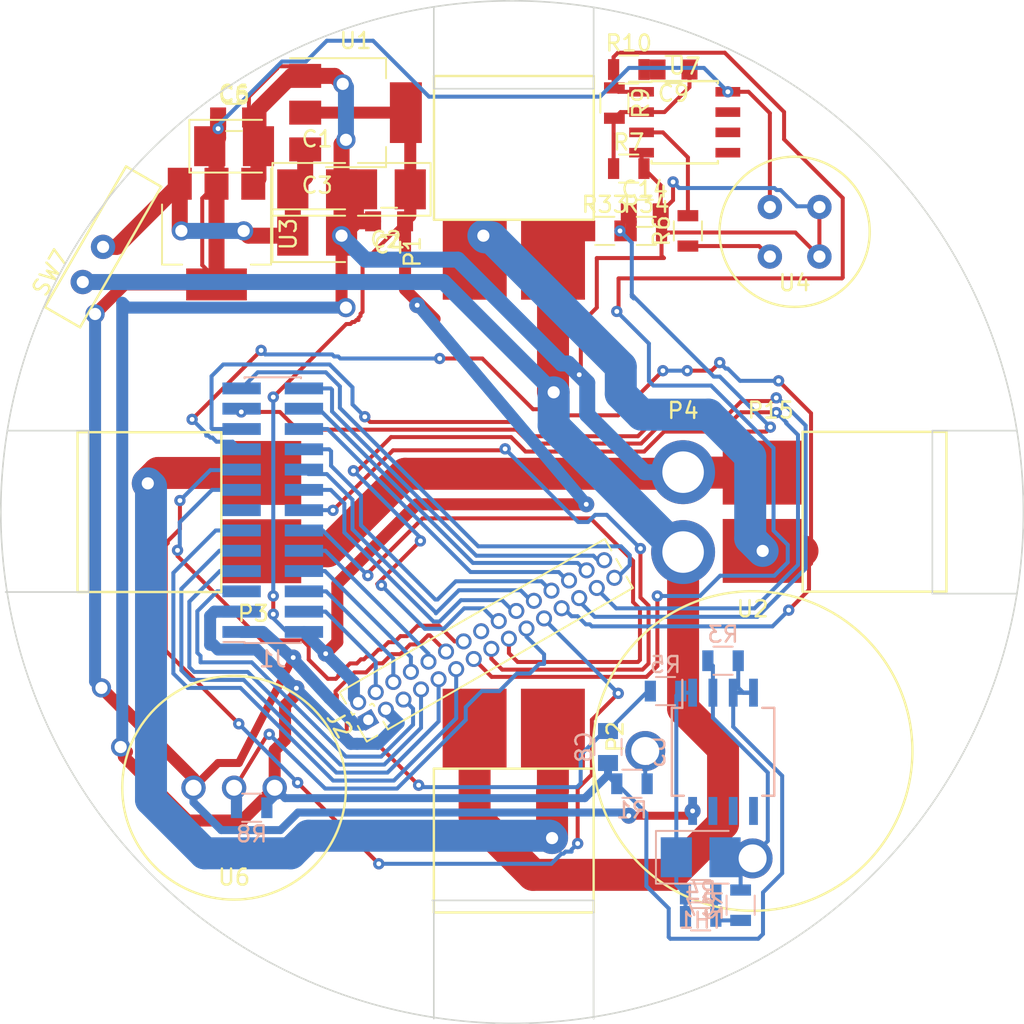
<source format=kicad_pcb>
(kicad_pcb (version 4) (host pcbnew 4.0.7)

  (general
    (links 98)
    (no_connects 2)
    (area 3.175 8.255 96.012 90.297)
    (thickness 1.6)
    (drawings 36)
    (tracks 774)
    (zones 0)
    (modules 38)
    (nets 47)
  )

  (page User 129.997 129.997)
  (layers
    (0 F.Cu signal)
    (31 B.Cu signal)
    (32 B.Adhes user hide)
    (33 F.Adhes user hide)
    (34 B.Paste user hide)
    (35 F.Paste user hide)
    (36 B.SilkS user)
    (37 F.SilkS user)
    (38 B.Mask user)
    (39 F.Mask user)
    (40 Dwgs.User user hide)
    (41 Cmts.User user hide)
    (42 Eco1.User user hide)
    (43 Eco2.User user)
    (44 Edge.Cuts user)
    (45 Margin user hide)
    (46 B.CrtYd user hide)
    (47 F.CrtYd user hide)
    (48 B.Fab user)
    (49 F.Fab user)
  )

  (setup
    (last_trace_width 0.25)
    (user_trace_width 0.203)
    (user_trace_width 0.3)
    (user_trace_width 0.4)
    (user_trace_width 0.5)
    (user_trace_width 0.75)
    (user_trace_width 1)
    (user_trace_width 1.5)
    (user_trace_width 2)
    (trace_clearance 0.203)
    (zone_clearance 0.508)
    (zone_45_only no)
    (trace_min 0.203)
    (segment_width 0.2)
    (edge_width 0.1)
    (via_size 0.706)
    (via_drill 0.3)
    (via_min_size 0.7)
    (via_min_drill 0.3)
    (user_via 1 0.3)
    (user_via 1.2 0.762)
    (uvia_size 1.006)
    (uvia_drill 0.6)
    (uvias_allowed no)
    (uvia_min_size 1.006)
    (uvia_min_drill 0.6)
    (pcb_text_width 0.3)
    (pcb_text_size 1.5 1.5)
    (mod_edge_width 0.15)
    (mod_text_size 1 1)
    (mod_text_width 0.15)
    (pad_size 1 1)
    (pad_drill 0.6)
    (pad_to_mask_clearance 0)
    (aux_axis_origin 14.3 14.7)
    (grid_origin 14.3 14.7)
    (visible_elements 7FFCFFFF)
    (pcbplotparams
      (layerselection 0x010fc_80000001)
      (usegerberextensions true)
      (excludeedgelayer true)
      (linewidth 0.100000)
      (plotframeref false)
      (viasonmask true)
      (mode 1)
      (useauxorigin false)
      (hpglpennumber 1)
      (hpglpenspeed 20)
      (hpglpendiameter 15)
      (hpglpenoverlay 2)
      (psnegative false)
      (psa4output false)
      (plotreference true)
      (plotvalue true)
      (plotinvisibletext false)
      (padsonsilk false)
      (subtractmaskfromsilk true)
      (outputformat 1)
      (mirror false)
      (drillshape 0)
      (scaleselection 1)
      (outputdirectory fabrication/))
  )

  (net 0 "")
  (net 1 GND)
  (net 2 +5V)
  (net 3 /SCK)
  (net 4 /MOSI)
  (net 5 /MISO)
  (net 6 /RFM_INT)
  (net 7 /SERVO)
  (net 8 /SDA)
  (net 9 /SCL)
  (net 10 /O2)
  (net 11 /CO2)
  (net 12 +3V3)
  (net 13 "Net-(P1-Pad2)")
  (net 14 /V_READ)
  (net 15 "Net-(C1-Pad1)")
  (net 16 "Net-(C7-Pad1)")
  (net 17 "Net-(C7-Pad2)")
  (net 18 "Net-(C9-Pad1)")
  (net 19 "Net-(C9-Pad2)")
  (net 20 /CAM_EN)
  (net 21 /FC_EN)
  (net 22 /GSM_SLP)
  (net 23 /GSM_KEY)
  (net 24 /GSM_TX)
  (net 25 /GSM_RX)
  (net 26 /RFM_SS)
  (net 27 /FC_PWM_8)
  (net 28 /FC_PWM_7)
  (net 29 /FC_PWM_6)
  (net 30 /FC_PWM_5)
  (net 31 /FC_PWM_4)
  (net 32 /FC_PWM_3)
  (net 33 /FC_PWM_2)
  (net 34 /FC_PWM_1)
  (net 35 /O3)
  (net 36 +BATT)
  (net 37 "Net-(P2-Pad2)")
  (net 38 "Net-(R1-Pad2)")
  (net 39 "Net-(R2-Pad2)")
  (net 40 "Net-(R6-Pad1)")
  (net 41 "Net-(R6-Pad2)")
  (net 42 "Net-(J1-Pad13)")
  (net 43 "Net-(J2-Pad16)")
  (net 44 "Net-(U5-Pad5)")
  (net 45 "Net-(U5-Pad6)")
  (net 46 "Net-(U5-Pad7)")

  (net_class Default "Toto je výchozí třída sítě."
    (clearance 0.203)
    (trace_width 0.25)
    (via_dia 0.706)
    (via_drill 0.3)
    (uvia_dia 1.006)
    (uvia_drill 0.6)
    (add_net +3V3)
    (add_net +5V)
    (add_net +BATT)
    (add_net /CAM_EN)
    (add_net /CO2)
    (add_net /FC_EN)
    (add_net /FC_PWM_1)
    (add_net /FC_PWM_2)
    (add_net /FC_PWM_3)
    (add_net /FC_PWM_4)
    (add_net /FC_PWM_5)
    (add_net /FC_PWM_6)
    (add_net /FC_PWM_7)
    (add_net /FC_PWM_8)
    (add_net /GSM_KEY)
    (add_net /GSM_RX)
    (add_net /GSM_SLP)
    (add_net /GSM_TX)
    (add_net /MISO)
    (add_net /MOSI)
    (add_net /O2)
    (add_net /O3)
    (add_net /RFM_INT)
    (add_net /RFM_SS)
    (add_net /SCK)
    (add_net /SCL)
    (add_net /SDA)
    (add_net /SERVO)
    (add_net /V_READ)
    (add_net GND)
    (add_net "Net-(C1-Pad1)")
    (add_net "Net-(C7-Pad1)")
    (add_net "Net-(C7-Pad2)")
    (add_net "Net-(C9-Pad1)")
    (add_net "Net-(C9-Pad2)")
    (add_net "Net-(J1-Pad13)")
    (add_net "Net-(J2-Pad16)")
    (add_net "Net-(P1-Pad2)")
    (add_net "Net-(P2-Pad2)")
    (add_net "Net-(R1-Pad2)")
    (add_net "Net-(R2-Pad2)")
    (add_net "Net-(R6-Pad1)")
    (add_net "Net-(R6-Pad2)")
    (add_net "Net-(U5-Pad5)")
    (add_net "Net-(U5-Pad6)")
    (add_net "Net-(U5-Pad7)")
  )

  (module Capacitors_SMD:C_0805 (layer F.Cu) (tedit 58AA8463) (tstamp 5AEB0878)
    (at 60.1 22.3 180)
    (descr "Capacitor SMD 0805, reflow soldering, AVX (see smccp.pdf)")
    (tags "capacitor 0805")
    (path /5AE602A9)
    (attr smd)
    (fp_text reference C9 (at 0 -1.5 180) (layer F.SilkS)
      (effects (font (size 1 1) (thickness 0.15)))
    )
    (fp_text value "100 nF" (at 0 1.75 180) (layer F.Fab)
      (effects (font (size 1 1) (thickness 0.15)))
    )
    (fp_text user %R (at 0 -1.5 180) (layer F.Fab)
      (effects (font (size 1 1) (thickness 0.15)))
    )
    (fp_line (start -1 0.62) (end -1 -0.62) (layer F.Fab) (width 0.1))
    (fp_line (start 1 0.62) (end -1 0.62) (layer F.Fab) (width 0.1))
    (fp_line (start 1 -0.62) (end 1 0.62) (layer F.Fab) (width 0.1))
    (fp_line (start -1 -0.62) (end 1 -0.62) (layer F.Fab) (width 0.1))
    (fp_line (start 0.5 -0.85) (end -0.5 -0.85) (layer F.SilkS) (width 0.12))
    (fp_line (start -0.5 0.85) (end 0.5 0.85) (layer F.SilkS) (width 0.12))
    (fp_line (start -1.75 -0.88) (end 1.75 -0.88) (layer F.CrtYd) (width 0.05))
    (fp_line (start -1.75 -0.88) (end -1.75 0.87) (layer F.CrtYd) (width 0.05))
    (fp_line (start 1.75 0.87) (end 1.75 -0.88) (layer F.CrtYd) (width 0.05))
    (fp_line (start 1.75 0.87) (end -1.75 0.87) (layer F.CrtYd) (width 0.05))
    (pad 1 smd rect (at -1 0 180) (size 1 1.25) (layers F.Cu F.Paste F.Mask)
      (net 18 "Net-(C9-Pad1)"))
    (pad 2 smd rect (at 1 0 180) (size 1 1.25) (layers F.Cu F.Paste F.Mask)
      (net 19 "Net-(C9-Pad2)"))
    (model Capacitors_SMD.3dshapes/C_0805.wrl
      (at (xyz 0 0 0))
      (scale (xyz 1 1 1))
      (rotate (xyz 0 0 0))
    )
  )

  (module Capacitors_Tantalum_SMD:CP_Tantalum_Case-T_EIA-3528-12_Reflow (layer F.Cu) (tedit 58CC8C08) (tstamp 5AEB07E4)
    (at 37.8 29.8)
    (descr "Tantalum capacitor, Case T, EIA 3528-12, 3.5x2.8x1.2mm, Reflow soldering footprint")
    (tags "capacitor tantalum smd")
    (path /5AE39F5C)
    (attr smd)
    (fp_text reference C1 (at 0 -3.15) (layer F.SilkS)
      (effects (font (size 1 1) (thickness 0.15)))
    )
    (fp_text value "10 uF" (at 0 3.15) (layer F.Fab)
      (effects (font (size 1 1) (thickness 0.15)))
    )
    (fp_text user %R (at 0 0) (layer F.Fab)
      (effects (font (size 0.8 0.8) (thickness 0.12)))
    )
    (fp_line (start -2.85 -1.75) (end -2.85 1.75) (layer F.CrtYd) (width 0.05))
    (fp_line (start -2.85 1.75) (end 2.85 1.75) (layer F.CrtYd) (width 0.05))
    (fp_line (start 2.85 1.75) (end 2.85 -1.75) (layer F.CrtYd) (width 0.05))
    (fp_line (start 2.85 -1.75) (end -2.85 -1.75) (layer F.CrtYd) (width 0.05))
    (fp_line (start -1.75 -1.4) (end -1.75 1.4) (layer F.Fab) (width 0.1))
    (fp_line (start -1.75 1.4) (end 1.75 1.4) (layer F.Fab) (width 0.1))
    (fp_line (start 1.75 1.4) (end 1.75 -1.4) (layer F.Fab) (width 0.1))
    (fp_line (start 1.75 -1.4) (end -1.75 -1.4) (layer F.Fab) (width 0.1))
    (fp_line (start -1.4 -1.4) (end -1.4 1.4) (layer F.Fab) (width 0.1))
    (fp_line (start -1.225 -1.4) (end -1.225 1.4) (layer F.Fab) (width 0.1))
    (fp_line (start -2.8 -1.65) (end 1.75 -1.65) (layer F.SilkS) (width 0.12))
    (fp_line (start -2.8 1.65) (end 1.75 1.65) (layer F.SilkS) (width 0.12))
    (fp_line (start -2.8 -1.65) (end -2.8 1.65) (layer F.SilkS) (width 0.12))
    (pad 1 smd rect (at -1.525 0) (size 1.95 2.5) (layers F.Cu F.Paste F.Mask)
      (net 15 "Net-(C1-Pad1)"))
    (pad 2 smd rect (at 1.525 0) (size 1.95 2.5) (layers F.Cu F.Paste F.Mask)
      (net 1 GND))
    (model Capacitors_Tantalum_SMD.3dshapes/CP_Tantalum_Case-T_EIA-3528-12.wrl
      (at (xyz 0 0 0))
      (scale (xyz 1 1 1))
      (rotate (xyz 0 0 0))
    )
  )

  (module Capacitors_Tantalum_SMD:CP_Tantalum_Case-T_EIA-3528-12_Reflow (layer F.Cu) (tedit 58CC8C08) (tstamp 5AEB07F8)
    (at 42.1 29.8 180)
    (descr "Tantalum capacitor, Case T, EIA 3528-12, 3.5x2.8x1.2mm, Reflow soldering footprint")
    (tags "capacitor tantalum smd")
    (path /5AE3A2CB)
    (attr smd)
    (fp_text reference C2 (at 0 -3.15 180) (layer F.SilkS)
      (effects (font (size 1 1) (thickness 0.15)))
    )
    (fp_text value "22 uF" (at 0 3.15 180) (layer F.Fab)
      (effects (font (size 1 1) (thickness 0.15)))
    )
    (fp_text user %R (at 0 0 180) (layer F.Fab)
      (effects (font (size 0.8 0.8) (thickness 0.12)))
    )
    (fp_line (start -2.85 -1.75) (end -2.85 1.75) (layer F.CrtYd) (width 0.05))
    (fp_line (start -2.85 1.75) (end 2.85 1.75) (layer F.CrtYd) (width 0.05))
    (fp_line (start 2.85 1.75) (end 2.85 -1.75) (layer F.CrtYd) (width 0.05))
    (fp_line (start 2.85 -1.75) (end -2.85 -1.75) (layer F.CrtYd) (width 0.05))
    (fp_line (start -1.75 -1.4) (end -1.75 1.4) (layer F.Fab) (width 0.1))
    (fp_line (start -1.75 1.4) (end 1.75 1.4) (layer F.Fab) (width 0.1))
    (fp_line (start 1.75 1.4) (end 1.75 -1.4) (layer F.Fab) (width 0.1))
    (fp_line (start 1.75 -1.4) (end -1.75 -1.4) (layer F.Fab) (width 0.1))
    (fp_line (start -1.4 -1.4) (end -1.4 1.4) (layer F.Fab) (width 0.1))
    (fp_line (start -1.225 -1.4) (end -1.225 1.4) (layer F.Fab) (width 0.1))
    (fp_line (start -2.8 -1.65) (end 1.75 -1.65) (layer F.SilkS) (width 0.12))
    (fp_line (start -2.8 1.65) (end 1.75 1.65) (layer F.SilkS) (width 0.12))
    (fp_line (start -2.8 -1.65) (end -2.8 1.65) (layer F.SilkS) (width 0.12))
    (pad 1 smd rect (at -1.525 0 180) (size 1.95 2.5) (layers F.Cu F.Paste F.Mask)
      (net 12 +3V3))
    (pad 2 smd rect (at 1.525 0 180) (size 1.95 2.5) (layers F.Cu F.Paste F.Mask)
      (net 1 GND))
    (model Capacitors_Tantalum_SMD.3dshapes/CP_Tantalum_Case-T_EIA-3528-12.wrl
      (at (xyz 0 0 0))
      (scale (xyz 1 1 1))
      (rotate (xyz 0 0 0))
    )
  )

  (module Capacitors_Tantalum_SMD:CP_Tantalum_Case-T_EIA-3528-12_Reflow (layer F.Cu) (tedit 58CC8C08) (tstamp 5AEB080C)
    (at 37.8 32.7)
    (descr "Tantalum capacitor, Case T, EIA 3528-12, 3.5x2.8x1.2mm, Reflow soldering footprint")
    (tags "capacitor tantalum smd")
    (path /5AE3A15B)
    (attr smd)
    (fp_text reference C3 (at 0 -3.15) (layer F.SilkS)
      (effects (font (size 1 1) (thickness 0.15)))
    )
    (fp_text value "10 uF" (at 0 3.15) (layer F.Fab)
      (effects (font (size 1 1) (thickness 0.15)))
    )
    (fp_text user %R (at 0 0) (layer F.Fab)
      (effects (font (size 0.8 0.8) (thickness 0.12)))
    )
    (fp_line (start -2.85 -1.75) (end -2.85 1.75) (layer F.CrtYd) (width 0.05))
    (fp_line (start -2.85 1.75) (end 2.85 1.75) (layer F.CrtYd) (width 0.05))
    (fp_line (start 2.85 1.75) (end 2.85 -1.75) (layer F.CrtYd) (width 0.05))
    (fp_line (start 2.85 -1.75) (end -2.85 -1.75) (layer F.CrtYd) (width 0.05))
    (fp_line (start -1.75 -1.4) (end -1.75 1.4) (layer F.Fab) (width 0.1))
    (fp_line (start -1.75 1.4) (end 1.75 1.4) (layer F.Fab) (width 0.1))
    (fp_line (start 1.75 1.4) (end 1.75 -1.4) (layer F.Fab) (width 0.1))
    (fp_line (start 1.75 -1.4) (end -1.75 -1.4) (layer F.Fab) (width 0.1))
    (fp_line (start -1.4 -1.4) (end -1.4 1.4) (layer F.Fab) (width 0.1))
    (fp_line (start -1.225 -1.4) (end -1.225 1.4) (layer F.Fab) (width 0.1))
    (fp_line (start -2.8 -1.65) (end 1.75 -1.65) (layer F.SilkS) (width 0.12))
    (fp_line (start -2.8 1.65) (end 1.75 1.65) (layer F.SilkS) (width 0.12))
    (fp_line (start -2.8 -1.65) (end -2.8 1.65) (layer F.SilkS) (width 0.12))
    (pad 1 smd rect (at -1.525 0) (size 1.95 2.5) (layers F.Cu F.Paste F.Mask)
      (net 15 "Net-(C1-Pad1)"))
    (pad 2 smd rect (at 1.525 0) (size 1.95 2.5) (layers F.Cu F.Paste F.Mask)
      (net 1 GND))
    (model Capacitors_Tantalum_SMD.3dshapes/CP_Tantalum_Case-T_EIA-3528-12.wrl
      (at (xyz 0 0 0))
      (scale (xyz 1 1 1))
      (rotate (xyz 0 0 0))
    )
  )

  (module Capacitors_SMD:C_0805 (layer F.Cu) (tedit 58AA8463) (tstamp 5AEB081D)
    (at 42.3 31.8 180)
    (descr "Capacitor SMD 0805, reflow soldering, AVX (see smccp.pdf)")
    (tags "capacitor 0805")
    (path /5A4CD895)
    (attr smd)
    (fp_text reference C4 (at 0 -1.5 180) (layer F.SilkS)
      (effects (font (size 1 1) (thickness 0.15)))
    )
    (fp_text value "100 nF" (at 0 1.75 180) (layer F.Fab)
      (effects (font (size 1 1) (thickness 0.15)))
    )
    (fp_text user %R (at 0 -1.5 180) (layer F.Fab)
      (effects (font (size 1 1) (thickness 0.15)))
    )
    (fp_line (start -1 0.62) (end -1 -0.62) (layer F.Fab) (width 0.1))
    (fp_line (start 1 0.62) (end -1 0.62) (layer F.Fab) (width 0.1))
    (fp_line (start 1 -0.62) (end 1 0.62) (layer F.Fab) (width 0.1))
    (fp_line (start -1 -0.62) (end 1 -0.62) (layer F.Fab) (width 0.1))
    (fp_line (start 0.5 -0.85) (end -0.5 -0.85) (layer F.SilkS) (width 0.12))
    (fp_line (start -0.5 0.85) (end 0.5 0.85) (layer F.SilkS) (width 0.12))
    (fp_line (start -1.75 -0.88) (end 1.75 -0.88) (layer F.CrtYd) (width 0.05))
    (fp_line (start -1.75 -0.88) (end -1.75 0.87) (layer F.CrtYd) (width 0.05))
    (fp_line (start 1.75 0.87) (end 1.75 -0.88) (layer F.CrtYd) (width 0.05))
    (fp_line (start 1.75 0.87) (end -1.75 0.87) (layer F.CrtYd) (width 0.05))
    (pad 1 smd rect (at -1 0 180) (size 1 1.25) (layers F.Cu F.Paste F.Mask)
      (net 12 +3V3))
    (pad 2 smd rect (at 1 0 180) (size 1 1.25) (layers F.Cu F.Paste F.Mask)
      (net 1 GND))
    (model Capacitors_SMD.3dshapes/C_0805.wrl
      (at (xyz 0 0 0))
      (scale (xyz 1 1 1))
      (rotate (xyz 0 0 0))
    )
  )

  (module Capacitors_Tantalum_SMD:CP_Tantalum_Case-T_EIA-3528-12_Reflow (layer F.Cu) (tedit 58CC8C08) (tstamp 5AEB0831)
    (at 32.6 27.1)
    (descr "Tantalum capacitor, Case T, EIA 3528-12, 3.5x2.8x1.2mm, Reflow soldering footprint")
    (tags "capacitor tantalum smd")
    (path /5AE3A228)
    (attr smd)
    (fp_text reference C5 (at 0 -3.15) (layer F.SilkS)
      (effects (font (size 1 1) (thickness 0.15)))
    )
    (fp_text value "22 uF" (at 0 3.15) (layer F.Fab)
      (effects (font (size 1 1) (thickness 0.15)))
    )
    (fp_text user %R (at 0 0) (layer F.Fab)
      (effects (font (size 0.8 0.8) (thickness 0.12)))
    )
    (fp_line (start -2.85 -1.75) (end -2.85 1.75) (layer F.CrtYd) (width 0.05))
    (fp_line (start -2.85 1.75) (end 2.85 1.75) (layer F.CrtYd) (width 0.05))
    (fp_line (start 2.85 1.75) (end 2.85 -1.75) (layer F.CrtYd) (width 0.05))
    (fp_line (start 2.85 -1.75) (end -2.85 -1.75) (layer F.CrtYd) (width 0.05))
    (fp_line (start -1.75 -1.4) (end -1.75 1.4) (layer F.Fab) (width 0.1))
    (fp_line (start -1.75 1.4) (end 1.75 1.4) (layer F.Fab) (width 0.1))
    (fp_line (start 1.75 1.4) (end 1.75 -1.4) (layer F.Fab) (width 0.1))
    (fp_line (start 1.75 -1.4) (end -1.75 -1.4) (layer F.Fab) (width 0.1))
    (fp_line (start -1.4 -1.4) (end -1.4 1.4) (layer F.Fab) (width 0.1))
    (fp_line (start -1.225 -1.4) (end -1.225 1.4) (layer F.Fab) (width 0.1))
    (fp_line (start -2.8 -1.65) (end 1.75 -1.65) (layer F.SilkS) (width 0.12))
    (fp_line (start -2.8 1.65) (end 1.75 1.65) (layer F.SilkS) (width 0.12))
    (fp_line (start -2.8 -1.65) (end -2.8 1.65) (layer F.SilkS) (width 0.12))
    (pad 1 smd rect (at -1.525 0) (size 1.95 2.5) (layers F.Cu F.Paste F.Mask)
      (net 2 +5V))
    (pad 2 smd rect (at 1.525 0) (size 1.95 2.5) (layers F.Cu F.Paste F.Mask)
      (net 1 GND))
    (model Capacitors_Tantalum_SMD.3dshapes/CP_Tantalum_Case-T_EIA-3528-12.wrl
      (at (xyz 0 0 0))
      (scale (xyz 1 1 1))
      (rotate (xyz 0 0 0))
    )
  )

  (module Capacitors_SMD:C_0805 (layer F.Cu) (tedit 58AA8463) (tstamp 5AEB0842)
    (at 32.6 25.3)
    (descr "Capacitor SMD 0805, reflow soldering, AVX (see smccp.pdf)")
    (tags "capacitor 0805")
    (path /5AE285D1)
    (attr smd)
    (fp_text reference C6 (at 0 -1.5) (layer F.SilkS)
      (effects (font (size 1 1) (thickness 0.15)))
    )
    (fp_text value "100 nF" (at 0 1.75) (layer F.Fab)
      (effects (font (size 1 1) (thickness 0.15)))
    )
    (fp_text user %R (at 0 -1.5) (layer F.Fab)
      (effects (font (size 1 1) (thickness 0.15)))
    )
    (fp_line (start -1 0.62) (end -1 -0.62) (layer F.Fab) (width 0.1))
    (fp_line (start 1 0.62) (end -1 0.62) (layer F.Fab) (width 0.1))
    (fp_line (start 1 -0.62) (end 1 0.62) (layer F.Fab) (width 0.1))
    (fp_line (start -1 -0.62) (end 1 -0.62) (layer F.Fab) (width 0.1))
    (fp_line (start 0.5 -0.85) (end -0.5 -0.85) (layer F.SilkS) (width 0.12))
    (fp_line (start -0.5 0.85) (end 0.5 0.85) (layer F.SilkS) (width 0.12))
    (fp_line (start -1.75 -0.88) (end 1.75 -0.88) (layer F.CrtYd) (width 0.05))
    (fp_line (start -1.75 -0.88) (end -1.75 0.87) (layer F.CrtYd) (width 0.05))
    (fp_line (start 1.75 0.87) (end 1.75 -0.88) (layer F.CrtYd) (width 0.05))
    (fp_line (start 1.75 0.87) (end -1.75 0.87) (layer F.CrtYd) (width 0.05))
    (pad 1 smd rect (at -1 0) (size 1 1.25) (layers F.Cu F.Paste F.Mask)
      (net 2 +5V))
    (pad 2 smd rect (at 1 0) (size 1 1.25) (layers F.Cu F.Paste F.Mask)
      (net 1 GND))
    (model Capacitors_SMD.3dshapes/C_0805.wrl
      (at (xyz 0 0 0))
      (scale (xyz 1 1 1))
      (rotate (xyz 0 0 0))
    )
  )

  (module Capacitors_Tantalum_SMD:CP_Tantalum_Case-T_EIA-3528-12_Reflow (layer B.Cu) (tedit 58CC8C08) (tstamp 5AEB0856)
    (at 61.8 71.6)
    (descr "Tantalum capacitor, Case T, EIA 3528-12, 3.5x2.8x1.2mm, Reflow soldering footprint")
    (tags "capacitor tantalum smd")
    (path /5AE420F1)
    (attr smd)
    (fp_text reference C7 (at 0 3.15) (layer B.SilkS)
      (effects (font (size 1 1) (thickness 0.15)) (justify mirror))
    )
    (fp_text value "10 uF" (at 0 -3.15) (layer B.Fab)
      (effects (font (size 1 1) (thickness 0.15)) (justify mirror))
    )
    (fp_text user %R (at 0 0) (layer B.Fab)
      (effects (font (size 0.8 0.8) (thickness 0.12)) (justify mirror))
    )
    (fp_line (start -2.85 1.75) (end -2.85 -1.75) (layer B.CrtYd) (width 0.05))
    (fp_line (start -2.85 -1.75) (end 2.85 -1.75) (layer B.CrtYd) (width 0.05))
    (fp_line (start 2.85 -1.75) (end 2.85 1.75) (layer B.CrtYd) (width 0.05))
    (fp_line (start 2.85 1.75) (end -2.85 1.75) (layer B.CrtYd) (width 0.05))
    (fp_line (start -1.75 1.4) (end -1.75 -1.4) (layer B.Fab) (width 0.1))
    (fp_line (start -1.75 -1.4) (end 1.75 -1.4) (layer B.Fab) (width 0.1))
    (fp_line (start 1.75 -1.4) (end 1.75 1.4) (layer B.Fab) (width 0.1))
    (fp_line (start 1.75 1.4) (end -1.75 1.4) (layer B.Fab) (width 0.1))
    (fp_line (start -1.4 1.4) (end -1.4 -1.4) (layer B.Fab) (width 0.1))
    (fp_line (start -1.225 1.4) (end -1.225 -1.4) (layer B.Fab) (width 0.1))
    (fp_line (start -2.8 1.65) (end 1.75 1.65) (layer B.SilkS) (width 0.12))
    (fp_line (start -2.8 -1.65) (end 1.75 -1.65) (layer B.SilkS) (width 0.12))
    (fp_line (start -2.8 1.65) (end -2.8 -1.65) (layer B.SilkS) (width 0.12))
    (pad 1 smd rect (at -1.525 0) (size 1.95 2.5) (layers B.Cu B.Paste B.Mask)
      (net 16 "Net-(C7-Pad1)"))
    (pad 2 smd rect (at 1.525 0) (size 1.95 2.5) (layers B.Cu B.Paste B.Mask)
      (net 17 "Net-(C7-Pad2)"))
    (model Capacitors_Tantalum_SMD.3dshapes/CP_Tantalum_Case-T_EIA-3528-12.wrl
      (at (xyz 0 0 0))
      (scale (xyz 1 1 1))
      (rotate (xyz 0 0 0))
    )
  )

  (module Capacitors_SMD:C_0805 (layer B.Cu) (tedit 58AA8463) (tstamp 5AEB0867)
    (at 56 64.7 270)
    (descr "Capacitor SMD 0805, reflow soldering, AVX (see smccp.pdf)")
    (tags "capacitor 0805")
    (path /5AE4398F)
    (attr smd)
    (fp_text reference C8 (at 0 1.5 270) (layer B.SilkS)
      (effects (font (size 1 1) (thickness 0.15)) (justify mirror))
    )
    (fp_text value "100 nF" (at 0 -1.75 270) (layer B.Fab)
      (effects (font (size 1 1) (thickness 0.15)) (justify mirror))
    )
    (fp_text user %R (at 0 1.5 270) (layer B.Fab)
      (effects (font (size 1 1) (thickness 0.15)) (justify mirror))
    )
    (fp_line (start -1 -0.62) (end -1 0.62) (layer B.Fab) (width 0.1))
    (fp_line (start 1 -0.62) (end -1 -0.62) (layer B.Fab) (width 0.1))
    (fp_line (start 1 0.62) (end 1 -0.62) (layer B.Fab) (width 0.1))
    (fp_line (start -1 0.62) (end 1 0.62) (layer B.Fab) (width 0.1))
    (fp_line (start 0.5 0.85) (end -0.5 0.85) (layer B.SilkS) (width 0.12))
    (fp_line (start -0.5 -0.85) (end 0.5 -0.85) (layer B.SilkS) (width 0.12))
    (fp_line (start -1.75 0.88) (end 1.75 0.88) (layer B.CrtYd) (width 0.05))
    (fp_line (start -1.75 0.88) (end -1.75 -0.87) (layer B.CrtYd) (width 0.05))
    (fp_line (start 1.75 -0.87) (end 1.75 0.88) (layer B.CrtYd) (width 0.05))
    (fp_line (start 1.75 -0.87) (end -1.75 -0.87) (layer B.CrtYd) (width 0.05))
    (pad 1 smd rect (at -1 0 270) (size 1 1.25) (layers B.Cu B.Paste B.Mask)
      (net 10 /O2))
    (pad 2 smd rect (at 1 0 270) (size 1 1.25) (layers B.Cu B.Paste B.Mask)
      (net 1 GND))
    (model Capacitors_SMD.3dshapes/C_0805.wrl
      (at (xyz 0 0 0))
      (scale (xyz 1 1 1))
      (rotate (xyz 0 0 0))
    )
  )

  (module Capacitors_SMD:C_0805 (layer F.Cu) (tedit 58AA8463) (tstamp 5AEB0889)
    (at 58.3 31.3)
    (descr "Capacitor SMD 0805, reflow soldering, AVX (see smccp.pdf)")
    (tags "capacitor 0805")
    (path /5A588DC4)
    (attr smd)
    (fp_text reference C14 (at 0 -1.5) (layer F.SilkS)
      (effects (font (size 1 1) (thickness 0.15)))
    )
    (fp_text value "100 nF" (at 0 1.75) (layer F.Fab)
      (effects (font (size 1 1) (thickness 0.15)))
    )
    (fp_text user %R (at 0 -1.5) (layer F.Fab)
      (effects (font (size 1 1) (thickness 0.15)))
    )
    (fp_line (start -1 0.62) (end -1 -0.62) (layer F.Fab) (width 0.1))
    (fp_line (start 1 0.62) (end -1 0.62) (layer F.Fab) (width 0.1))
    (fp_line (start 1 -0.62) (end 1 0.62) (layer F.Fab) (width 0.1))
    (fp_line (start -1 -0.62) (end 1 -0.62) (layer F.Fab) (width 0.1))
    (fp_line (start 0.5 -0.85) (end -0.5 -0.85) (layer F.SilkS) (width 0.12))
    (fp_line (start -0.5 0.85) (end 0.5 0.85) (layer F.SilkS) (width 0.12))
    (fp_line (start -1.75 -0.88) (end 1.75 -0.88) (layer F.CrtYd) (width 0.05))
    (fp_line (start -1.75 -0.88) (end -1.75 0.87) (layer F.CrtYd) (width 0.05))
    (fp_line (start 1.75 0.87) (end 1.75 -0.88) (layer F.CrtYd) (width 0.05))
    (fp_line (start 1.75 0.87) (end -1.75 0.87) (layer F.CrtYd) (width 0.05))
    (pad 1 smd rect (at -1 0) (size 1 1.25) (layers F.Cu F.Paste F.Mask)
      (net 14 /V_READ))
    (pad 2 smd rect (at 1 0) (size 1 1.25) (layers F.Cu F.Paste F.Mask)
      (net 1 GND))
    (model Capacitors_SMD.3dshapes/C_0805.wrl
      (at (xyz 0 0 0))
      (scale (xyz 1 1 1))
      (rotate (xyz 0 0 0))
    )
  )

  (module Pin_Headers:Pin_Header_Straight_2x13_Pitch1.27mm_SMD (layer B.Cu) (tedit 59650536) (tstamp 5AEB0906)
    (at 35.02 49.878)
    (descr "surface-mounted straight pin header, 2x13, 1.27mm pitch, double rows")
    (tags "Surface mounted pin header SMD 2x13 1.27mm double row")
    (path /5AE9F034)
    (attr smd)
    (fp_text reference J1 (at 0 9.315) (layer B.SilkS)
      (effects (font (size 1 1) (thickness 0.15)) (justify mirror))
    )
    (fp_text value "Center connector" (at 0 -9.315) (layer B.Fab)
      (effects (font (size 1 1) (thickness 0.15)) (justify mirror))
    )
    (fp_line (start 1.705 -8.255) (end -1.705 -8.255) (layer B.Fab) (width 0.1))
    (fp_line (start -1.27 8.255) (end 1.705 8.255) (layer B.Fab) (width 0.1))
    (fp_line (start -1.705 -8.255) (end -1.705 7.82) (layer B.Fab) (width 0.1))
    (fp_line (start -1.705 7.82) (end -1.27 8.255) (layer B.Fab) (width 0.1))
    (fp_line (start 1.705 8.255) (end 1.705 -8.255) (layer B.Fab) (width 0.1))
    (fp_line (start -1.705 7.82) (end -2.75 7.82) (layer B.Fab) (width 0.1))
    (fp_line (start -2.75 7.82) (end -2.75 7.42) (layer B.Fab) (width 0.1))
    (fp_line (start -2.75 7.42) (end -1.705 7.42) (layer B.Fab) (width 0.1))
    (fp_line (start 1.705 7.82) (end 2.75 7.82) (layer B.Fab) (width 0.1))
    (fp_line (start 2.75 7.82) (end 2.75 7.42) (layer B.Fab) (width 0.1))
    (fp_line (start 2.75 7.42) (end 1.705 7.42) (layer B.Fab) (width 0.1))
    (fp_line (start -1.705 6.55) (end -2.75 6.55) (layer B.Fab) (width 0.1))
    (fp_line (start -2.75 6.55) (end -2.75 6.15) (layer B.Fab) (width 0.1))
    (fp_line (start -2.75 6.15) (end -1.705 6.15) (layer B.Fab) (width 0.1))
    (fp_line (start 1.705 6.55) (end 2.75 6.55) (layer B.Fab) (width 0.1))
    (fp_line (start 2.75 6.55) (end 2.75 6.15) (layer B.Fab) (width 0.1))
    (fp_line (start 2.75 6.15) (end 1.705 6.15) (layer B.Fab) (width 0.1))
    (fp_line (start -1.705 5.28) (end -2.75 5.28) (layer B.Fab) (width 0.1))
    (fp_line (start -2.75 5.28) (end -2.75 4.88) (layer B.Fab) (width 0.1))
    (fp_line (start -2.75 4.88) (end -1.705 4.88) (layer B.Fab) (width 0.1))
    (fp_line (start 1.705 5.28) (end 2.75 5.28) (layer B.Fab) (width 0.1))
    (fp_line (start 2.75 5.28) (end 2.75 4.88) (layer B.Fab) (width 0.1))
    (fp_line (start 2.75 4.88) (end 1.705 4.88) (layer B.Fab) (width 0.1))
    (fp_line (start -1.705 4.01) (end -2.75 4.01) (layer B.Fab) (width 0.1))
    (fp_line (start -2.75 4.01) (end -2.75 3.61) (layer B.Fab) (width 0.1))
    (fp_line (start -2.75 3.61) (end -1.705 3.61) (layer B.Fab) (width 0.1))
    (fp_line (start 1.705 4.01) (end 2.75 4.01) (layer B.Fab) (width 0.1))
    (fp_line (start 2.75 4.01) (end 2.75 3.61) (layer B.Fab) (width 0.1))
    (fp_line (start 2.75 3.61) (end 1.705 3.61) (layer B.Fab) (width 0.1))
    (fp_line (start -1.705 2.74) (end -2.75 2.74) (layer B.Fab) (width 0.1))
    (fp_line (start -2.75 2.74) (end -2.75 2.34) (layer B.Fab) (width 0.1))
    (fp_line (start -2.75 2.34) (end -1.705 2.34) (layer B.Fab) (width 0.1))
    (fp_line (start 1.705 2.74) (end 2.75 2.74) (layer B.Fab) (width 0.1))
    (fp_line (start 2.75 2.74) (end 2.75 2.34) (layer B.Fab) (width 0.1))
    (fp_line (start 2.75 2.34) (end 1.705 2.34) (layer B.Fab) (width 0.1))
    (fp_line (start -1.705 1.47) (end -2.75 1.47) (layer B.Fab) (width 0.1))
    (fp_line (start -2.75 1.47) (end -2.75 1.07) (layer B.Fab) (width 0.1))
    (fp_line (start -2.75 1.07) (end -1.705 1.07) (layer B.Fab) (width 0.1))
    (fp_line (start 1.705 1.47) (end 2.75 1.47) (layer B.Fab) (width 0.1))
    (fp_line (start 2.75 1.47) (end 2.75 1.07) (layer B.Fab) (width 0.1))
    (fp_line (start 2.75 1.07) (end 1.705 1.07) (layer B.Fab) (width 0.1))
    (fp_line (start -1.705 0.2) (end -2.75 0.2) (layer B.Fab) (width 0.1))
    (fp_line (start -2.75 0.2) (end -2.75 -0.2) (layer B.Fab) (width 0.1))
    (fp_line (start -2.75 -0.2) (end -1.705 -0.2) (layer B.Fab) (width 0.1))
    (fp_line (start 1.705 0.2) (end 2.75 0.2) (layer B.Fab) (width 0.1))
    (fp_line (start 2.75 0.2) (end 2.75 -0.2) (layer B.Fab) (width 0.1))
    (fp_line (start 2.75 -0.2) (end 1.705 -0.2) (layer B.Fab) (width 0.1))
    (fp_line (start -1.705 -1.07) (end -2.75 -1.07) (layer B.Fab) (width 0.1))
    (fp_line (start -2.75 -1.07) (end -2.75 -1.47) (layer B.Fab) (width 0.1))
    (fp_line (start -2.75 -1.47) (end -1.705 -1.47) (layer B.Fab) (width 0.1))
    (fp_line (start 1.705 -1.07) (end 2.75 -1.07) (layer B.Fab) (width 0.1))
    (fp_line (start 2.75 -1.07) (end 2.75 -1.47) (layer B.Fab) (width 0.1))
    (fp_line (start 2.75 -1.47) (end 1.705 -1.47) (layer B.Fab) (width 0.1))
    (fp_line (start -1.705 -2.34) (end -2.75 -2.34) (layer B.Fab) (width 0.1))
    (fp_line (start -2.75 -2.34) (end -2.75 -2.74) (layer B.Fab) (width 0.1))
    (fp_line (start -2.75 -2.74) (end -1.705 -2.74) (layer B.Fab) (width 0.1))
    (fp_line (start 1.705 -2.34) (end 2.75 -2.34) (layer B.Fab) (width 0.1))
    (fp_line (start 2.75 -2.34) (end 2.75 -2.74) (layer B.Fab) (width 0.1))
    (fp_line (start 2.75 -2.74) (end 1.705 -2.74) (layer B.Fab) (width 0.1))
    (fp_line (start -1.705 -3.61) (end -2.75 -3.61) (layer B.Fab) (width 0.1))
    (fp_line (start -2.75 -3.61) (end -2.75 -4.01) (layer B.Fab) (width 0.1))
    (fp_line (start -2.75 -4.01) (end -1.705 -4.01) (layer B.Fab) (width 0.1))
    (fp_line (start 1.705 -3.61) (end 2.75 -3.61) (layer B.Fab) (width 0.1))
    (fp_line (start 2.75 -3.61) (end 2.75 -4.01) (layer B.Fab) (width 0.1))
    (fp_line (start 2.75 -4.01) (end 1.705 -4.01) (layer B.Fab) (width 0.1))
    (fp_line (start -1.705 -4.88) (end -2.75 -4.88) (layer B.Fab) (width 0.1))
    (fp_line (start -2.75 -4.88) (end -2.75 -5.28) (layer B.Fab) (width 0.1))
    (fp_line (start -2.75 -5.28) (end -1.705 -5.28) (layer B.Fab) (width 0.1))
    (fp_line (start 1.705 -4.88) (end 2.75 -4.88) (layer B.Fab) (width 0.1))
    (fp_line (start 2.75 -4.88) (end 2.75 -5.28) (layer B.Fab) (width 0.1))
    (fp_line (start 2.75 -5.28) (end 1.705 -5.28) (layer B.Fab) (width 0.1))
    (fp_line (start -1.705 -6.15) (end -2.75 -6.15) (layer B.Fab) (width 0.1))
    (fp_line (start -2.75 -6.15) (end -2.75 -6.55) (layer B.Fab) (width 0.1))
    (fp_line (start -2.75 -6.55) (end -1.705 -6.55) (layer B.Fab) (width 0.1))
    (fp_line (start 1.705 -6.15) (end 2.75 -6.15) (layer B.Fab) (width 0.1))
    (fp_line (start 2.75 -6.15) (end 2.75 -6.55) (layer B.Fab) (width 0.1))
    (fp_line (start 2.75 -6.55) (end 1.705 -6.55) (layer B.Fab) (width 0.1))
    (fp_line (start -1.705 -7.42) (end -2.75 -7.42) (layer B.Fab) (width 0.1))
    (fp_line (start -2.75 -7.42) (end -2.75 -7.82) (layer B.Fab) (width 0.1))
    (fp_line (start -2.75 -7.82) (end -1.705 -7.82) (layer B.Fab) (width 0.1))
    (fp_line (start 1.705 -7.42) (end 2.75 -7.42) (layer B.Fab) (width 0.1))
    (fp_line (start 2.75 -7.42) (end 2.75 -7.82) (layer B.Fab) (width 0.1))
    (fp_line (start 2.75 -7.82) (end 1.705 -7.82) (layer B.Fab) (width 0.1))
    (fp_line (start -1.765 8.315) (end 1.765 8.315) (layer B.SilkS) (width 0.12))
    (fp_line (start -1.765 -8.315) (end 1.765 -8.315) (layer B.SilkS) (width 0.12))
    (fp_line (start -3.09 8.25) (end -1.765 8.25) (layer B.SilkS) (width 0.12))
    (fp_line (start -1.765 8.315) (end -1.765 8.25) (layer B.SilkS) (width 0.12))
    (fp_line (start 1.765 8.315) (end 1.765 8.25) (layer B.SilkS) (width 0.12))
    (fp_line (start -1.765 -8.25) (end -1.765 -8.315) (layer B.SilkS) (width 0.12))
    (fp_line (start 1.765 -8.25) (end 1.765 -8.315) (layer B.SilkS) (width 0.12))
    (fp_line (start -4.3 8.8) (end -4.3 -8.8) (layer B.CrtYd) (width 0.05))
    (fp_line (start -4.3 -8.8) (end 4.3 -8.8) (layer B.CrtYd) (width 0.05))
    (fp_line (start 4.3 -8.8) (end 4.3 8.8) (layer B.CrtYd) (width 0.05))
    (fp_line (start 4.3 8.8) (end -4.3 8.8) (layer B.CrtYd) (width 0.05))
    (fp_text user %R (at 0 0 270) (layer B.Fab)
      (effects (font (size 1 1) (thickness 0.15)) (justify mirror))
    )
    (pad 1 smd rect (at -1.95 7.62) (size 2.4 0.74) (layers B.Cu B.Paste B.Mask)
      (net 2 +5V))
    (pad 2 smd rect (at 1.95 7.62) (size 2.4 0.74) (layers B.Cu B.Paste B.Mask)
      (net 12 +3V3))
    (pad 3 smd rect (at -1.95 6.35) (size 2.4 0.74) (layers B.Cu B.Paste B.Mask)
      (net 1 GND))
    (pad 4 smd rect (at 1.95 6.35) (size 2.4 0.74) (layers B.Cu B.Paste B.Mask)
      (net 20 /CAM_EN))
    (pad 5 smd rect (at -1.95 5.08) (size 2.4 0.74) (layers B.Cu B.Paste B.Mask)
      (net 21 /FC_EN))
    (pad 6 smd rect (at 1.95 5.08) (size 2.4 0.74) (layers B.Cu B.Paste B.Mask)
      (net 22 /GSM_SLP))
    (pad 7 smd rect (at -1.95 3.81) (size 2.4 0.74) (layers B.Cu B.Paste B.Mask)
      (net 23 /GSM_KEY))
    (pad 8 smd rect (at 1.95 3.81) (size 2.4 0.74) (layers B.Cu B.Paste B.Mask)
      (net 24 /GSM_TX))
    (pad 9 smd rect (at -1.95 2.54) (size 2.4 0.74) (layers B.Cu B.Paste B.Mask)
      (net 25 /GSM_RX))
    (pad 10 smd rect (at 1.95 2.54) (size 2.4 0.74) (layers B.Cu B.Paste B.Mask)
      (net 3 /SCK))
    (pad 11 smd rect (at -1.95 1.27) (size 2.4 0.74) (layers B.Cu B.Paste B.Mask)
      (net 5 /MISO))
    (pad 12 smd rect (at 1.95 1.27) (size 2.4 0.74) (layers B.Cu B.Paste B.Mask)
      (net 7 /SERVO))
    (pad 13 smd rect (at -1.95 0) (size 2.4 0.74) (layers B.Cu B.Paste B.Mask)
      (net 42 "Net-(J1-Pad13)"))
    (pad 14 smd rect (at 1.95 0) (size 2.4 0.74) (layers B.Cu B.Paste B.Mask)
      (net 8 /SDA))
    (pad 15 smd rect (at -1.95 -1.27) (size 2.4 0.74) (layers B.Cu B.Paste B.Mask)
      (net 9 /SCL))
    (pad 16 smd rect (at 1.95 -1.27) (size 2.4 0.74) (layers B.Cu B.Paste B.Mask)
      (net 4 /MOSI))
    (pad 17 smd rect (at -1.95 -2.54) (size 2.4 0.74) (layers B.Cu B.Paste B.Mask)
      (net 26 /RFM_SS))
    (pad 18 smd rect (at 1.95 -2.54) (size 2.4 0.74) (layers B.Cu B.Paste B.Mask)
      (net 6 /RFM_INT))
    (pad 19 smd rect (at -1.95 -3.81) (size 2.4 0.74) (layers B.Cu B.Paste B.Mask)
      (net 27 /FC_PWM_8))
    (pad 20 smd rect (at 1.95 -3.81) (size 2.4 0.74) (layers B.Cu B.Paste B.Mask)
      (net 28 /FC_PWM_7))
    (pad 21 smd rect (at -1.95 -5.08) (size 2.4 0.74) (layers B.Cu B.Paste B.Mask)
      (net 29 /FC_PWM_6))
    (pad 22 smd rect (at 1.95 -5.08) (size 2.4 0.74) (layers B.Cu B.Paste B.Mask)
      (net 30 /FC_PWM_5))
    (pad 23 smd rect (at -1.95 -6.35) (size 2.4 0.74) (layers B.Cu B.Paste B.Mask)
      (net 31 /FC_PWM_4))
    (pad 24 smd rect (at 1.95 -6.35) (size 2.4 0.74) (layers B.Cu B.Paste B.Mask)
      (net 32 /FC_PWM_3))
    (pad 25 smd rect (at -1.95 -7.62) (size 2.4 0.74) (layers B.Cu B.Paste B.Mask)
      (net 33 /FC_PWM_2))
    (pad 26 smd rect (at 1.95 -7.62) (size 2.4 0.74) (layers B.Cu B.Paste B.Mask)
      (net 34 /FC_PWM_1))
    (model ${KISYS3DMOD}/Pin_Headers.3dshapes/Pin_Header_Straight_2x13_Pitch1.27mm_SMD.wrl
      (at (xyz 0 0 0))
      (scale (xyz 1 1 1))
      (rotate (xyz 0 0 0))
    )
  )

  (module Pin_Headers:Pin_Header_Straight_2x15_Pitch1.27mm (layer F.Cu) (tedit 59650536) (tstamp 5AEB093F)
    (at 41 63 120)
    (descr "Through hole straight pin header, 2x15, 1.27mm pitch, double rows")
    (tags "Through hole pin header THT 2x15 1.27mm double row")
    (path /5AE9E5A1)
    (fp_text reference J2 (at 0.635 -1.695 120) (layer F.SilkS)
      (effects (font (size 1 1) (thickness 0.15)))
    )
    (fp_text value "Middle connector" (at 0.635 19.475 120) (layer F.Fab)
      (effects (font (size 1 1) (thickness 0.15)))
    )
    (fp_line (start -0.2175 -0.635) (end 2.34 -0.635) (layer F.Fab) (width 0.1))
    (fp_line (start 2.34 -0.635) (end 2.34 18.415) (layer F.Fab) (width 0.1))
    (fp_line (start 2.34 18.415) (end -1.07 18.415) (layer F.Fab) (width 0.1))
    (fp_line (start -1.07 18.415) (end -1.07 0.2175) (layer F.Fab) (width 0.1))
    (fp_line (start -1.07 0.2175) (end -0.2175 -0.635) (layer F.Fab) (width 0.1))
    (fp_line (start -1.13 18.475) (end -0.30753 18.475) (layer F.SilkS) (width 0.12))
    (fp_line (start 1.57753 18.475) (end 2.4 18.475) (layer F.SilkS) (width 0.12))
    (fp_line (start 0.30753 18.475) (end 0.96247 18.475) (layer F.SilkS) (width 0.12))
    (fp_line (start -1.13 0.76) (end -1.13 18.475) (layer F.SilkS) (width 0.12))
    (fp_line (start 2.4 -0.695) (end 2.4 18.475) (layer F.SilkS) (width 0.12))
    (fp_line (start -1.13 0.76) (end -0.563471 0.76) (layer F.SilkS) (width 0.12))
    (fp_line (start 0.563471 0.76) (end 0.706529 0.76) (layer F.SilkS) (width 0.12))
    (fp_line (start 0.76 0.706529) (end 0.76 0.563471) (layer F.SilkS) (width 0.12))
    (fp_line (start 0.76 -0.563471) (end 0.76 -0.695) (layer F.SilkS) (width 0.12))
    (fp_line (start 0.76 -0.695) (end 0.96247 -0.695) (layer F.SilkS) (width 0.12))
    (fp_line (start 1.57753 -0.695) (end 2.4 -0.695) (layer F.SilkS) (width 0.12))
    (fp_line (start -1.13 0) (end -1.13 -0.76) (layer F.SilkS) (width 0.12))
    (fp_line (start -1.13 -0.76) (end 0 -0.76) (layer F.SilkS) (width 0.12))
    (fp_line (start -1.6 -1.15) (end -1.6 18.95) (layer F.CrtYd) (width 0.05))
    (fp_line (start -1.6 18.95) (end 2.85 18.95) (layer F.CrtYd) (width 0.05))
    (fp_line (start 2.85 18.95) (end 2.85 -1.15) (layer F.CrtYd) (width 0.05))
    (fp_line (start 2.85 -1.15) (end -1.6 -1.15) (layer F.CrtYd) (width 0.05))
    (fp_text user %R (at 0.635 8.89 210) (layer F.Fab)
      (effects (font (size 1 1) (thickness 0.15)))
    )
    (pad 1 thru_hole rect (at 0 0 120) (size 1 1) (drill 0.65) (layers *.Cu *.Mask)
      (net 2 +5V))
    (pad 2 thru_hole oval (at 1.27 0 120) (size 1 1) (drill 0.65) (layers *.Cu *.Mask)
      (net 12 +3V3))
    (pad 3 thru_hole oval (at 0 1.27 120) (size 1 1) (drill 0.65) (layers *.Cu *.Mask)
      (net 1 GND))
    (pad 4 thru_hole oval (at 1.27 1.27 120) (size 1 1) (drill 0.65) (layers *.Cu *.Mask)
      (net 20 /CAM_EN))
    (pad 5 thru_hole oval (at 0 2.54 120) (size 1 1) (drill 0.65) (layers *.Cu *.Mask)
      (net 21 /FC_EN))
    (pad 6 thru_hole oval (at 1.27 2.54 120) (size 1 1) (drill 0.65) (layers *.Cu *.Mask)
      (net 22 /GSM_SLP))
    (pad 7 thru_hole oval (at 0 3.81 120) (size 1 1) (drill 0.65) (layers *.Cu *.Mask)
      (net 23 /GSM_KEY))
    (pad 8 thru_hole oval (at 1.27 3.81 120) (size 1 1) (drill 0.65) (layers *.Cu *.Mask)
      (net 24 /GSM_TX))
    (pad 9 thru_hole oval (at 0 5.08 120) (size 1 1) (drill 0.65) (layers *.Cu *.Mask)
      (net 25 /GSM_RX))
    (pad 10 thru_hole oval (at 1.27 5.08 120) (size 1 1) (drill 0.65) (layers *.Cu *.Mask)
      (net 3 /SCK))
    (pad 11 thru_hole oval (at 0 6.35 120) (size 1 1) (drill 0.65) (layers *.Cu *.Mask)
      (net 5 /MISO))
    (pad 12 thru_hole oval (at 1.27 6.35 120) (size 1 1) (drill 0.65) (layers *.Cu *.Mask)
      (net 10 /O2))
    (pad 13 thru_hole oval (at 0 7.62 120) (size 1 1) (drill 0.65) (layers *.Cu *.Mask)
      (net 11 /CO2))
    (pad 14 thru_hole oval (at 1.27 7.62 120) (size 1 1) (drill 0.65) (layers *.Cu *.Mask)
      (net 9 /SCL))
    (pad 15 thru_hole oval (at 0 8.89 120) (size 1 1) (drill 0.65) (layers *.Cu *.Mask)
      (net 8 /SDA))
    (pad 16 thru_hole oval (at 1.27 8.89 120) (size 1 1) (drill 0.65) (layers *.Cu *.Mask)
      (net 43 "Net-(J2-Pad16)"))
    (pad 17 thru_hole oval (at 0 10.16 120) (size 1 1) (drill 0.65) (layers *.Cu *.Mask)
      (net 7 /SERVO))
    (pad 18 thru_hole oval (at 1.27 10.16 120) (size 1 1) (drill 0.65) (layers *.Cu *.Mask)
      (net 14 /V_READ))
    (pad 19 thru_hole oval (at 0 11.43 120) (size 1 1) (drill 0.65) (layers *.Cu *.Mask)
      (net 35 /O3))
    (pad 20 thru_hole oval (at 1.27 11.43 120) (size 1 1) (drill 0.65) (layers *.Cu *.Mask)
      (net 4 /MOSI))
    (pad 21 thru_hole oval (at 0 12.7 120) (size 1 1) (drill 0.65) (layers *.Cu *.Mask)
      (net 26 /RFM_SS))
    (pad 22 thru_hole oval (at 1.27 12.7 120) (size 1 1) (drill 0.65) (layers *.Cu *.Mask)
      (net 6 /RFM_INT))
    (pad 23 thru_hole oval (at 0 13.97 120) (size 1 1) (drill 0.65) (layers *.Cu *.Mask)
      (net 27 /FC_PWM_8))
    (pad 24 thru_hole oval (at 1.27 13.97 120) (size 1 1) (drill 0.65) (layers *.Cu *.Mask)
      (net 28 /FC_PWM_7))
    (pad 25 thru_hole oval (at 0 15.24 120) (size 1 1) (drill 0.65) (layers *.Cu *.Mask)
      (net 29 /FC_PWM_6))
    (pad 26 thru_hole oval (at 1.27 15.24 120) (size 1 1) (drill 0.65) (layers *.Cu *.Mask)
      (net 30 /FC_PWM_5))
    (pad 27 thru_hole oval (at 0 16.51 120) (size 1 1) (drill 0.65) (layers *.Cu *.Mask)
      (net 31 /FC_PWM_4))
    (pad 28 thru_hole oval (at 1.27 16.51 120) (size 1 1) (drill 0.65) (layers *.Cu *.Mask)
      (net 32 /FC_PWM_3))
    (pad 29 thru_hole oval (at 0 17.78 120) (size 1 1) (drill 0.65) (layers *.Cu *.Mask)
      (net 33 /FC_PWM_2))
    (pad 30 thru_hole oval (at 1.27 17.78 120) (size 1 1) (drill 0.65) (layers *.Cu *.Mask)
      (net 34 /FC_PWM_1))
    (model ${KISYS3DMOD}/Pin_Headers.3dshapes/Pin_Header_Straight_2x15_Pitch1.27mm.wrl
      (at (xyz 0 0 0))
      (scale (xyz 1 1 1))
      (rotate (xyz 0 0 0))
    )
  )

  (module Resistors_SMD:R_0805 (layer B.Cu) (tedit 58E0A804) (tstamp 5AEB0987)
    (at 57.5 67)
    (descr "Resistor SMD 0805, reflow soldering, Vishay (see dcrcw.pdf)")
    (tags "resistor 0805")
    (path /5AE40267)
    (attr smd)
    (fp_text reference R1 (at 0 1.65) (layer B.SilkS)
      (effects (font (size 1 1) (thickness 0.15)) (justify mirror))
    )
    (fp_text value 47 (at 0 -1.75) (layer B.Fab)
      (effects (font (size 1 1) (thickness 0.15)) (justify mirror))
    )
    (fp_text user %R (at 0 0) (layer B.Fab)
      (effects (font (size 0.5 0.5) (thickness 0.075)) (justify mirror))
    )
    (fp_line (start -1 -0.62) (end -1 0.62) (layer B.Fab) (width 0.1))
    (fp_line (start 1 -0.62) (end -1 -0.62) (layer B.Fab) (width 0.1))
    (fp_line (start 1 0.62) (end 1 -0.62) (layer B.Fab) (width 0.1))
    (fp_line (start -1 0.62) (end 1 0.62) (layer B.Fab) (width 0.1))
    (fp_line (start 0.6 -0.88) (end -0.6 -0.88) (layer B.SilkS) (width 0.12))
    (fp_line (start -0.6 0.88) (end 0.6 0.88) (layer B.SilkS) (width 0.12))
    (fp_line (start -1.55 0.9) (end 1.55 0.9) (layer B.CrtYd) (width 0.05))
    (fp_line (start -1.55 0.9) (end -1.55 -0.9) (layer B.CrtYd) (width 0.05))
    (fp_line (start 1.55 -0.9) (end 1.55 0.9) (layer B.CrtYd) (width 0.05))
    (fp_line (start 1.55 -0.9) (end -1.55 -0.9) (layer B.CrtYd) (width 0.05))
    (pad 1 smd rect (at -0.95 0) (size 0.7 1.3) (layers B.Cu B.Paste B.Mask)
      (net 1 GND))
    (pad 2 smd rect (at 0.95 0) (size 0.7 1.3) (layers B.Cu B.Paste B.Mask)
      (net 38 "Net-(R1-Pad2)"))
    (model ${KISYS3DMOD}/Resistors_SMD.3dshapes/R_0805.wrl
      (at (xyz 0 0 0))
      (scale (xyz 1 1 1))
      (rotate (xyz 0 0 0))
    )
  )

  (module Resistors_SMD:R_0805 (layer B.Cu) (tedit 58E0A804) (tstamp 5AEB0998)
    (at 64.3 74.6 270)
    (descr "Resistor SMD 0805, reflow soldering, Vishay (see dcrcw.pdf)")
    (tags "resistor 0805")
    (path /5AE40F76)
    (attr smd)
    (fp_text reference R2 (at 0 1.65 270) (layer B.SilkS)
      (effects (font (size 1 1) (thickness 0.15)) (justify mirror))
    )
    (fp_text value 6.8k (at 0 -1.75 270) (layer B.Fab)
      (effects (font (size 1 1) (thickness 0.15)) (justify mirror))
    )
    (fp_text user %R (at 0 0 270) (layer B.Fab)
      (effects (font (size 0.5 0.5) (thickness 0.075)) (justify mirror))
    )
    (fp_line (start -1 -0.62) (end -1 0.62) (layer B.Fab) (width 0.1))
    (fp_line (start 1 -0.62) (end -1 -0.62) (layer B.Fab) (width 0.1))
    (fp_line (start 1 0.62) (end 1 -0.62) (layer B.Fab) (width 0.1))
    (fp_line (start -1 0.62) (end 1 0.62) (layer B.Fab) (width 0.1))
    (fp_line (start 0.6 -0.88) (end -0.6 -0.88) (layer B.SilkS) (width 0.12))
    (fp_line (start -0.6 0.88) (end 0.6 0.88) (layer B.SilkS) (width 0.12))
    (fp_line (start -1.55 0.9) (end 1.55 0.9) (layer B.CrtYd) (width 0.05))
    (fp_line (start -1.55 0.9) (end -1.55 -0.9) (layer B.CrtYd) (width 0.05))
    (fp_line (start 1.55 -0.9) (end 1.55 0.9) (layer B.CrtYd) (width 0.05))
    (fp_line (start 1.55 -0.9) (end -1.55 -0.9) (layer B.CrtYd) (width 0.05))
    (pad 1 smd rect (at -0.95 0 270) (size 0.7 1.3) (layers B.Cu B.Paste B.Mask)
      (net 17 "Net-(C7-Pad2)"))
    (pad 2 smd rect (at 0.95 0 270) (size 0.7 1.3) (layers B.Cu B.Paste B.Mask)
      (net 39 "Net-(R2-Pad2)"))
    (model ${KISYS3DMOD}/Resistors_SMD.3dshapes/R_0805.wrl
      (at (xyz 0 0 0))
      (scale (xyz 1 1 1))
      (rotate (xyz 0 0 0))
    )
  )

  (module Resistors_SMD:R_0805 (layer B.Cu) (tedit 58E0A804) (tstamp 5AEB09A9)
    (at 63.2 59.3 180)
    (descr "Resistor SMD 0805, reflow soldering, Vishay (see dcrcw.pdf)")
    (tags "resistor 0805")
    (path /5AE40359)
    (attr smd)
    (fp_text reference R3 (at 0 1.65 180) (layer B.SilkS)
      (effects (font (size 1 1) (thickness 0.15)) (justify mirror))
    )
    (fp_text value 10k (at 0 -1.75 180) (layer B.Fab)
      (effects (font (size 1 1) (thickness 0.15)) (justify mirror))
    )
    (fp_text user %R (at 0 0 180) (layer B.Fab)
      (effects (font (size 0.5 0.5) (thickness 0.075)) (justify mirror))
    )
    (fp_line (start -1 -0.62) (end -1 0.62) (layer B.Fab) (width 0.1))
    (fp_line (start 1 -0.62) (end -1 -0.62) (layer B.Fab) (width 0.1))
    (fp_line (start 1 0.62) (end 1 -0.62) (layer B.Fab) (width 0.1))
    (fp_line (start -1 0.62) (end 1 0.62) (layer B.Fab) (width 0.1))
    (fp_line (start 0.6 -0.88) (end -0.6 -0.88) (layer B.SilkS) (width 0.12))
    (fp_line (start -0.6 0.88) (end 0.6 0.88) (layer B.SilkS) (width 0.12))
    (fp_line (start -1.55 0.9) (end 1.55 0.9) (layer B.CrtYd) (width 0.05))
    (fp_line (start -1.55 0.9) (end -1.55 -0.9) (layer B.CrtYd) (width 0.05))
    (fp_line (start 1.55 -0.9) (end 1.55 0.9) (layer B.CrtYd) (width 0.05))
    (fp_line (start 1.55 -0.9) (end -1.55 -0.9) (layer B.CrtYd) (width 0.05))
    (pad 1 smd rect (at -0.95 0 180) (size 0.7 1.3) (layers B.Cu B.Paste B.Mask)
      (net 1 GND))
    (pad 2 smd rect (at 0.95 0 180) (size 0.7 1.3) (layers B.Cu B.Paste B.Mask)
      (net 17 "Net-(C7-Pad2)"))
    (model ${KISYS3DMOD}/Resistors_SMD.3dshapes/R_0805.wrl
      (at (xyz 0 0 0))
      (scale (xyz 1 1 1))
      (rotate (xyz 0 0 0))
    )
  )

  (module Resistors_SMD:R_0805 (layer B.Cu) (tedit 58E0A804) (tstamp 5AEB09BA)
    (at 61.8 75.3 180)
    (descr "Resistor SMD 0805, reflow soldering, Vishay (see dcrcw.pdf)")
    (tags "resistor 0805")
    (path /5AE414D4)
    (attr smd)
    (fp_text reference R4 (at 0 1.65 180) (layer B.SilkS)
      (effects (font (size 1 1) (thickness 0.15)) (justify mirror))
    )
    (fp_text value 5k (at 0 -1.75 180) (layer B.Fab)
      (effects (font (size 1 1) (thickness 0.15)) (justify mirror))
    )
    (fp_text user %R (at 0 0 180) (layer B.Fab)
      (effects (font (size 0.5 0.5) (thickness 0.075)) (justify mirror))
    )
    (fp_line (start -1 -0.62) (end -1 0.62) (layer B.Fab) (width 0.1))
    (fp_line (start 1 -0.62) (end -1 -0.62) (layer B.Fab) (width 0.1))
    (fp_line (start 1 0.62) (end 1 -0.62) (layer B.Fab) (width 0.1))
    (fp_line (start -1 0.62) (end 1 0.62) (layer B.Fab) (width 0.1))
    (fp_line (start 0.6 -0.88) (end -0.6 -0.88) (layer B.SilkS) (width 0.12))
    (fp_line (start -0.6 0.88) (end 0.6 0.88) (layer B.SilkS) (width 0.12))
    (fp_line (start -1.55 0.9) (end 1.55 0.9) (layer B.CrtYd) (width 0.05))
    (fp_line (start -1.55 0.9) (end -1.55 -0.9) (layer B.CrtYd) (width 0.05))
    (fp_line (start 1.55 -0.9) (end 1.55 0.9) (layer B.CrtYd) (width 0.05))
    (fp_line (start 1.55 -0.9) (end -1.55 -0.9) (layer B.CrtYd) (width 0.05))
    (pad 1 smd rect (at -0.95 0 180) (size 0.7 1.3) (layers B.Cu B.Paste B.Mask)
      (net 39 "Net-(R2-Pad2)"))
    (pad 2 smd rect (at 0.95 0 180) (size 0.7 1.3) (layers B.Cu B.Paste B.Mask)
      (net 16 "Net-(C7-Pad1)"))
    (model ${KISYS3DMOD}/Resistors_SMD.3dshapes/R_0805.wrl
      (at (xyz 0 0 0))
      (scale (xyz 1 1 1))
      (rotate (xyz 0 0 0))
    )
  )

  (module Resistors_SMD:R_0805 (layer B.Cu) (tedit 58E0A804) (tstamp 5AEB09CB)
    (at 59.6 61.2 180)
    (descr "Resistor SMD 0805, reflow soldering, Vishay (see dcrcw.pdf)")
    (tags "resistor 0805")
    (path /5AE43355)
    (attr smd)
    (fp_text reference R5 (at 0 1.65 180) (layer B.SilkS)
      (effects (font (size 1 1) (thickness 0.15)) (justify mirror))
    )
    (fp_text value 10k (at 0 -1.75 180) (layer B.Fab)
      (effects (font (size 1 1) (thickness 0.15)) (justify mirror))
    )
    (fp_text user %R (at 0 0 180) (layer B.Fab)
      (effects (font (size 0.5 0.5) (thickness 0.075)) (justify mirror))
    )
    (fp_line (start -1 -0.62) (end -1 0.62) (layer B.Fab) (width 0.1))
    (fp_line (start 1 -0.62) (end -1 -0.62) (layer B.Fab) (width 0.1))
    (fp_line (start 1 0.62) (end 1 -0.62) (layer B.Fab) (width 0.1))
    (fp_line (start -1 0.62) (end 1 0.62) (layer B.Fab) (width 0.1))
    (fp_line (start 0.6 -0.88) (end -0.6 -0.88) (layer B.SilkS) (width 0.12))
    (fp_line (start -0.6 0.88) (end 0.6 0.88) (layer B.SilkS) (width 0.12))
    (fp_line (start -1.55 0.9) (end 1.55 0.9) (layer B.CrtYd) (width 0.05))
    (fp_line (start -1.55 0.9) (end -1.55 -0.9) (layer B.CrtYd) (width 0.05))
    (fp_line (start 1.55 -0.9) (end 1.55 0.9) (layer B.CrtYd) (width 0.05))
    (fp_line (start 1.55 -0.9) (end -1.55 -0.9) (layer B.CrtYd) (width 0.05))
    (pad 1 smd rect (at -0.95 0 180) (size 0.7 1.3) (layers B.Cu B.Paste B.Mask)
      (net 16 "Net-(C7-Pad1)"))
    (pad 2 smd rect (at 0.95 0 180) (size 0.7 1.3) (layers B.Cu B.Paste B.Mask)
      (net 10 /O2))
    (model ${KISYS3DMOD}/Resistors_SMD.3dshapes/R_0805.wrl
      (at (xyz 0 0 0))
      (scale (xyz 1 1 1))
      (rotate (xyz 0 0 0))
    )
  )

  (module Resistors_SMD:R_0805 (layer F.Cu) (tedit 58E0A804) (tstamp 5AEB09DC)
    (at 61 32.4 90)
    (descr "Resistor SMD 0805, reflow soldering, Vishay (see dcrcw.pdf)")
    (tags "resistor 0805")
    (path /5AE5FBC1)
    (attr smd)
    (fp_text reference R6 (at 0 -1.65 90) (layer F.SilkS)
      (effects (font (size 1 1) (thickness 0.15)))
    )
    (fp_text value 1k (at 0 1.75 90) (layer F.Fab)
      (effects (font (size 1 1) (thickness 0.15)))
    )
    (fp_text user %R (at 0 0 90) (layer F.Fab)
      (effects (font (size 0.5 0.5) (thickness 0.075)))
    )
    (fp_line (start -1 0.62) (end -1 -0.62) (layer F.Fab) (width 0.1))
    (fp_line (start 1 0.62) (end -1 0.62) (layer F.Fab) (width 0.1))
    (fp_line (start 1 -0.62) (end 1 0.62) (layer F.Fab) (width 0.1))
    (fp_line (start -1 -0.62) (end 1 -0.62) (layer F.Fab) (width 0.1))
    (fp_line (start 0.6 0.88) (end -0.6 0.88) (layer F.SilkS) (width 0.12))
    (fp_line (start -0.6 -0.88) (end 0.6 -0.88) (layer F.SilkS) (width 0.12))
    (fp_line (start -1.55 -0.9) (end 1.55 -0.9) (layer F.CrtYd) (width 0.05))
    (fp_line (start -1.55 -0.9) (end -1.55 0.9) (layer F.CrtYd) (width 0.05))
    (fp_line (start 1.55 0.9) (end 1.55 -0.9) (layer F.CrtYd) (width 0.05))
    (fp_line (start 1.55 0.9) (end -1.55 0.9) (layer F.CrtYd) (width 0.05))
    (pad 1 smd rect (at -0.95 0 90) (size 0.7 1.3) (layers F.Cu F.Paste F.Mask)
      (net 40 "Net-(R6-Pad1)"))
    (pad 2 smd rect (at 0.95 0 90) (size 0.7 1.3) (layers F.Cu F.Paste F.Mask)
      (net 41 "Net-(R6-Pad2)"))
    (model ${KISYS3DMOD}/Resistors_SMD.3dshapes/R_0805.wrl
      (at (xyz 0 0 0))
      (scale (xyz 1 1 1))
      (rotate (xyz 0 0 0))
    )
  )

  (module Resistors_SMD:R_0805 (layer F.Cu) (tedit 58E0A804) (tstamp 5AEB09ED)
    (at 57.3 28.5)
    (descr "Resistor SMD 0805, reflow soldering, Vishay (see dcrcw.pdf)")
    (tags "resistor 0805")
    (path /5AE614B4)
    (attr smd)
    (fp_text reference R7 (at 0 -1.65) (layer F.SilkS)
      (effects (font (size 1 1) (thickness 0.15)))
    )
    (fp_text value 1k (at 0 1.75) (layer F.Fab)
      (effects (font (size 1 1) (thickness 0.15)))
    )
    (fp_text user %R (at 0 0) (layer F.Fab)
      (effects (font (size 0.5 0.5) (thickness 0.075)))
    )
    (fp_line (start -1 0.62) (end -1 -0.62) (layer F.Fab) (width 0.1))
    (fp_line (start 1 0.62) (end -1 0.62) (layer F.Fab) (width 0.1))
    (fp_line (start 1 -0.62) (end 1 0.62) (layer F.Fab) (width 0.1))
    (fp_line (start -1 -0.62) (end 1 -0.62) (layer F.Fab) (width 0.1))
    (fp_line (start 0.6 0.88) (end -0.6 0.88) (layer F.SilkS) (width 0.12))
    (fp_line (start -0.6 -0.88) (end 0.6 -0.88) (layer F.SilkS) (width 0.12))
    (fp_line (start -1.55 -0.9) (end 1.55 -0.9) (layer F.CrtYd) (width 0.05))
    (fp_line (start -1.55 -0.9) (end -1.55 0.9) (layer F.CrtYd) (width 0.05))
    (fp_line (start 1.55 0.9) (end 1.55 -0.9) (layer F.CrtYd) (width 0.05))
    (fp_line (start 1.55 0.9) (end -1.55 0.9) (layer F.CrtYd) (width 0.05))
    (pad 1 smd rect (at -0.95 0) (size 0.7 1.3) (layers F.Cu F.Paste F.Mask)
      (net 18 "Net-(C9-Pad1)"))
    (pad 2 smd rect (at 0.95 0) (size 0.7 1.3) (layers F.Cu F.Paste F.Mask)
      (net 1 GND))
    (model ${KISYS3DMOD}/Resistors_SMD.3dshapes/R_0805.wrl
      (at (xyz 0 0 0))
      (scale (xyz 1 1 1))
      (rotate (xyz 0 0 0))
    )
  )

  (module Resistors_SMD:R_0805 (layer B.Cu) (tedit 58E0A804) (tstamp 5AEB09FE)
    (at 33.7 68.5)
    (descr "Resistor SMD 0805, reflow soldering, Vishay (see dcrcw.pdf)")
    (tags "resistor 0805")
    (path /5AE84CAD)
    (attr smd)
    (fp_text reference R8 (at 0 1.65) (layer B.SilkS)
      (effects (font (size 1 1) (thickness 0.15)) (justify mirror))
    )
    (fp_text value 10k (at 0 -1.75) (layer B.Fab)
      (effects (font (size 1 1) (thickness 0.15)) (justify mirror))
    )
    (fp_text user %R (at 0 0) (layer B.Fab)
      (effects (font (size 0.5 0.5) (thickness 0.075)) (justify mirror))
    )
    (fp_line (start -1 -0.62) (end -1 0.62) (layer B.Fab) (width 0.1))
    (fp_line (start 1 -0.62) (end -1 -0.62) (layer B.Fab) (width 0.1))
    (fp_line (start 1 0.62) (end 1 -0.62) (layer B.Fab) (width 0.1))
    (fp_line (start -1 0.62) (end 1 0.62) (layer B.Fab) (width 0.1))
    (fp_line (start 0.6 -0.88) (end -0.6 -0.88) (layer B.SilkS) (width 0.12))
    (fp_line (start -0.6 0.88) (end 0.6 0.88) (layer B.SilkS) (width 0.12))
    (fp_line (start -1.55 0.9) (end 1.55 0.9) (layer B.CrtYd) (width 0.05))
    (fp_line (start -1.55 0.9) (end -1.55 -0.9) (layer B.CrtYd) (width 0.05))
    (fp_line (start 1.55 -0.9) (end 1.55 0.9) (layer B.CrtYd) (width 0.05))
    (fp_line (start 1.55 -0.9) (end -1.55 -0.9) (layer B.CrtYd) (width 0.05))
    (pad 1 smd rect (at -0.95 0) (size 0.7 1.3) (layers B.Cu B.Paste B.Mask)
      (net 35 /O3))
    (pad 2 smd rect (at 0.95 0) (size 0.7 1.3) (layers B.Cu B.Paste B.Mask)
      (net 1 GND))
    (model ${KISYS3DMOD}/Resistors_SMD.3dshapes/R_0805.wrl
      (at (xyz 0 0 0))
      (scale (xyz 1 1 1))
      (rotate (xyz 0 0 0))
    )
  )

  (module Resistors_SMD:R_0805 (layer F.Cu) (tedit 58E0A804) (tstamp 5AEB0A0F)
    (at 56.4 24.4 270)
    (descr "Resistor SMD 0805, reflow soldering, Vishay (see dcrcw.pdf)")
    (tags "resistor 0805")
    (path /5AE6049F)
    (attr smd)
    (fp_text reference R9 (at 0 -1.65 270) (layer F.SilkS)
      (effects (font (size 1 1) (thickness 0.15)))
    )
    (fp_text value 7k5 (at 0 1.75 270) (layer F.Fab)
      (effects (font (size 1 1) (thickness 0.15)))
    )
    (fp_text user %R (at 0 0 270) (layer F.Fab)
      (effects (font (size 0.5 0.5) (thickness 0.075)))
    )
    (fp_line (start -1 0.62) (end -1 -0.62) (layer F.Fab) (width 0.1))
    (fp_line (start 1 0.62) (end -1 0.62) (layer F.Fab) (width 0.1))
    (fp_line (start 1 -0.62) (end 1 0.62) (layer F.Fab) (width 0.1))
    (fp_line (start -1 -0.62) (end 1 -0.62) (layer F.Fab) (width 0.1))
    (fp_line (start 0.6 0.88) (end -0.6 0.88) (layer F.SilkS) (width 0.12))
    (fp_line (start -0.6 -0.88) (end 0.6 -0.88) (layer F.SilkS) (width 0.12))
    (fp_line (start -1.55 -0.9) (end 1.55 -0.9) (layer F.CrtYd) (width 0.05))
    (fp_line (start -1.55 -0.9) (end -1.55 0.9) (layer F.CrtYd) (width 0.05))
    (fp_line (start 1.55 0.9) (end 1.55 -0.9) (layer F.CrtYd) (width 0.05))
    (fp_line (start 1.55 0.9) (end -1.55 0.9) (layer F.CrtYd) (width 0.05))
    (pad 1 smd rect (at -0.95 0 270) (size 0.7 1.3) (layers F.Cu F.Paste F.Mask)
      (net 11 /CO2))
    (pad 2 smd rect (at 0.95 0 270) (size 0.7 1.3) (layers F.Cu F.Paste F.Mask)
      (net 18 "Net-(C9-Pad1)"))
    (model ${KISYS3DMOD}/Resistors_SMD.3dshapes/R_0805.wrl
      (at (xyz 0 0 0))
      (scale (xyz 1 1 1))
      (rotate (xyz 0 0 0))
    )
  )

  (module Resistors_SMD:R_0805 (layer F.Cu) (tedit 58E0A804) (tstamp 5AEB0A20)
    (at 57.3 22.3)
    (descr "Resistor SMD 0805, reflow soldering, Vishay (see dcrcw.pdf)")
    (tags "resistor 0805")
    (path /5AE60B0F)
    (attr smd)
    (fp_text reference R10 (at 0 -1.65) (layer F.SilkS)
      (effects (font (size 1 1) (thickness 0.15)))
    )
    (fp_text value 1k (at 0 1.75) (layer F.Fab)
      (effects (font (size 1 1) (thickness 0.15)))
    )
    (fp_text user %R (at 0 0) (layer F.Fab)
      (effects (font (size 0.5 0.5) (thickness 0.075)))
    )
    (fp_line (start -1 0.62) (end -1 -0.62) (layer F.Fab) (width 0.1))
    (fp_line (start 1 0.62) (end -1 0.62) (layer F.Fab) (width 0.1))
    (fp_line (start 1 -0.62) (end 1 0.62) (layer F.Fab) (width 0.1))
    (fp_line (start -1 -0.62) (end 1 -0.62) (layer F.Fab) (width 0.1))
    (fp_line (start 0.6 0.88) (end -0.6 0.88) (layer F.SilkS) (width 0.12))
    (fp_line (start -0.6 -0.88) (end 0.6 -0.88) (layer F.SilkS) (width 0.12))
    (fp_line (start -1.55 -0.9) (end 1.55 -0.9) (layer F.CrtYd) (width 0.05))
    (fp_line (start -1.55 -0.9) (end -1.55 0.9) (layer F.CrtYd) (width 0.05))
    (fp_line (start 1.55 0.9) (end 1.55 -0.9) (layer F.CrtYd) (width 0.05))
    (fp_line (start 1.55 0.9) (end -1.55 0.9) (layer F.CrtYd) (width 0.05))
    (pad 1 smd rect (at -0.95 0) (size 0.7 1.3) (layers F.Cu F.Paste F.Mask)
      (net 11 /CO2))
    (pad 2 smd rect (at 0.95 0) (size 0.7 1.3) (layers F.Cu F.Paste F.Mask)
      (net 19 "Net-(C9-Pad2)"))
    (model ${KISYS3DMOD}/Resistors_SMD.3dshapes/R_0805.wrl
      (at (xyz 0 0 0))
      (scale (xyz 1 1 1))
      (rotate (xyz 0 0 0))
    )
  )

  (module Resistors_SMD:R_0805 (layer F.Cu) (tedit 58E0A804) (tstamp 5AEB0A31)
    (at 55.8 32.4)
    (descr "Resistor SMD 0805, reflow soldering, Vishay (see dcrcw.pdf)")
    (tags "resistor 0805")
    (path /5A588742)
    (attr smd)
    (fp_text reference R33 (at 0 -1.65) (layer F.SilkS)
      (effects (font (size 1 1) (thickness 0.15)))
    )
    (fp_text value 10k (at 0 1.75) (layer F.Fab)
      (effects (font (size 1 1) (thickness 0.15)))
    )
    (fp_text user %R (at 0 0) (layer F.Fab)
      (effects (font (size 0.5 0.5) (thickness 0.075)))
    )
    (fp_line (start -1 0.62) (end -1 -0.62) (layer F.Fab) (width 0.1))
    (fp_line (start 1 0.62) (end -1 0.62) (layer F.Fab) (width 0.1))
    (fp_line (start 1 -0.62) (end 1 0.62) (layer F.Fab) (width 0.1))
    (fp_line (start -1 -0.62) (end 1 -0.62) (layer F.Fab) (width 0.1))
    (fp_line (start 0.6 0.88) (end -0.6 0.88) (layer F.SilkS) (width 0.12))
    (fp_line (start -0.6 -0.88) (end 0.6 -0.88) (layer F.SilkS) (width 0.12))
    (fp_line (start -1.55 -0.9) (end 1.55 -0.9) (layer F.CrtYd) (width 0.05))
    (fp_line (start -1.55 -0.9) (end -1.55 0.9) (layer F.CrtYd) (width 0.05))
    (fp_line (start 1.55 0.9) (end 1.55 -0.9) (layer F.CrtYd) (width 0.05))
    (fp_line (start 1.55 0.9) (end -1.55 0.9) (layer F.CrtYd) (width 0.05))
    (pad 1 smd rect (at -0.95 0) (size 0.7 1.3) (layers F.Cu F.Paste F.Mask)
      (net 36 +BATT))
    (pad 2 smd rect (at 0.95 0) (size 0.7 1.3) (layers F.Cu F.Paste F.Mask)
      (net 14 /V_READ))
    (model ${KISYS3DMOD}/Resistors_SMD.3dshapes/R_0805.wrl
      (at (xyz 0 0 0))
      (scale (xyz 1 1 1))
      (rotate (xyz 0 0 0))
    )
  )

  (module Resistors_SMD:R_0805 (layer F.Cu) (tedit 58E0A804) (tstamp 5AEB0A42)
    (at 58.4 32.4)
    (descr "Resistor SMD 0805, reflow soldering, Vishay (see dcrcw.pdf)")
    (tags "resistor 0805")
    (path /5A588616)
    (attr smd)
    (fp_text reference R34 (at 0 -1.65) (layer F.SilkS)
      (effects (font (size 1 1) (thickness 0.15)))
    )
    (fp_text value 10k (at 0 1.75) (layer F.Fab)
      (effects (font (size 1 1) (thickness 0.15)))
    )
    (fp_text user %R (at 0 0) (layer F.Fab)
      (effects (font (size 0.5 0.5) (thickness 0.075)))
    )
    (fp_line (start -1 0.62) (end -1 -0.62) (layer F.Fab) (width 0.1))
    (fp_line (start 1 0.62) (end -1 0.62) (layer F.Fab) (width 0.1))
    (fp_line (start 1 -0.62) (end 1 0.62) (layer F.Fab) (width 0.1))
    (fp_line (start -1 -0.62) (end 1 -0.62) (layer F.Fab) (width 0.1))
    (fp_line (start 0.6 0.88) (end -0.6 0.88) (layer F.SilkS) (width 0.12))
    (fp_line (start -0.6 -0.88) (end 0.6 -0.88) (layer F.SilkS) (width 0.12))
    (fp_line (start -1.55 -0.9) (end 1.55 -0.9) (layer F.CrtYd) (width 0.05))
    (fp_line (start -1.55 -0.9) (end -1.55 0.9) (layer F.CrtYd) (width 0.05))
    (fp_line (start 1.55 0.9) (end 1.55 -0.9) (layer F.CrtYd) (width 0.05))
    (fp_line (start 1.55 0.9) (end -1.55 0.9) (layer F.CrtYd) (width 0.05))
    (pad 1 smd rect (at -0.95 0) (size 0.7 1.3) (layers F.Cu F.Paste F.Mask)
      (net 14 /V_READ))
    (pad 2 smd rect (at 0.95 0) (size 0.7 1.3) (layers F.Cu F.Paste F.Mask)
      (net 1 GND))
    (model ${KISYS3DMOD}/Resistors_SMD.3dshapes/R_0805.wrl
      (at (xyz 0 0 0))
      (scale (xyz 1 1 1))
      (rotate (xyz 0 0 0))
    )
  )

  (module CanSat:Switch (layer F.Cu) (tedit 5A6C7C5C) (tstamp 5AEB0A4D)
    (at 24.4 33.4 240)
    (path /5A6BADB0)
    (fp_text reference SW7 (at 3.048 2.032 240) (layer F.SilkS)
      (effects (font (size 1 1) (thickness 0.15)))
    )
    (fp_text value SW_DIP_x01 (at -2.794 -2.032 240) (layer F.Fab)
      (effects (font (size 1 1) (thickness 0.15)))
    )
    (fp_line (start 0 -1.27) (end 5.08 -1.27) (layer F.SilkS) (width 0.15))
    (fp_line (start 5.08 -1.27) (end 5.08 1.27) (layer F.SilkS) (width 0.15))
    (fp_line (start 5.08 1.27) (end -5.08 1.27) (layer F.SilkS) (width 0.15))
    (fp_line (start -5.08 1.27) (end -5.08 -1.27) (layer F.SilkS) (width 0.15))
    (fp_line (start -5.08 -1.27) (end 0 -1.27) (layer F.SilkS) (width 0.15))
    (pad 1 thru_hole circle (at 0 0 240) (size 1.524 1.524) (drill 0.762) (layers *.Cu *.Mask)
      (net 15 "Net-(C1-Pad1)"))
    (pad 2 thru_hole circle (at 2.54 0 240) (size 1.524 1.524) (drill 0.762) (layers *.Cu *.Mask)
      (net 36 +BATT))
  )

  (module Resistors_SMD:R_0805 (layer B.Cu) (tedit 58E0A804) (tstamp 5AEB0A5E)
    (at 61.8 73.9)
    (descr "Resistor SMD 0805, reflow soldering, Vishay (see dcrcw.pdf)")
    (tags "resistor 0805")
    (path /5AE413DA)
    (attr smd)
    (fp_text reference TH1 (at 0 1.65) (layer B.SilkS)
      (effects (font (size 1 1) (thickness 0.15)) (justify mirror))
    )
    (fp_text value 5k (at 0 -1.75) (layer B.Fab)
      (effects (font (size 1 1) (thickness 0.15)) (justify mirror))
    )
    (fp_text user %R (at 0 0) (layer B.Fab)
      (effects (font (size 0.5 0.5) (thickness 0.075)) (justify mirror))
    )
    (fp_line (start -1 -0.62) (end -1 0.62) (layer B.Fab) (width 0.1))
    (fp_line (start 1 -0.62) (end -1 -0.62) (layer B.Fab) (width 0.1))
    (fp_line (start 1 0.62) (end 1 -0.62) (layer B.Fab) (width 0.1))
    (fp_line (start -1 0.62) (end 1 0.62) (layer B.Fab) (width 0.1))
    (fp_line (start 0.6 -0.88) (end -0.6 -0.88) (layer B.SilkS) (width 0.12))
    (fp_line (start -0.6 0.88) (end 0.6 0.88) (layer B.SilkS) (width 0.12))
    (fp_line (start -1.55 0.9) (end 1.55 0.9) (layer B.CrtYd) (width 0.05))
    (fp_line (start -1.55 0.9) (end -1.55 -0.9) (layer B.CrtYd) (width 0.05))
    (fp_line (start 1.55 -0.9) (end 1.55 0.9) (layer B.CrtYd) (width 0.05))
    (fp_line (start 1.55 -0.9) (end -1.55 -0.9) (layer B.CrtYd) (width 0.05))
    (pad 1 smd rect (at -0.95 0) (size 0.7 1.3) (layers B.Cu B.Paste B.Mask)
      (net 16 "Net-(C7-Pad1)"))
    (pad 2 smd rect (at 0.95 0) (size 0.7 1.3) (layers B.Cu B.Paste B.Mask)
      (net 39 "Net-(R2-Pad2)"))
    (model ${KISYS3DMOD}/Resistors_SMD.3dshapes/R_0805.wrl
      (at (xyz 0 0 0))
      (scale (xyz 1 1 1))
      (rotate (xyz 0 0 0))
    )
  )

  (module CanSat:O2 (layer F.Cu) (tedit 5AE9C8D1) (tstamp 5AEB0A65)
    (at 65.05 64.95)
    (path /5AE3FE89)
    (fp_text reference U2 (at 0 -8.89) (layer F.SilkS)
      (effects (font (size 1 1) (thickness 0.15)))
    )
    (fp_text value O2 (at 8.89 0) (layer F.Fab)
      (effects (font (size 1 1) (thickness 0.15)))
    )
    (fp_circle (center 0 0) (end 10 0) (layer F.SilkS) (width 0.15))
    (pad 1 thru_hole circle (at 0 6.72) (size 2.5 2.5) (drill 1.75) (layers *.Cu *.Mask)
      (net 17 "Net-(C7-Pad2)"))
    (pad 2 thru_hole circle (at -6.72 0) (size 2.5 2.5) (drill 1.75) (layers *.Cu *.Mask)
      (net 38 "Net-(R1-Pad2)"))
  )

  (module Housings_SOIC:SO-8_5.3x6.2mm_Pitch1.27mm (layer B.Cu) (tedit 59920130) (tstamp 5AEB0A8C)
    (at 63.2 65 270)
    (descr "8-Lead Plastic Small Outline, 5.3x6.2mm Body (http://www.ti.com.cn/cn/lit/ds/symlink/tl7705a.pdf)")
    (tags "SOIC 1.27")
    (path /5AE45E83)
    (attr smd)
    (fp_text reference U5 (at 0 4.13 270) (layer B.SilkS)
      (effects (font (size 1 1) (thickness 0.15)) (justify mirror))
    )
    (fp_text value AD8572 (at 0 -4.13 270) (layer B.Fab)
      (effects (font (size 1 1) (thickness 0.15)) (justify mirror))
    )
    (fp_text user %R (at 0 0 270) (layer B.Fab)
      (effects (font (size 1 1) (thickness 0.15)) (justify mirror))
    )
    (fp_line (start -1.65 3.1) (end 2.65 3.1) (layer B.Fab) (width 0.15))
    (fp_line (start 2.65 3.1) (end 2.65 -3.1) (layer B.Fab) (width 0.15))
    (fp_line (start 2.65 -3.1) (end -2.65 -3.1) (layer B.Fab) (width 0.15))
    (fp_line (start -2.65 -3.1) (end -2.65 2.1) (layer B.Fab) (width 0.15))
    (fp_line (start -2.65 2.1) (end -1.65 3.1) (layer B.Fab) (width 0.15))
    (fp_line (start -4.83 3.35) (end -4.83 -3.35) (layer B.CrtYd) (width 0.05))
    (fp_line (start 4.83 3.35) (end 4.83 -3.35) (layer B.CrtYd) (width 0.05))
    (fp_line (start -4.83 3.35) (end 4.83 3.35) (layer B.CrtYd) (width 0.05))
    (fp_line (start -4.83 -3.35) (end 4.83 -3.35) (layer B.CrtYd) (width 0.05))
    (fp_line (start -2.75 3.205) (end -2.75 2.55) (layer B.SilkS) (width 0.15))
    (fp_line (start 2.75 3.205) (end 2.75 2.455) (layer B.SilkS) (width 0.15))
    (fp_line (start 2.75 -3.205) (end 2.75 -2.455) (layer B.SilkS) (width 0.15))
    (fp_line (start -2.75 -3.205) (end -2.75 -2.455) (layer B.SilkS) (width 0.15))
    (fp_line (start -2.75 3.205) (end 2.75 3.205) (layer B.SilkS) (width 0.15))
    (fp_line (start -2.75 -3.205) (end 2.75 -3.205) (layer B.SilkS) (width 0.15))
    (fp_line (start -2.75 2.55) (end -4.5 2.55) (layer B.SilkS) (width 0.15))
    (pad 1 smd rect (at -3.7 1.905 270) (size 1.75 0.55) (layers B.Cu B.Paste B.Mask)
      (net 16 "Net-(C7-Pad1)"))
    (pad 2 smd rect (at -3.7 0.635 270) (size 1.75 0.55) (layers B.Cu B.Paste B.Mask)
      (net 17 "Net-(C7-Pad2)"))
    (pad 3 smd rect (at -3.7 -0.635 270) (size 1.75 0.55) (layers B.Cu B.Paste B.Mask)
      (net 1 GND))
    (pad 4 smd rect (at -3.7 -1.905 270) (size 1.75 0.55) (layers B.Cu B.Paste B.Mask)
      (net 1 GND))
    (pad 5 smd rect (at 3.7 -1.905 270) (size 1.75 0.55) (layers B.Cu B.Paste B.Mask)
      (net 44 "Net-(U5-Pad5)"))
    (pad 6 smd rect (at 3.7 -0.635 270) (size 1.75 0.55) (layers B.Cu B.Paste B.Mask)
      (net 45 "Net-(U5-Pad6)"))
    (pad 7 smd rect (at 3.7 0.635 270) (size 1.75 0.55) (layers B.Cu B.Paste B.Mask)
      (net 46 "Net-(U5-Pad7)"))
    (pad 8 smd rect (at 3.7 1.905 270) (size 1.75 0.55) (layers B.Cu B.Paste B.Mask)
      (net 2 +5V))
    (model ${KISYS3DMOD}/Housings_SOIC.3dshapes/SO-8_5.3x6.2mm_Pitch1.27mm.wrl
      (at (xyz 0 0 0))
      (scale (xyz 1 1 1))
      (rotate (xyz 0 0 0))
    )
  )

  (module Housings_SOIC:SOIC-8_3.9x4.9mm_Pitch1.27mm (layer F.Cu) (tedit 58CD0CDA) (tstamp 5AEB0AB0)
    (at 60.8 25.6)
    (descr "8-Lead Plastic Small Outline (SN) - Narrow, 3.90 mm Body [SOIC] (see Microchip Packaging Specification 00000049BS.pdf)")
    (tags "SOIC 1.27")
    (path /5AE5EF80)
    (attr smd)
    (fp_text reference U7 (at 0 -3.5) (layer F.SilkS)
      (effects (font (size 1 1) (thickness 0.15)))
    )
    (fp_text value LMC662 (at 0 3.5) (layer F.Fab)
      (effects (font (size 1 1) (thickness 0.15)))
    )
    (fp_text user %R (at 0 0) (layer F.Fab)
      (effects (font (size 1 1) (thickness 0.15)))
    )
    (fp_line (start -0.95 -2.45) (end 1.95 -2.45) (layer F.Fab) (width 0.1))
    (fp_line (start 1.95 -2.45) (end 1.95 2.45) (layer F.Fab) (width 0.1))
    (fp_line (start 1.95 2.45) (end -1.95 2.45) (layer F.Fab) (width 0.1))
    (fp_line (start -1.95 2.45) (end -1.95 -1.45) (layer F.Fab) (width 0.1))
    (fp_line (start -1.95 -1.45) (end -0.95 -2.45) (layer F.Fab) (width 0.1))
    (fp_line (start -3.73 -2.7) (end -3.73 2.7) (layer F.CrtYd) (width 0.05))
    (fp_line (start 3.73 -2.7) (end 3.73 2.7) (layer F.CrtYd) (width 0.05))
    (fp_line (start -3.73 -2.7) (end 3.73 -2.7) (layer F.CrtYd) (width 0.05))
    (fp_line (start -3.73 2.7) (end 3.73 2.7) (layer F.CrtYd) (width 0.05))
    (fp_line (start -2.075 -2.575) (end -2.075 -2.525) (layer F.SilkS) (width 0.15))
    (fp_line (start 2.075 -2.575) (end 2.075 -2.43) (layer F.SilkS) (width 0.15))
    (fp_line (start 2.075 2.575) (end 2.075 2.43) (layer F.SilkS) (width 0.15))
    (fp_line (start -2.075 2.575) (end -2.075 2.43) (layer F.SilkS) (width 0.15))
    (fp_line (start -2.075 -2.575) (end 2.075 -2.575) (layer F.SilkS) (width 0.15))
    (fp_line (start -2.075 2.575) (end 2.075 2.575) (layer F.SilkS) (width 0.15))
    (fp_line (start -2.075 -2.525) (end -3.475 -2.525) (layer F.SilkS) (width 0.15))
    (pad 1 smd rect (at -2.7 -1.905) (size 1.55 0.6) (layers F.Cu F.Paste F.Mask)
      (net 11 /CO2))
    (pad 2 smd rect (at -2.7 -0.635) (size 1.55 0.6) (layers F.Cu F.Paste F.Mask)
      (net 18 "Net-(C9-Pad1)"))
    (pad 3 smd rect (at -2.7 0.635) (size 1.55 0.6) (layers F.Cu F.Paste F.Mask)
      (net 41 "Net-(R6-Pad2)"))
    (pad 4 smd rect (at -2.7 1.905) (size 1.55 0.6) (layers F.Cu F.Paste F.Mask)
      (net 1 GND))
    (pad 5 smd rect (at 2.7 1.905) (size 1.55 0.6) (layers F.Cu F.Paste F.Mask))
    (pad 6 smd rect (at 2.7 0.635) (size 1.55 0.6) (layers F.Cu F.Paste F.Mask))
    (pad 7 smd rect (at 2.7 -0.635) (size 1.55 0.6) (layers F.Cu F.Paste F.Mask))
    (pad 8 smd rect (at 2.7 -1.905) (size 1.55 0.6) (layers F.Cu F.Paste F.Mask)
      (net 2 +5V))
    (model ${KISYS3DMOD}/Housings_SOIC.3dshapes/SOIC-8_3.9x4.9mm_Pitch1.27mm.wrl
      (at (xyz 0 0 0))
      (scale (xyz 1 1 1))
      (rotate (xyz 0 0 0))
    )
  )

  (module CanSat:O3 (layer F.Cu) (tedit 5AE9CAB7) (tstamp 5AEB0B07)
    (at 32.6 67.25)
    (path /5AE82C7E)
    (fp_text reference U6 (at 0 5.6) (layer F.SilkS)
      (effects (font (size 1 1) (thickness 0.15)))
    )
    (fp_text value SP3_gas_sensor (at 0 -6.1) (layer F.Fab)
      (effects (font (size 1 1) (thickness 0.15)))
    )
    (fp_circle (center 0 0) (end 7 0) (layer F.SilkS) (width 0.15))
    (pad 1 thru_hole circle (at -2.54 0) (size 1.524 1.524) (drill 1) (layers *.Cu *.Mask)
      (net 2 +5V))
    (pad 2 thru_hole circle (at 0 0) (size 1.524 1.524) (drill 1) (layers *.Cu *.Mask)
      (net 35 /O3))
    (pad 3 thru_hole circle (at 2.54 0) (size 1.524 1.524) (drill 1) (layers *.Cu *.Mask)
      (net 1 GND))
  )

  (module CanSat:TX30 (layer F.Cu) (tedit 5AEB0807) (tstamp 5AEB0CE3)
    (at 50.11 33.706 270)
    (path /5AE2B5C6)
    (fp_text reference P1 (at 0 6.35 270) (layer F.SilkS)
      (effects (font (size 1 1) (thickness 0.15)))
    )
    (fp_text value CONN_2 (at 0 -6.35 270) (layer F.Fab)
      (effects (font (size 1 1) (thickness 0.15)))
    )
    (fp_line (start -2 -5) (end -2 5) (layer F.SilkS) (width 0.15))
    (fp_line (start -2 5) (end -11 5) (layer F.SilkS) (width 0.15))
    (fp_line (start -11 5) (end -11 -5) (layer F.SilkS) (width 0.15))
    (fp_line (start -11 -5) (end -2 -5) (layer F.SilkS) (width 0.15))
    (pad 2 smd rect (at 0.5 2.45 270) (size 5 4) (layers F.Cu F.Paste F.Mask)
      (net 13 "Net-(P1-Pad2)"))
    (pad 1 smd rect (at 0.5 -2.45 270) (size 5 4) (layers F.Cu F.Paste F.Mask)
      (net 36 +BATT))
  )

  (module CanSat:TX30 (layer F.Cu) (tedit 5AEB0807) (tstamp 5AEB0CEC)
    (at 50.102 64.052 90)
    (path /5AE2B5CE)
    (fp_text reference P2 (at 0 6.35 90) (layer F.SilkS)
      (effects (font (size 1 1) (thickness 0.15)))
    )
    (fp_text value CONN_2 (at 0 -6.35 90) (layer F.Fab)
      (effects (font (size 1 1) (thickness 0.15)))
    )
    (fp_line (start -2 -5) (end -2 5) (layer F.SilkS) (width 0.15))
    (fp_line (start -2 5) (end -11 5) (layer F.SilkS) (width 0.15))
    (fp_line (start -11 5) (end -11 -5) (layer F.SilkS) (width 0.15))
    (fp_line (start -11 -5) (end -2 -5) (layer F.SilkS) (width 0.15))
    (pad 2 smd rect (at 0.5 2.45 90) (size 5 4) (layers F.Cu F.Paste F.Mask)
      (net 37 "Net-(P2-Pad2)"))
    (pad 1 smd rect (at 0.5 -2.45 90) (size 5 4) (layers F.Cu F.Paste F.Mask)
      (net 36 +BATT))
  )

  (module CanSat:TX30 (layer F.Cu) (tedit 5AEB0807) (tstamp 5AEB0CF5)
    (at 33.802 49.998)
    (path /5AE2AE14)
    (fp_text reference P3 (at 0 6.35) (layer F.SilkS)
      (effects (font (size 1 1) (thickness 0.15)))
    )
    (fp_text value CONN_2 (at 0 -6.35) (layer F.Fab)
      (effects (font (size 1 1) (thickness 0.15)))
    )
    (fp_line (start -2 -5) (end -2 5) (layer F.SilkS) (width 0.15))
    (fp_line (start -2 5) (end -11 5) (layer F.SilkS) (width 0.15))
    (fp_line (start -11 5) (end -11 -5) (layer F.SilkS) (width 0.15))
    (fp_line (start -11 -5) (end -2 -5) (layer F.SilkS) (width 0.15))
    (pad 2 smd rect (at 0.5 2.45) (size 5 4) (layers F.Cu F.Paste F.Mask)
      (net 1 GND))
    (pad 1 smd rect (at 0.5 -2.45) (size 5 4) (layers F.Cu F.Paste F.Mask)
      (net 37 "Net-(P2-Pad2)"))
  )

  (module CanSat:TX30_vertical (layer F.Cu) (tedit 5AEB08BC) (tstamp 5AEB0CFE)
    (at 60.7 50 180)
    (path /5AE8CD76)
    (fp_text reference P4 (at 0 6.35 180) (layer F.SilkS)
      (effects (font (size 1 1) (thickness 0.15)))
    )
    (fp_text value CONN_2 (at 0 -6.35 180) (layer F.Fab)
      (effects (font (size 1 1) (thickness 0.15)))
    )
    (pad 2 thru_hole circle (at 0 2.5 180) (size 4 4) (drill 2.6) (layers *.Cu *.Mask)
      (net 1 GND))
    (pad 1 thru_hole circle (at 0 -2.5 180) (size 4 4) (drill 2.6) (layers *.Cu *.Mask)
      (net 36 +BATT))
  )

  (module CanSat:TX30 (layer F.Cu) (tedit 5AEB0807) (tstamp 5AEB0D03)
    (at 66.18 49.978 180)
    (path /5A4CED42)
    (fp_text reference P15 (at 0 6.35 180) (layer F.SilkS)
      (effects (font (size 1 1) (thickness 0.15)))
    )
    (fp_text value CONN_2 (at 0 -6.35 180) (layer F.Fab)
      (effects (font (size 1 1) (thickness 0.15)))
    )
    (fp_line (start -2 -5) (end -2 5) (layer F.SilkS) (width 0.15))
    (fp_line (start -2 5) (end -11 5) (layer F.SilkS) (width 0.15))
    (fp_line (start -11 5) (end -11 -5) (layer F.SilkS) (width 0.15))
    (fp_line (start -11 -5) (end -2 -5) (layer F.SilkS) (width 0.15))
    (pad 2 smd rect (at 0.5 2.45 180) (size 5 4) (layers F.Cu F.Paste F.Mask)
      (net 1 GND))
    (pad 1 smd rect (at 0.5 -2.45 180) (size 5 4) (layers F.Cu F.Paste F.Mask)
      (net 13 "Net-(P1-Pad2)"))
  )

  (module CanSat:mg812 (layer F.Cu) (tedit 5AE9CA1A) (tstamp 5AEB0D0C)
    (at 67.68 32.456)
    (path /5AE5CADF)
    (fp_text reference U4 (at 0 3.2) (layer F.SilkS)
      (effects (font (size 1 1) (thickness 0.15)))
    )
    (fp_text value mg812_gas_sensor (at 0 -3.3) (layer F.Fab)
      (effects (font (size 1 1) (thickness 0.15)))
    )
    (fp_circle (center 0 0) (end 4.7 0) (layer F.SilkS) (width 0.15))
    (pad 2 thru_hole circle (at 1.55 -1.55) (size 1.524 1.524) (drill 0.762) (layers *.Cu *.Mask)
      (net 1 GND))
    (pad 3 thru_hole circle (at 1.55 1.55) (size 1.524 1.524) (drill 0.762) (layers *.Cu *.Mask)
      (net 1 GND))
    (pad 4 thru_hole circle (at -1.55 1.55) (size 1.524 1.524) (drill 0.762) (layers *.Cu *.Mask)
      (net 40 "Net-(R6-Pad1)"))
    (pad 1 thru_hole circle (at -1.55 -1.55) (size 1.524 1.524) (drill 0.762) (layers *.Cu *.Mask)
      (net 2 +5V))
  )

  (module TO_SOT_Packages_SMD:SOT-223-3_TabPin2 (layer F.Cu) (tedit 58CE4E7E) (tstamp 5AF42710)
    (at 40.2 25)
    (descr "module CMS SOT223 4 pins")
    (tags "CMS SOT")
    (path /5AE2E38C)
    (attr smd)
    (fp_text reference U1 (at 0 -4.5) (layer F.SilkS)
      (effects (font (size 1 1) (thickness 0.15)))
    )
    (fp_text value LD1117S33TR_SOT223 (at 0 4.5) (layer F.Fab)
      (effects (font (size 1 1) (thickness 0.15)))
    )
    (fp_text user %R (at 0 0 90) (layer F.Fab)
      (effects (font (size 0.8 0.8) (thickness 0.12)))
    )
    (fp_line (start 1.91 3.41) (end 1.91 2.15) (layer F.SilkS) (width 0.12))
    (fp_line (start 1.91 -3.41) (end 1.91 -2.15) (layer F.SilkS) (width 0.12))
    (fp_line (start 4.4 -3.6) (end -4.4 -3.6) (layer F.CrtYd) (width 0.05))
    (fp_line (start 4.4 3.6) (end 4.4 -3.6) (layer F.CrtYd) (width 0.05))
    (fp_line (start -4.4 3.6) (end 4.4 3.6) (layer F.CrtYd) (width 0.05))
    (fp_line (start -4.4 -3.6) (end -4.4 3.6) (layer F.CrtYd) (width 0.05))
    (fp_line (start -1.85 -2.35) (end -0.85 -3.35) (layer F.Fab) (width 0.1))
    (fp_line (start -1.85 -2.35) (end -1.85 3.35) (layer F.Fab) (width 0.1))
    (fp_line (start -1.85 3.41) (end 1.91 3.41) (layer F.SilkS) (width 0.12))
    (fp_line (start -0.85 -3.35) (end 1.85 -3.35) (layer F.Fab) (width 0.1))
    (fp_line (start -4.1 -3.41) (end 1.91 -3.41) (layer F.SilkS) (width 0.12))
    (fp_line (start -1.85 3.35) (end 1.85 3.35) (layer F.Fab) (width 0.1))
    (fp_line (start 1.85 -3.35) (end 1.85 3.35) (layer F.Fab) (width 0.1))
    (pad 2 smd rect (at 3.15 0) (size 2 3.8) (layers F.Cu F.Paste F.Mask)
      (net 12 +3V3))
    (pad 2 smd rect (at -3.15 0) (size 2 1.5) (layers F.Cu F.Paste F.Mask)
      (net 12 +3V3))
    (pad 3 smd rect (at -3.15 2.3) (size 2 1.5) (layers F.Cu F.Paste F.Mask)
      (net 15 "Net-(C1-Pad1)"))
    (pad 1 smd rect (at -3.15 -2.3) (size 2 1.5) (layers F.Cu F.Paste F.Mask)
      (net 1 GND))
    (model ${KISYS3DMOD}/TO_SOT_Packages_SMD.3dshapes/SOT-223.wrl
      (at (xyz 0 0 0))
      (scale (xyz 1 1 1))
      (rotate (xyz 0 0 0))
    )
  )

  (module TO_SOT_Packages_SMD:SOT-223-3_TabPin2 (layer F.Cu) (tedit 58CE4E7E) (tstamp 5AF42726)
    (at 31.5 32.6 270)
    (descr "module CMS SOT223 4 pins")
    (tags "CMS SOT")
    (path /5AE2E41F)
    (attr smd)
    (fp_text reference U3 (at 0 -4.5 270) (layer F.SilkS)
      (effects (font (size 1 1) (thickness 0.15)))
    )
    (fp_text value LD1117S50TR_SOT223 (at 0 4.5 270) (layer F.Fab)
      (effects (font (size 1 1) (thickness 0.15)))
    )
    (fp_text user %R (at 0 0 360) (layer F.Fab)
      (effects (font (size 0.8 0.8) (thickness 0.12)))
    )
    (fp_line (start 1.91 3.41) (end 1.91 2.15) (layer F.SilkS) (width 0.12))
    (fp_line (start 1.91 -3.41) (end 1.91 -2.15) (layer F.SilkS) (width 0.12))
    (fp_line (start 4.4 -3.6) (end -4.4 -3.6) (layer F.CrtYd) (width 0.05))
    (fp_line (start 4.4 3.6) (end 4.4 -3.6) (layer F.CrtYd) (width 0.05))
    (fp_line (start -4.4 3.6) (end 4.4 3.6) (layer F.CrtYd) (width 0.05))
    (fp_line (start -4.4 -3.6) (end -4.4 3.6) (layer F.CrtYd) (width 0.05))
    (fp_line (start -1.85 -2.35) (end -0.85 -3.35) (layer F.Fab) (width 0.1))
    (fp_line (start -1.85 -2.35) (end -1.85 3.35) (layer F.Fab) (width 0.1))
    (fp_line (start -1.85 3.41) (end 1.91 3.41) (layer F.SilkS) (width 0.12))
    (fp_line (start -0.85 -3.35) (end 1.85 -3.35) (layer F.Fab) (width 0.1))
    (fp_line (start -4.1 -3.41) (end 1.91 -3.41) (layer F.SilkS) (width 0.12))
    (fp_line (start -1.85 3.35) (end 1.85 3.35) (layer F.Fab) (width 0.1))
    (fp_line (start 1.85 -3.35) (end 1.85 3.35) (layer F.Fab) (width 0.1))
    (pad 2 smd rect (at 3.15 0 270) (size 2 3.8) (layers F.Cu F.Paste F.Mask)
      (net 2 +5V))
    (pad 2 smd rect (at -3.15 0 270) (size 2 1.5) (layers F.Cu F.Paste F.Mask)
      (net 2 +5V))
    (pad 3 smd rect (at -3.15 2.3 270) (size 2 1.5) (layers F.Cu F.Paste F.Mask)
      (net 15 "Net-(C1-Pad1)"))
    (pad 1 smd rect (at -3.15 -2.3 270) (size 2 1.5) (layers F.Cu F.Paste F.Mask)
      (net 1 GND))
    (model ${KISYS3DMOD}/TO_SOT_Packages_SMD.3dshapes/SOT-223.wrl
      (at (xyz 0 0 0))
      (scale (xyz 1 1 1))
      (rotate (xyz 0 0 0))
    )
  )

  (gr_line (start 23.5 55) (end 18.3 55) (angle 90) (layer Edge.Cuts) (width 0.1))
  (gr_line (start 23.5 44.9) (end 23.5 55) (angle 90) (layer Edge.Cuts) (width 0.1))
  (gr_line (start 18.4 44.9) (end 23.5 44.9) (angle 90) (layer Edge.Cuts) (width 0.1))
  (gr_line (start 45.1 23.5) (end 45.1 18.4) (angle 90) (layer Edge.Cuts) (width 0.1))
  (gr_line (start 55.1 23.5) (end 45.1 23.5) (angle 90) (layer Edge.Cuts) (width 0.1))
  (gr_line (start 55.1 18.4) (end 55.1 23.5) (angle 90) (layer Edge.Cuts) (width 0.1))
  (gr_line (start 76.3 55.1) (end 81.6 55.1) (angle 90) (layer Edge.Cuts) (width 0.1))
  (gr_line (start 76.3 44.9) (end 76.3 55.1) (angle 90) (layer Edge.Cuts) (width 0.1))
  (gr_line (start 81.6 44.9) (end 76.3 44.9) (angle 90) (layer Edge.Cuts) (width 0.1))
  (gr_line (start 45.1 74.3) (end 45.1 75.2) (angle 90) (layer Edge.Cuts) (width 0.1))
  (gr_line (start 55.1 74.3) (end 45 74.3) (angle 90) (layer Edge.Cuts) (width 0.1))
  (gr_line (start 55.1 81.7) (end 55.1 74.3) (angle 90) (layer Edge.Cuts) (width 0.1))
  (gr_line (start 55.1 75.1) (end 55.1 81.7) (angle 90) (layer Edge.Cuts) (width 0.1))
  (gr_line (start 45.1 75.1) (end 45.1 81.7) (angle 90) (layer Edge.Cuts) (width 0.1))
  (dimension 17.5 (width 0.3) (layer Eco1.User)
    (gr_text "17,500 mm" (at 22.7 58.7 270) (layer Eco1.User)
      (effects (font (size 1.5 1.5) (thickness 0.3)))
    )
    (feature1 (pts (xy 50.05 67.45) (xy 21.35 67.45)))
    (feature2 (pts (xy 50.05 49.95) (xy 21.35 49.95)))
    (crossbar (pts (xy 24.05 49.95) (xy 24.05 67.45)))
    (arrow1a (pts (xy 24.05 67.45) (xy 23.463579 66.323496)))
    (arrow1b (pts (xy 24.05 67.45) (xy 24.636421 66.323496)))
    (arrow2a (pts (xy 24.05 49.95) (xy 23.463579 51.076504)))
    (arrow2b (pts (xy 24.05 49.95) (xy 24.636421 51.076504)))
  )
  (dimension 13.25 (width 0.3) (layer Eco1.User)
    (gr_text "13,250 mm" (at 43.425 41.35) (layer Eco1.User)
      (effects (font (size 1.5 1.5) (thickness 0.3)))
    )
    (feature1 (pts (xy 36.8 49.95) (xy 36.8 40)))
    (feature2 (pts (xy 50.05 49.95) (xy 50.05 40)))
    (crossbar (pts (xy 50.05 42.7) (xy 36.8 42.7)))
    (arrow1a (pts (xy 36.8 42.7) (xy 37.926504 42.113579)))
    (arrow1b (pts (xy 36.8 42.7) (xy 37.926504 43.286421)))
    (arrow2a (pts (xy 50.05 42.7) (xy 48.923496 42.113579)))
    (arrow2b (pts (xy 50.05 42.7) (xy 48.923496 43.286421)))
  )
  (dimension 17.5 (width 0.3) (layer Eco1.User)
    (gr_text "17,500 mm" (at 9.7 41.2 90) (layer Eco1.User)
      (effects (font (size 1.5 1.5) (thickness 0.3)))
    )
    (feature1 (pts (xy 67.55 32.45) (xy 8.35 32.45)))
    (feature2 (pts (xy 67.55 49.95) (xy 8.35 49.95)))
    (crossbar (pts (xy 11.05 49.95) (xy 11.05 32.45)))
    (arrow1a (pts (xy 11.05 32.45) (xy 11.636421 33.576504)))
    (arrow1b (pts (xy 11.05 32.45) (xy 10.463579 33.576504)))
    (arrow2a (pts (xy 11.05 49.95) (xy 11.636421 48.823496)))
    (arrow2b (pts (xy 11.05 49.95) (xy 10.463579 48.823496)))
  )
  (dimension 17.500286 (width 0.3) (layer Eco1.User)
    (gr_text "17,500 mm" (at 58.977775 10.18928 359.6725991) (layer Eco1.User)
      (effects (font (size 1.5 1.5) (thickness 0.3)))
    )
    (feature1 (pts (xy 67.5 50.1) (xy 67.735489 8.889302)))
    (feature2 (pts (xy 50 50) (xy 50.235489 8.789302)))
    (crossbar (pts (xy 50.220061 11.489258) (xy 67.720061 11.589258)))
    (arrow1a (pts (xy 67.720061 11.589258) (xy 66.590225 12.169232)))
    (arrow1b (pts (xy 67.720061 11.589258) (xy 66.596927 10.99641)))
    (arrow2a (pts (xy 50.220061 11.489258) (xy 51.343195 12.082106)))
    (arrow2b (pts (xy 50.220061 11.489258) (xy 51.349897 10.909284)))
  )
  (dimension 17.500286 (width 0.3) (layer Eco1.User)
    (gr_text "17,500 mm" (at 41.662413 9.677763 359.6725991) (layer Eco1.User)
      (effects (font (size 1.5 1.5) (thickness 0.3)))
    )
    (feature1 (pts (xy 32.5 81.8) (xy 32.920127 8.277785)))
    (feature2 (pts (xy 50 81.9) (xy 50.420127 8.377785)))
    (crossbar (pts (xy 50.404699 11.077741) (xy 32.904699 10.977741)))
    (arrow1a (pts (xy 32.904699 10.977741) (xy 34.034535 10.397767)))
    (arrow1b (pts (xy 32.904699 10.977741) (xy 34.027833 11.570589)))
    (arrow2a (pts (xy 50.404699 11.077741) (xy 49.281565 10.484893)))
    (arrow2b (pts (xy 50.404699 11.077741) (xy 49.274863 11.657715)))
  )
  (dimension 15 (width 0.3) (layer Eco1.User)
    (gr_text "15,000 mm" (at 57.5 88.85) (layer Eco1.User)
      (effects (font (size 1.5 1.5) (thickness 0.3)))
    )
    (feature1 (pts (xy 65 50) (xy 65 90.2)))
    (feature2 (pts (xy 50 50) (xy 50 90.2)))
    (crossbar (pts (xy 50 87.5) (xy 65 87.5)))
    (arrow1a (pts (xy 65 87.5) (xy 63.873496 88.086421)))
    (arrow1b (pts (xy 65 87.5) (xy 63.873496 86.913579)))
    (arrow2a (pts (xy 50 87.5) (xy 51.126504 88.086421)))
    (arrow2b (pts (xy 50 87.5) (xy 51.126504 86.913579)))
  )
  (dimension 15 (width 0.3) (layer Eco1.User)
    (gr_text "15,000 mm" (at 89.45 57.5 270) (layer Eco1.User)
      (effects (font (size 1.5 1.5) (thickness 0.3)))
    )
    (feature1 (pts (xy 49.9 65) (xy 90.8 65)))
    (feature2 (pts (xy 49.9 50) (xy 90.8 50)))
    (crossbar (pts (xy 88.1 50) (xy 88.1 65)))
    (arrow1a (pts (xy 88.1 65) (xy 87.513579 63.873496)))
    (arrow1b (pts (xy 88.1 65) (xy 88.686421 63.873496)))
    (arrow2a (pts (xy 88.1 50) (xy 87.513579 51.126504)))
    (arrow2b (pts (xy 88.1 50) (xy 88.686421 51.126504)))
  )
  (gr_line (start 50 83) (end 50 16.8) (angle 90) (layer Eco1.User) (width 0.2))
  (gr_line (start 50 50) (end 50 83) (angle 90) (layer Eco1.User) (width 0.2))
  (gr_line (start 50 49.9) (end 50 50) (angle 90) (layer Eco1.User) (width 0.2))
  (gr_line (start 84.8 50) (end 15.8 50) (angle 90) (layer Eco1.User) (width 0.2))
  (gr_line (start 50 50) (end 84.8 50) (angle 90) (layer Eco1.User) (width 0.2))
  (gr_circle (center 50 50) (end 50 82) (layer Edge.Cuts) (width 0.1))
  (dimension 12.2 (width 0.3) (layer Dwgs.User)
    (gr_text "12,200 mm" (at 69 40.95) (layer Dwgs.User)
      (effects (font (size 1.5 1.5) (thickness 0.3)))
    )
    (feature1 (pts (xy 75.1 37.6) (xy 75.1 42.3)))
    (feature2 (pts (xy 62.9 37.6) (xy 62.9 42.3)))
    (crossbar (pts (xy 62.9 39.6) (xy 75.1 39.6)))
    (arrow1a (pts (xy 75.1 39.6) (xy 73.973496 40.186421)))
    (arrow1b (pts (xy 75.1 39.6) (xy 73.973496 39.013579)))
    (arrow2a (pts (xy 62.9 39.6) (xy 64.026504 40.186421)))
    (arrow2b (pts (xy 62.9 39.6) (xy 64.026504 39.013579)))
  )
  (dimension 6.6 (width 0.3) (layer Dwgs.User)
    (gr_text "6,600 mm" (at 78.55 40.9 90) (layer Dwgs.User)
      (effects (font (size 1.5 1.5) (thickness 0.3)))
    )
    (feature1 (pts (xy 62.9 37.6) (xy 79.9 37.6)))
    (feature2 (pts (xy 62.9 44.2) (xy 79.9 44.2)))
    (crossbar (pts (xy 77.2 44.2) (xy 77.2 37.6)))
    (arrow1a (pts (xy 77.2 37.6) (xy 77.786421 38.726504)))
    (arrow1b (pts (xy 77.2 37.6) (xy 76.613579 38.726504)))
    (arrow2a (pts (xy 77.2 44.2) (xy 77.786421 43.073496)))
    (arrow2b (pts (xy 77.2 44.2) (xy 76.613579 43.073496)))
  )
  (dimension 19.1 (width 0.3) (layer Dwgs.User)
    (gr_text "19,100 mm" (at 53.35 48.149999) (layer Dwgs.User)
      (effects (font (size 1.5 1.5) (thickness 0.3)))
    )
    (feature1 (pts (xy 62.9 44.2) (xy 62.9 49.499999)))
    (feature2 (pts (xy 43.8 44.2) (xy 43.8 49.499999)))
    (crossbar (pts (xy 43.8 46.799999) (xy 62.9 46.799999)))
    (arrow1a (pts (xy 62.9 46.799999) (xy 61.773496 47.38642)))
    (arrow1b (pts (xy 62.9 46.799999) (xy 61.773496 46.213578)))
    (arrow2a (pts (xy 43.8 46.799999) (xy 44.926504 47.38642)))
    (arrow2b (pts (xy 43.8 46.799999) (xy 44.926504 46.213578)))
  )
  (gr_line (start 43.8 44.2) (end 43.8 25.2) (angle 90) (layer Dwgs.User) (width 0.2))
  (gr_line (start 43.8 44.2) (end 62.9 44.2) (angle 90) (layer Dwgs.User) (width 0.2))
  (gr_line (start 43.3 43.7) (end 44.3 44.7) (angle 90) (layer Dwgs.User) (width 0.2))
  (gr_line (start 44.2 43.8) (end 44.3 43.7) (angle 90) (layer Dwgs.User) (width 0.2))
  (gr_line (start 43.3 44.7) (end 44.2 43.8) (angle 90) (layer Dwgs.User) (width 0.2))
  (dimension 64 (width 0.3) (layer Dwgs.User)
    (gr_text "64,000 mm" (at 43.8 81.45) (layer Dwgs.User)
      (effects (font (size 1.5 1.5) (thickness 0.3)))
    )
    (feature1 (pts (xy 11.8 44.2) (xy 11.8 82.8)))
    (feature2 (pts (xy 75.8 44.2) (xy 75.8 82.8)))
    (crossbar (pts (xy 75.8 80.1) (xy 11.8 80.1)))
    (arrow1a (pts (xy 11.8 80.1) (xy 12.926504 79.513579)))
    (arrow1b (pts (xy 11.8 80.1) (xy 12.926504 80.686421)))
    (arrow2a (pts (xy 75.8 80.1) (xy 74.673496 79.513579)))
    (arrow2b (pts (xy 75.8 80.1) (xy 74.673496 80.686421)))
  )

  (segment (start 57.49 36.39) (end 57.61 36.51) (width 0.25) (layer F.Cu) (net 0) (tstamp 5AF45596))
  (segment (start 33.6 25.3) (end 33.655 25.273) (width 0.25) (layer F.Cu) (net 1) (status 80000))
  (segment (start 33.655 25.273) (end 33.528 25.146) (width 0.25) (layer F.Cu) (net 1) (status 80000))
  (segment (start 33.528 25.146) (end 33.528 24.003) (width 0.25) (layer F.Cu) (net 1) (status 80000))
  (segment (start 33.528 24.003) (end 35.306 22.225) (width 0.25) (layer F.Cu) (net 1) (status 80000))
  (segment (start 35.306 22.225) (end 35.306 22.098) (width 0.25) (layer F.Cu) (net 1) (status 80000))
  (segment (start 35.306 22.098) (end 36.449 22.098) (width 0.25) (layer F.Cu) (net 1) (status 80000))
  (segment (start 36.449 22.098) (end 37.084 22.733) (width 0.25) (layer F.Cu) (net 1) (status 80000))
  (segment (start 37.084 22.733) (end 37.05 22.7) (width 0.25) (layer F.Cu) (net 1) (tstamp 5AF45A62) (status 80000))
  (segment (start 59.3 31.3) (end 59.309 31.242) (width 0.25) (layer F.Cu) (net 1) (status 80000))
  (segment (start 59.309 31.242) (end 60.071 30.48) (width 0.25) (layer F.Cu) (net 1) (status 80000))
  (segment (start 60.071 30.48) (end 60.071 29.337) (width 0.25) (layer F.Cu) (net 1) (status 80000))
  (via (at 60.071 29.337) (size 0.706) (layers F.Cu B.Cu) (net 1) (status 80000))
  (segment (start 60.071 29.337) (end 60.452 29.718) (width 0.25) (layer B.Cu) (net 1) (status 80000))
  (segment (start 60.452 29.718) (end 66.421 29.718) (width 0.25) (layer B.Cu) (net 1) (status 80000))
  (segment (start 66.421 29.718) (end 66.548 29.845) (width 0.25) (layer B.Cu) (net 1) (status 80000))
  (segment (start 66.548 29.845) (end 66.802 29.845) (width 0.25) (layer B.Cu) (net 1) (status 80000))
  (segment (start 66.802 29.845) (end 67.818 30.861) (width 0.25) (layer B.Cu) (net 1) (status 80000))
  (segment (start 67.818 30.861) (end 69.215 30.861) (width 0.25) (layer B.Cu) (net 1) (status 80000))
  (segment (start 69.215 30.861) (end 69.23 30.906) (width 0.25) (layer B.Cu) (net 1) (tstamp 5AF45A61) (status 80000))
  (segment (start 34.125 27.1) (end 34.163 27.051) (width 0.25) (layer F.Cu) (net 1) (status 80000))
  (segment (start 34.163 27.051) (end 33.655 26.543) (width 0.25) (layer F.Cu) (net 1) (status 80000))
  (segment (start 33.655 26.543) (end 33.655 25.273) (width 0.25) (layer F.Cu) (net 1) (status 80000))
  (segment (start 33.655 25.273) (end 33.6 25.3) (width 0.25) (layer F.Cu) (net 1) (tstamp 5AF45A5F) (status 80000))
  (segment (start 56 65.7) (end 56.007 65.659) (width 0.25) (layer B.Cu) (net 1) (status 80000))
  (segment (start 56.007 65.659) (end 56.007 66.548) (width 0.25) (layer B.Cu) (net 1) (status 80000))
  (segment (start 56.007 66.548) (end 56.515 67.056) (width 0.25) (layer B.Cu) (net 1) (status 80000))
  (segment (start 56.515 67.056) (end 56.55 67) (width 0.25) (layer B.Cu) (net 1) (tstamp 5AF45A5E) (status 80000))
  (segment (start 35.14 67.25) (end 35.179 67.31) (width 0.25) (layer B.Cu) (net 1) (status 80000))
  (segment (start 35.179 67.31) (end 35.179 67.945) (width 0.25) (layer B.Cu) (net 1) (status 80000))
  (segment (start 35.179 67.945) (end 34.671 68.453) (width 0.25) (layer B.Cu) (net 1) (status 80000))
  (segment (start 34.671 68.453) (end 34.65 68.5) (width 0.25) (layer B.Cu) (net 1) (tstamp 5AF45A5D) (status 80000))
  (segment (start 35.14 67.25) (end 35.14 64.9) (width 0.75) (layer F.Cu) (net 1))
  (segment (start 36.52 61.04) (end 36.52 61.12) (width 0.75) (layer B.Cu) (net 1) (tstamp 5AF4527C))
  (segment (start 36.5 61.02) (end 36.52 61.04) (width 0.75) (layer B.Cu) (net 1) (tstamp 5AF4527B))
  (via (at 36.5 61.02) (size 1) (drill 0.3) (layers F.Cu B.Cu) (net 1))
  (segment (start 36.48 61.04) (end 36.5 61.02) (width 0.75) (layer F.Cu) (net 1) (tstamp 5AF45274))
  (segment (start 36.48 61.41) (end 36.48 61.04) (width 0.75) (layer F.Cu) (net 1) (tstamp 5AF4526B))
  (segment (start 35.79 62.1) (end 36.48 61.41) (width 0.75) (layer F.Cu) (net 1) (tstamp 5AF45264))
  (segment (start 35.79 64.25) (end 35.79 62.1) (width 0.75) (layer F.Cu) (net 1) (tstamp 5AF4525D))
  (segment (start 35.14 64.9) (end 35.79 64.25) (width 0.75) (layer F.Cu) (net 1) (tstamp 5AF4525A))
  (segment (start 54.1 41.3) (end 54.2 41.4) (width 0.25) (layer B.Cu) (net 1))
  (segment (start 59.35 33.95) (end 59.35 32.4) (width 0.25) (layer F.Cu) (net 1) (tstamp 5AF450A0))
  (segment (start 59.5 34.1) (end 59.35 33.95) (width 0.25) (layer F.Cu) (net 1) (tstamp 5AF4509F))
  (segment (start 55.3 34.1) (end 59.5 34.1) (width 0.25) (layer F.Cu) (net 1) (tstamp 5AF4509E))
  (segment (start 55.3 37.2) (end 55.3 34.1) (width 0.25) (layer F.Cu) (net 1) (tstamp 5AF4509C))
  (segment (start 54.3 38.2) (end 55.3 37.2) (width 0.25) (layer F.Cu) (net 1) (tstamp 5AF4509A))
  (segment (start 54.3 41.3) (end 54.3 38.2) (width 0.25) (layer F.Cu) (net 1) (tstamp 5AF45099))
  (segment (start 54.2 41.4) (end 54.3 41.3) (width 0.25) (layer F.Cu) (net 1) (tstamp 5AF45098))
  (via (at 54.2 41.4) (size 0.706) (drill 0.3) (layers F.Cu B.Cu) (net 1))
  (segment (start 25.8 65.1) (end 25.8 65) (width 0.75) (layer F.Cu) (net 1))
  (segment (start 39.325 36.925) (end 39.325 32.7) (width 0.75) (layer F.Cu) (net 1) (tstamp 5AF44FF0))
  (segment (start 39.6 37.2) (end 39.325 36.925) (width 0.75) (layer F.Cu) (net 1) (tstamp 5AF44FEF))
  (via (at 39.6 37.2) (size 1.2) (drill 0.762) (layers F.Cu B.Cu) (net 1))
  (segment (start 25.9 37.2) (end 39.6 37.2) (width 0.75) (layer B.Cu) (net 1) (tstamp 5AF44FEA))
  (segment (start 25.6 36.9) (end 25.9 37.2) (width 0.75) (layer B.Cu) (net 1) (tstamp 5AF44FB6))
  (segment (start 25.6 64.6) (end 25.6 36.9) (width 0.75) (layer B.Cu) (net 1) (tstamp 5AF44FA2))
  (segment (start 25.5 64.7) (end 25.6 64.6) (width 0.75) (layer B.Cu) (net 1) (tstamp 5AF44FA1))
  (via (at 25.5 64.7) (size 1.2) (drill 0.762) (layers F.Cu B.Cu) (net 1))
  (segment (start 25.8 65) (end 25.5 64.7) (width 0.75) (layer F.Cu) (net 1) (tstamp 5AF44F9C))
  (segment (start 35.14 67.25) (end 35.14 67.26) (width 0.75) (layer F.Cu) (net 1))
  (segment (start 35.14 67.26) (end 33.1 69.3) (width 0.75) (layer F.Cu) (net 1) (tstamp 5AF44F76))
  (segment (start 25.7 65.2) (end 25.8 65.1) (width 0.75) (layer F.Cu) (net 1) (tstamp 5AF44F92))
  (segment (start 25.8 65.1) (end 25.9 65) (width 0.75) (layer F.Cu) (net 1) (tstamp 5AF44F9A))
  (segment (start 25.7 65.3) (end 25.7 65.2) (width 0.75) (layer F.Cu) (net 1) (tstamp 5AF44F91))
  (segment (start 29.7 69.3) (end 25.7 65.3) (width 0.75) (layer F.Cu) (net 1) (tstamp 5AF44F7C))
  (segment (start 33.1 69.3) (end 29.7 69.3) (width 0.75) (layer F.Cu) (net 1) (tstamp 5AF44F79))
  (via (at 39.325 32.7) (size 1.2) (drill 0.762) (layers F.Cu B.Cu) (net 1))
  (segment (start 40.825 34.2) (end 39.325 32.7) (width 1) (layer B.Cu) (net 1) (tstamp 5AF44F1B))
  (segment (start 40.825 34.2) (end 46.6 34.2) (width 1) (layer B.Cu) (net 1) (tstamp 5AF44F1C))
  (segment (start 46.6 34.2) (end 53.1 40.7) (width 1) (layer B.Cu) (net 1) (tstamp 5AF44F1E))
  (segment (start 53.1 40.7) (end 53.5 40.7) (width 1) (layer B.Cu) (net 1) (tstamp 5AF44F27))
  (segment (start 53.5 40.7) (end 54.1 41.3) (width 1) (layer B.Cu) (net 1) (tstamp 5AF44F2A))
  (segment (start 54.1 41.3) (end 54.7 41.9) (width 1) (layer B.Cu) (net 1) (tstamp 5AF45091))
  (segment (start 54.7 41.9) (end 54.7 43.9) (width 1) (layer B.Cu) (net 1) (tstamp 5AF44F2C))
  (segment (start 54.7 43.9) (end 58.3 47.5) (width 1) (layer B.Cu) (net 1) (tstamp 5AF44F2E))
  (segment (start 60.7 47.5) (end 58.3 47.5) (width 1) (layer B.Cu) (net 1) (tstamp 5AF44F30))
  (segment (start 65.68 47.528) (end 60.728 47.528) (width 2) (layer F.Cu) (net 1))
  (segment (start 60.728 47.528) (end 60.656 47.6) (width 2) (layer F.Cu) (net 1) (tstamp 5AF44D5D))
  (segment (start 60.656 47.6) (end 43.3 47.6) (width 2) (layer F.Cu) (net 1) (tstamp 5AF44D5E))
  (segment (start 43.3 47.6) (end 38.452 52.448) (width 2) (layer F.Cu) (net 1) (tstamp 5AF44D7D))
  (segment (start 38.452 52.448) (end 34.302 52.448) (width 2) (layer F.Cu) (net 1) (tstamp 5AF44D7F))
  (segment (start 69.23 30.906) (end 69.23 34.006) (width 0.25) (layer F.Cu) (net 1))
  (segment (start 69.23 34.006) (end 67.724 32.5) (width 0.25) (layer F.Cu) (net 1) (tstamp 5AF44CB8))
  (segment (start 67.724 32.5) (end 59.45 32.5) (width 0.25) (layer F.Cu) (net 1) (tstamp 5AF44CB9))
  (segment (start 59.45 32.5) (end 59.3 32.35) (width 0.25) (layer F.Cu) (net 1) (tstamp 5AF44CC1))
  (segment (start 59.3 32.35) (end 59.3 29.55) (width 0.25) (layer F.Cu) (net 1) (tstamp 5AF44CC8))
  (segment (start 59.3 29.55) (end 58.1 28.35) (width 0.25) (layer F.Cu) (net 1) (tstamp 5AF44CC9))
  (segment (start 58.1 28.35) (end 58.1 27.505) (width 0.25) (layer F.Cu) (net 1) (tstamp 5AF44CCB))
  (segment (start 56 65.7) (end 56 66.45) (width 0.5) (layer B.Cu) (net 1))
  (segment (start 56 66.45) (end 54.55 67.9) (width 0.5) (layer B.Cu) (net 1) (tstamp 5AF44C35))
  (segment (start 35.79 67.9) (end 35.14 67.25) (width 0.5) (layer B.Cu) (net 1) (tstamp 5AF44C44))
  (segment (start 54.55 67.9) (end 35.79 67.9) (width 0.5) (layer B.Cu) (net 1) (tstamp 5AF44C39))
  (segment (start 63.835 61.3) (end 63.835 63.435) (width 0.25) (layer B.Cu) (net 1))
  (segment (start 58.4 68.85) (end 56 66.45) (width 0.25) (layer B.Cu) (net 1) (tstamp 5AF44A46))
  (segment (start 58.4 73.4) (end 58.4 68.85) (width 0.25) (layer B.Cu) (net 1) (tstamp 5AF44A43))
  (segment (start 59.8 74.8) (end 58.4 73.4) (width 0.25) (layer B.Cu) (net 1) (tstamp 5AF44A3F))
  (segment (start 59.8 76.6) (end 59.8 74.8) (width 0.25) (layer B.Cu) (net 1) (tstamp 5AF44A3E))
  (segment (start 59.9 76.7) (end 59.8 76.6) (width 0.25) (layer B.Cu) (net 1) (tstamp 5AF44A3C))
  (segment (start 65.4 76.7) (end 59.9 76.7) (width 0.25) (layer B.Cu) (net 1) (tstamp 5AF44A32))
  (segment (start 65.7 76.4) (end 65.4 76.7) (width 0.25) (layer B.Cu) (net 1) (tstamp 5AF44A31))
  (segment (start 65.7 73.8) (end 65.7 76.4) (width 0.25) (layer B.Cu) (net 1) (tstamp 5AF44A2F))
  (segment (start 66.9 72.6) (end 65.7 73.8) (width 0.25) (layer B.Cu) (net 1) (tstamp 5AF44A2C))
  (segment (start 66.9 66.5) (end 66.9 72.6) (width 0.25) (layer B.Cu) (net 1) (tstamp 5AF44A28))
  (segment (start 63.835 63.435) (end 66.9 66.5) (width 0.25) (layer B.Cu) (net 1) (tstamp 5AF44A1B))
  (segment (start 64.15 59.3) (end 64.15 60.985) (width 0.25) (layer B.Cu) (net 1))
  (segment (start 64.465 61.3) (end 65.105 61.3) (width 0.25) (layer B.Cu) (net 1) (tstamp 5AF44A13))
  (segment (start 64.15 60.985) (end 64.465 61.3) (width 0.25) (layer B.Cu) (net 1) (tstamp 5AF44A12))
  (segment (start 65.105 61.3) (end 63.835 61.3) (width 0.25) (layer B.Cu) (net 1) (tstamp 5AF44A14))
  (segment (start 63.835 61.3) (end 65.105 61.3) (width 0.25) (layer B.Cu) (net 1) (tstamp 5AF44A16))
  (segment (start 41.3 31.8) (end 40.225 31.8) (width 1) (layer F.Cu) (net 1))
  (segment (start 40.225 31.8) (end 39.325 32.7) (width 1) (layer F.Cu) (net 1) (tstamp 5AF44840))
  (segment (start 37.05 22.7) (end 38.9 22.7) (width 1) (layer F.Cu) (net 1))
  (segment (start 38.9 22.7) (end 39.4 23.2) (width 1) (layer F.Cu) (net 1) (tstamp 5AF44824))
  (via (at 39.4 23.2) (size 1.2) (drill 0.762) (layers F.Cu B.Cu) (net 1))
  (segment (start 39.4 23.2) (end 39.6 23.4) (width 1) (layer B.Cu) (net 1) (tstamp 5AF44828))
  (segment (start 39.6 23.4) (end 39.6 26.7) (width 1) (layer B.Cu) (net 1) (tstamp 5AF44829))
  (via (at 39.6 26.7) (size 1.2) (drill 0.762) (layers F.Cu B.Cu) (net 1))
  (segment (start 39.6 26.7) (end 39.325 26.975) (width 1) (layer F.Cu) (net 1) (tstamp 5AF4482B))
  (segment (start 39.325 26.975) (end 39.325 32.7) (width 1) (layer F.Cu) (net 1) (tstamp 5AF4482C))
  (segment (start 39.325 32.7) (end 40.225 31.8) (width 1) (layer F.Cu) (net 1) (tstamp 5AF4482D))
  (segment (start 40.225 31.8) (end 40.225 30.15) (width 1) (layer F.Cu) (net 1) (tstamp 5AF4482E))
  (segment (start 40.225 30.15) (end 40.575 29.8) (width 1) (layer F.Cu) (net 1) (tstamp 5AF44837))
  (segment (start 37.05 22.7) (end 36.2 22.7) (width 1) (layer F.Cu) (net 1))
  (segment (start 36.2 22.7) (end 34.125 24.775) (width 1) (layer F.Cu) (net 1) (tstamp 5AF4480A))
  (segment (start 34.125 24.775) (end 34.125 29.125) (width 1) (layer F.Cu) (net 1) (tstamp 5AF4480C))
  (segment (start 34.125 29.125) (end 33.8 29.45) (width 1) (layer F.Cu) (net 1) (tstamp 5AF4480D))
  (segment (start 34 58.6) (end 31.6 58.6) (width 0.75) (layer B.Cu) (net 1))
  (segment (start 31.6 58.6) (end 31.3 58.3) (width 0.75) (layer B.Cu) (net 1) (tstamp 5AF446C1))
  (segment (start 31.3 58.3) (end 31.1 58.3) (width 0.75) (layer B.Cu) (net 1) (tstamp 5AF446C3))
  (segment (start 36.52 61.12) (end 34 58.6) (width 0.75) (layer B.Cu) (net 1) (tstamp 5AF4527E))
  (segment (start 31.1 58.3) (end 31.1 56.5) (width 0.75) (layer B.Cu) (net 1) (tstamp 5AF44682))
  (segment (start 31.1 56.5) (end 31.372 56.228) (width 0.75) (layer B.Cu) (net 1) (tstamp 5AF44685))
  (segment (start 33.07 56.228) (end 31.372 56.228) (width 0.75) (layer B.Cu) (net 1) (tstamp 5AF44687))
  (segment (start 39.9 64.5) (end 36.52 61.12) (width 0.75) (layer B.Cu) (net 1) (tstamp 5AF4467B))
  (segment (start 42.9 63.2) (end 42.099852 62.399852) (width 0.75) (layer B.Cu) (net 1) (tstamp 5AF44677))
  (segment (start 42.9 63.2) (end 41.6 64.5) (width 0.75) (layer B.Cu) (net 1) (tstamp 5AF44678))
  (segment (start 40.3 64.5) (end 39.9 64.5) (width 0.75) (layer B.Cu) (net 1) (tstamp 5AF44AC2))
  (segment (start 41.6 64.5) (end 40.3 64.5) (width 0.75) (layer B.Cu) (net 1) (tstamp 5AF4467A))
  (segment (start 42.099852 62.365) (end 42.099852 62.399852) (width 0.75) (layer B.Cu) (net 1))
  (segment (start 31.5 29.45) (end 31.496 29.464) (width 0.25) (layer F.Cu) (net 2) (status 80000))
  (segment (start 31.496 29.464) (end 30.607 30.353) (width 0.25) (layer F.Cu) (net 2) (status 80000))
  (segment (start 30.607 30.353) (end 30.607 34.544) (width 0.25) (layer F.Cu) (net 2) (status 80000))
  (segment (start 30.607 34.544) (end 31.496 35.433) (width 0.25) (layer F.Cu) (net 2) (status 80000))
  (segment (start 31.496 35.433) (end 31.496 35.687) (width 0.25) (layer F.Cu) (net 2) (status 80000))
  (segment (start 31.496 35.687) (end 31.5 35.75) (width 0.25) (layer F.Cu) (net 2) (tstamp 5AF45A60) (status 80000))
  (via (at 63.5 23.695) (size 0.706) (drill 0.3) (layers F.Cu B.Cu) (net 2))
  (segment (start 64.795 23.695) (end 66.13 25.03) (width 0.25) (layer F.Cu) (net 2) (tstamp 5AF44CAB))
  (segment (start 66.13 30.906) (end 66.13 25.03) (width 0.25) (layer F.Cu) (net 2) (tstamp 5AF44CAD))
  (segment (start 63.5 23.695) (end 64.795 23.695) (width 0.25) (layer F.Cu) (net 2))
  (segment (start 31.6 26) (end 31.075 26.525) (width 0.25) (layer F.Cu) (net 2) (tstamp 5AF4506A))
  (via (at 31.6 26) (size 0.706) (drill 0.3) (layers F.Cu B.Cu) (net 2))
  (segment (start 31.6 25.8) (end 31.6 26) (width 0.25) (layer B.Cu) (net 2) (tstamp 5AF4505E))
  (segment (start 35.6 21.8) (end 31.6 25.8) (width 0.25) (layer B.Cu) (net 2) (tstamp 5AF4505C))
  (segment (start 37.1 21.8) (end 35.6 21.8) (width 0.25) (layer B.Cu) (net 2) (tstamp 5AF4505B))
  (segment (start 38.4 20.5) (end 37.1 21.8) (width 0.25) (layer B.Cu) (net 2) (tstamp 5AF45059))
  (segment (start 41.3 20.5) (end 38.4 20.5) (width 0.25) (layer B.Cu) (net 2) (tstamp 5AF45053))
  (segment (start 44.8 24) (end 41.3 20.5) (width 0.25) (layer B.Cu) (net 2) (tstamp 5AF4504E))
  (segment (start 55.5 24) (end 44.8 24) (width 0.25) (layer B.Cu) (net 2) (tstamp 5AF4504C))
  (segment (start 57.3 22.2) (end 55.5 24) (width 0.25) (layer B.Cu) (net 2) (tstamp 5AF45046))
  (segment (start 62.005 22.2) (end 57.3 22.2) (width 0.25) (layer B.Cu) (net 2) (tstamp 5AF45042))
  (segment (start 63.5 23.695) (end 62.005 22.2) (width 0.25) (layer B.Cu) (net 2) (tstamp 5AF45041))
  (segment (start 31.075 26.525) (end 31.075 27.1) (width 0.25) (layer F.Cu) (net 2) (tstamp 5AF4506B))
  (via (at 24.3 61) (size 1.2) (drill 0.762) (layers F.Cu B.Cu) (net 2))
  (segment (start 25.45 62.15) (end 24.3 61) (width 0.75) (layer F.Cu) (net 2) (tstamp 5AF44F97))
  (segment (start 25.55 62.15) (end 25.45 62.15) (width 0.75) (layer F.Cu) (net 2))
  (segment (start 25.75 35.75) (end 31.5 35.75) (width 0.75) (layer F.Cu) (net 2) (tstamp 5AF4500D))
  (segment (start 23.9 37.6) (end 25.75 35.75) (width 0.75) (layer F.Cu) (net 2) (tstamp 5AF4500C))
  (via (at 23.9 37.6) (size 1.2) (drill 0.762) (layers F.Cu B.Cu) (net 2))
  (segment (start 23.9 60.6) (end 23.9 37.6) (width 0.75) (layer B.Cu) (net 2) (tstamp 5AF44FFB))
  (segment (start 24.3 61) (end 23.9 60.6) (width 0.75) (layer B.Cu) (net 2) (tstamp 5AF44FFA))
  (segment (start 30.06 67.25) (end 30.06 66.66) (width 0.75) (layer F.Cu) (net 2))
  (segment (start 30.06 66.66) (end 25.55 62.15) (width 0.75) (layer F.Cu) (net 2) (tstamp 5AF44F69))
  (segment (start 25.55 62.15) (end 25.5 62.1) (width 0.75) (layer F.Cu) (net 2) (tstamp 5AF44F95))
  (segment (start 25.5 62.1) (end 25.5 62) (width 0.75) (layer F.Cu) (net 2) (tstamp 5AF44F71))
  (via (at 61.295 68.7) (size 1) (drill 0.3) (layers F.Cu B.Cu) (net 2))
  (segment (start 30.06 67.25) (end 30.06 68.16) (width 0.5) (layer B.Cu) (net 2) (tstamp 5AF44C64))
  (segment (start 31.8 69.9) (end 30.06 68.16) (width 0.5) (layer B.Cu) (net 2) (tstamp 5AF44C62))
  (segment (start 35.5 69.9) (end 31.8 69.9) (width 0.5) (layer B.Cu) (net 2) (tstamp 5AF44C60))
  (segment (start 36.6 68.8) (end 35.5 69.9) (width 0.5) (layer B.Cu) (net 2) (tstamp 5AF44C5E))
  (segment (start 57.1 68.8) (end 36.6 68.8) (width 0.5) (layer B.Cu) (net 2) (tstamp 5AF44C58))
  (segment (start 57.3 69) (end 57.1 68.8) (width 0.5) (layer B.Cu) (net 2) (tstamp 5AF44C57))
  (via (at 57.3 69) (size 1) (drill 0.3) (layers F.Cu B.Cu) (net 2))
  (segment (start 60.995 69) (end 57.3 69) (width 0.5) (layer F.Cu) (net 2) (tstamp 5AF44C51))
  (segment (start 60.995 69) (end 61.295 68.7) (width 0.5) (layer F.Cu) (net 2) (tstamp 5AF44C50))
  (segment (start 30.06 67.14) (end 30.06 67.25) (width 0.5) (layer B.Cu) (net 2) (tstamp 5AF44C06))
  (segment (start 30.06 67.25) (end 30.06 67.24) (width 0.5) (layer F.Cu) (net 2))
  (segment (start 30.06 67.24) (end 31.6 65.7) (width 0.5) (layer F.Cu) (net 2) (tstamp 5AF44B7A))
  (segment (start 36.3 59.1) (end 36.3 59.2) (width 0.5) (layer B.Cu) (net 2) (tstamp 5AF44B84))
  (via (at 36.3 59.1) (size 1) (drill 0.3) (layers F.Cu B.Cu) (net 2))
  (segment (start 32.9 65.7) (end 36.3 59.1) (width 0.5) (layer F.Cu) (net 2) (tstamp 5AF44B7D))
  (segment (start 31.6 65.7) (end 32.9 65.7) (width 0.5) (layer F.Cu) (net 2) (tstamp 5AF44B7C))
  (segment (start 30.06 67.25) (end 30.15 67.25) (width 0.5) (layer F.Cu) (net 2))
  (segment (start 31.6 25.3) (end 31.6 26.575) (width 1) (layer F.Cu) (net 2))
  (segment (start 31.6 26.575) (end 31.5 26.675) (width 1) (layer F.Cu) (net 2) (tstamp 5AF448C6))
  (segment (start 31.5 26.675) (end 31.5 35.75) (width 1) (layer F.Cu) (net 2) (tstamp 5AF448C7))
  (segment (start 41 63) (end 40.9 63) (width 0.75) (layer B.Cu) (net 2))
  (segment (start 40.9 63) (end 40.6 63.3) (width 0.75) (layer B.Cu) (net 2) (tstamp 5AF44664))
  (segment (start 40.6 63.3) (end 40.2 63.3) (width 0.75) (layer B.Cu) (net 2) (tstamp 5AF44667))
  (segment (start 40.2 63.3) (end 38.55 61.65) (width 0.75) (layer B.Cu) (net 2) (tstamp 5AF44669))
  (segment (start 38.55 61.65) (end 36.3 59.2) (width 0.75) (layer B.Cu) (net 2) (tstamp 5AF44AE5))
  (segment (start 36.3 59.2) (end 34.398 57.498) (width 0.75) (layer B.Cu) (net 2) (tstamp 5AF44B87))
  (segment (start 34.398 57.498) (end 33.07 57.498) (width 0.75) (layer B.Cu) (net 2) (tstamp 5AF4466C))
  (segment (start 44.764409 59.360148) (end 44.764409 58.864409) (width 0.25) (layer B.Cu) (net 3))
  (segment (start 44.764409 58.864409) (end 38.318 52.418) (width 0.25) (layer B.Cu) (net 3) (tstamp 5AF445C6))
  (segment (start 38.318 52.418) (end 36.97 52.418) (width 0.25) (layer B.Cu) (net 3) (tstamp 5AF445C7))
  (segment (start 50.26367 56.185148) (end 50.045148 56.185148) (width 0.25) (layer B.Cu) (net 4))
  (segment (start 50.045148 56.185148) (end 49.37 55.51) (width 0.25) (layer B.Cu) (net 4) (tstamp 5AF4561D))
  (segment (start 49.37 55.51) (end 46.796998 55.51) (width 0.25) (layer B.Cu) (net 4) (tstamp 5AF45621))
  (segment (start 46.796998 55.51) (end 45.46 56.846998) (width 0.25) (layer B.Cu) (net 4) (tstamp 5AF45623))
  (segment (start 45.46 56.846998) (end 45.076998 56.846998) (width 0.25) (layer B.Cu) (net 4) (tstamp 5AF45628))
  (segment (start 45.076998 56.846998) (end 39.5 51.27) (width 0.25) (layer B.Cu) (net 4) (tstamp 5AF4562B))
  (segment (start 39.5 51.27) (end 39.5 49.46) (width 0.25) (layer B.Cu) (net 4) (tstamp 5AF45632))
  (segment (start 39.5 49.46) (end 38.648 48.608) (width 0.25) (layer B.Cu) (net 4) (tstamp 5AF45635))
  (segment (start 38.648 48.608) (end 36.97 48.608) (width 0.25) (layer B.Cu) (net 4) (tstamp 5AF45638))
  (segment (start 46.499261 59.825) (end 46.499261 62.900739) (width 0.25) (layer B.Cu) (net 5))
  (segment (start 31.452 51.148) (end 33.07 51.148) (width 0.25) (layer B.Cu) (net 5) (tstamp 5AF44752))
  (segment (start 28.8 53.8) (end 31.452 51.148) (width 0.25) (layer B.Cu) (net 5) (tstamp 5AF4474C))
  (segment (start 28.8 60.1) (end 28.8 53.8) (width 0.25) (layer B.Cu) (net 5) (tstamp 5AF44746))
  (segment (start 29.7 61) (end 28.8 60.1) (width 0.25) (layer B.Cu) (net 5) (tstamp 5AF44745))
  (segment (start 33 61) (end 29.7 61) (width 0.25) (layer B.Cu) (net 5) (tstamp 5AF44740))
  (segment (start 38.8 66.8) (end 33 61) (width 0.25) (layer B.Cu) (net 5) (tstamp 5AF44739))
  (segment (start 42.6 66.8) (end 38.8 66.8) (width 0.25) (layer B.Cu) (net 5) (tstamp 5AF44736))
  (segment (start 46.499261 62.900739) (end 42.6 66.8) (width 0.25) (layer B.Cu) (net 5) (tstamp 5AF44731))
  (segment (start 51.363523 55.550148) (end 51.190148 55.550148) (width 0.25) (layer B.Cu) (net 6))
  (segment (start 51.190148 55.550148) (end 50.53 54.89) (width 0.25) (layer B.Cu) (net 6) (tstamp 5AF45642))
  (segment (start 50.53 54.89) (end 46.67 54.89) (width 0.25) (layer B.Cu) (net 6) (tstamp 5AF45646))
  (segment (start 46.67 54.89) (end 45.23 56.33) (width 0.25) (layer B.Cu) (net 6) (tstamp 5AF45648))
  (segment (start 45.23 56.33) (end 45.23 56.29) (width 0.25) (layer B.Cu) (net 6) (tstamp 5AF4564C))
  (segment (start 45.23 56.29) (end 40.01 51.07) (width 0.25) (layer B.Cu) (net 6) (tstamp 5AF4564D))
  (segment (start 40.01 51.07) (end 40.01 49.23) (width 0.25) (layer B.Cu) (net 6) (tstamp 5AF45652))
  (segment (start 40.01 49.23) (end 38.4 47.62) (width 0.25) (layer B.Cu) (net 6) (tstamp 5AF45656))
  (segment (start 38.4 47.62) (end 37.252 47.62) (width 0.25) (layer B.Cu) (net 6) (tstamp 5AF4565C))
  (segment (start 37.252 47.62) (end 36.97 47.338) (width 0.25) (layer B.Cu) (net 6) (tstamp 5AF4565D))
  (segment (start 49.798818 57.92) (end 49.798818 58.828818) (width 0.25) (layer F.Cu) (net 7))
  (segment (start 40.97 53.97) (end 38.148 51.148) (width 0.25) (layer B.Cu) (net 7) (tstamp 5AF4555D))
  (via (at 40.97 53.97) (size 0.706) (drill 0.3) (layers F.Cu B.Cu) (net 7))
  (segment (start 40.97 53.82) (end 40.97 53.97) (width 0.25) (layer F.Cu) (net 7) (tstamp 5AF45559))
  (segment (start 44.4 50.39) (end 40.97 53.82) (width 0.25) (layer F.Cu) (net 7) (tstamp 5AF45555))
  (segment (start 54.91 50.39) (end 44.4 50.39) (width 0.25) (layer F.Cu) (net 7) (tstamp 5AF4554D))
  (segment (start 57.57 53.05) (end 54.91 50.39) (width 0.25) (layer F.Cu) (net 7) (tstamp 5AF4553C))
  (segment (start 57.57 55.63) (end 57.57 53.05) (width 0.25) (layer F.Cu) (net 7) (tstamp 5AF45537))
  (segment (start 58 56.06) (end 57.57 55.63) (width 0.25) (layer F.Cu) (net 7) (tstamp 5AF45532))
  (segment (start 58 59.25) (end 58 56.06) (width 0.25) (layer F.Cu) (net 7) (tstamp 5AF4552E))
  (segment (start 57.87 59.38) (end 58 59.25) (width 0.25) (layer F.Cu) (net 7) (tstamp 5AF4552C))
  (segment (start 50.35 59.38) (end 57.87 59.38) (width 0.25) (layer F.Cu) (net 7) (tstamp 5AF45528))
  (segment (start 49.798818 58.828818) (end 50.35 59.38) (width 0.25) (layer F.Cu) (net 7) (tstamp 5AF45525))
  (segment (start 38.148 51.148) (end 36.97 51.148) (width 0.25) (layer B.Cu) (net 7) (tstamp 5AF4555E))
  (segment (start 48.698966 58.555) (end 48.698966 59.178966) (width 0.25) (layer F.Cu) (net 8))
  (segment (start 38.778 49.878) (end 36.97 49.878) (width 0.25) (layer B.Cu) (net 8) (tstamp 5AF454C5))
  (segment (start 38.79 49.89) (end 38.778 49.878) (width 0.25) (layer B.Cu) (net 8) (tstamp 5AF454C4))
  (via (at 38.79 49.89) (size 0.706) (drill 0.3) (layers F.Cu B.Cu) (net 8))
  (segment (start 42.55 46.13) (end 38.79 49.89) (width 0.25) (layer F.Cu) (net 8) (tstamp 5AF454B7))
  (segment (start 49.47 46.13) (end 42.55 46.13) (width 0.25) (layer F.Cu) (net 8) (tstamp 5AF454B3))
  (segment (start 49.56 46.04) (end 49.47 46.13) (width 0.25) (layer F.Cu) (net 8) (tstamp 5AF454B2))
  (via (at 49.56 46.04) (size 0.706) (drill 0.3) (layers F.Cu B.Cu) (net 8))
  (segment (start 54.14 50.62) (end 49.56 46.04) (width 0.25) (layer B.Cu) (net 8) (tstamp 5AF454A6))
  (segment (start 54.75 50.62) (end 54.14 50.62) (width 0.25) (layer B.Cu) (net 8) (tstamp 5AF454A4))
  (segment (start 55.2 50.17) (end 54.75 50.62) (width 0.25) (layer B.Cu) (net 8) (tstamp 5AF454A2))
  (segment (start 55.92 50.17) (end 55.2 50.17) (width 0.25) (layer B.Cu) (net 8) (tstamp 5AF454A1))
  (segment (start 58.03 52.28) (end 55.92 50.17) (width 0.25) (layer B.Cu) (net 8) (tstamp 5AF454A0))
  (via (at 58.03 52.28) (size 0.706) (drill 0.3) (layers F.Cu B.Cu) (net 8))
  (segment (start 58.03 55.34) (end 58.03 52.28) (width 0.25) (layer F.Cu) (net 8) (tstamp 5AF45498))
  (segment (start 58.54 55.85) (end 58.03 55.34) (width 0.25) (layer F.Cu) (net 8) (tstamp 5AF45475))
  (segment (start 58.54 59.476998) (end 58.54 55.85) (width 0.25) (layer F.Cu) (net 8) (tstamp 5AF4546C))
  (segment (start 58.16 59.856998) (end 58.54 59.476998) (width 0.25) (layer F.Cu) (net 8) (tstamp 5AF45468))
  (segment (start 49.376998 59.856998) (end 58.16 59.856998) (width 0.25) (layer F.Cu) (net 8) (tstamp 5AF45465))
  (segment (start 48.698966 59.178966) (end 49.376998 59.856998) (width 0.25) (layer F.Cu) (net 8) (tstamp 5AF45452))
  (segment (start 46.964114 58.090148) (end 46.400148 58.090148) (width 0.25) (layer F.Cu) (net 9))
  (segment (start 31.222 48.608) (end 33.07 48.608) (width 0.25) (layer B.Cu) (net 9) (tstamp 5AF45387))
  (segment (start 29.2 50.63) (end 31.222 48.608) (width 0.25) (layer B.Cu) (net 9) (tstamp 5AF45384))
  (segment (start 29.2 52.25) (end 29.2 50.63) (width 0.25) (layer B.Cu) (net 9) (tstamp 5AF4537E))
  (segment (start 29.06 52.39) (end 29.2 52.25) (width 0.25) (layer B.Cu) (net 9) (tstamp 5AF4537D))
  (via (at 29.06 52.39) (size 0.706) (drill 0.3) (layers F.Cu B.Cu) (net 9))
  (segment (start 29.06 52.75) (end 29.06 52.39) (width 0.25) (layer F.Cu) (net 9) (tstamp 5AF45378))
  (segment (start 34.34 58.03) (end 29.06 52.75) (width 0.25) (layer F.Cu) (net 9) (tstamp 5AF45373))
  (segment (start 36.9 58.03) (end 34.34 58.03) (width 0.25) (layer F.Cu) (net 9) (tstamp 5AF45370))
  (segment (start 37.27 58.4) (end 36.9 58.03) (width 0.25) (layer F.Cu) (net 9) (tstamp 5AF4536F))
  (segment (start 37.27 59.23) (end 37.27 58.4) (width 0.25) (layer F.Cu) (net 9) (tstamp 5AF4536E))
  (segment (start 38.47 60.43) (end 37.27 59.23) (width 0.25) (layer F.Cu) (net 9) (tstamp 5AF45358))
  (segment (start 38.97 60.43) (end 38.47 60.43) (width 0.25) (layer F.Cu) (net 9) (tstamp 5AF45357))
  (segment (start 39.13 60.27) (end 38.97 60.43) (width 0.25) (layer F.Cu) (net 9) (tstamp 5AF45356))
  (segment (start 39.13 60.2) (end 39.13 60.27) (width 0.25) (layer F.Cu) (net 9) (tstamp 5AF45355))
  (segment (start 39.47 59.86) (end 39.13 60.2) (width 0.25) (layer F.Cu) (net 9) (tstamp 5AF45354))
  (segment (start 39.86 59.47) (end 39.47 59.86) (width 0.25) (layer F.Cu) (net 9) (tstamp 5AF45353))
  (segment (start 40.28 59.47) (end 39.86 59.47) (width 0.25) (layer F.Cu) (net 9) (tstamp 5AF45352))
  (segment (start 40.54 59.21) (end 40.28 59.47) (width 0.25) (layer F.Cu) (net 9) (tstamp 5AF45351))
  (segment (start 40.73 59.21) (end 40.54 59.21) (width 0.25) (layer F.Cu) (net 9) (tstamp 5AF45350))
  (segment (start 40.92 59.02) (end 40.73 59.21) (width 0.25) (layer F.Cu) (net 9) (tstamp 5AF4534F))
  (segment (start 41.22 59.02) (end 40.92 59.02) (width 0.25) (layer F.Cu) (net 9) (tstamp 5AF4534E))
  (segment (start 41.64 58.6) (end 41.22 59.02) (width 0.25) (layer F.Cu) (net 9) (tstamp 5AF4534D))
  (segment (start 41.8 58.6) (end 41.64 58.6) (width 0.25) (layer F.Cu) (net 9) (tstamp 5AF4534C))
  (segment (start 42.26 58.14) (end 41.8 58.6) (width 0.25) (layer F.Cu) (net 9) (tstamp 5AF4534B))
  (segment (start 42.63 58.14) (end 42.26 58.14) (width 0.25) (layer F.Cu) (net 9) (tstamp 5AF4534A))
  (segment (start 43.01 57.76) (end 42.63 58.14) (width 0.25) (layer F.Cu) (net 9) (tstamp 5AF45349))
  (segment (start 43.43 57.76) (end 43.01 57.76) (width 0.25) (layer F.Cu) (net 9) (tstamp 5AF45348))
  (segment (start 44.08 57.11) (end 43.43 57.76) (width 0.25) (layer F.Cu) (net 9) (tstamp 5AF45347))
  (segment (start 45.42 57.11) (end 44.08 57.11) (width 0.25) (layer F.Cu) (net 9) (tstamp 5AF45345))
  (segment (start 46.400148 58.090148) (end 45.42 57.11) (width 0.25) (layer F.Cu) (net 9) (tstamp 5AF4533A))
  (segment (start 56 63.7) (end 55.78 63.7) (width 0.25) (layer B.Cu) (net 10))
  (segment (start 55.78 63.7) (end 54.29 65.19) (width 0.25) (layer B.Cu) (net 10) (tstamp 5AF4528A))
  (segment (start 44.849113 57.71) (end 45.864261 58.725148) (width 0.25) (layer F.Cu) (net 10) (tstamp 5AF452BA))
  (segment (start 44.74 57.71) (end 44.849113 57.71) (width 0.25) (layer F.Cu) (net 10) (tstamp 5AF452B9))
  (segment (start 44.17 58.28) (end 44.74 57.71) (width 0.25) (layer F.Cu) (net 10) (tstamp 5AF452B8))
  (segment (start 43.62 58.28) (end 44.17 58.28) (width 0.25) (layer F.Cu) (net 10) (tstamp 5AF452B7))
  (segment (start 43.01 58.89) (end 43.62 58.28) (width 0.25) (layer F.Cu) (net 10) (tstamp 5AF452B6))
  (segment (start 42.46 58.89) (end 43.01 58.89) (width 0.25) (layer F.Cu) (net 10) (tstamp 5AF452B5))
  (segment (start 41.89 59.46) (end 42.46 58.89) (width 0.25) (layer F.Cu) (net 10) (tstamp 5AF452B4))
  (segment (start 41.43 59.46) (end 41.89 59.46) (width 0.25) (layer F.Cu) (net 10) (tstamp 5AF452B3))
  (segment (start 40.86 60.03) (end 41.43 59.46) (width 0.25) (layer F.Cu) (net 10) (tstamp 5AF452B2))
  (segment (start 40.13 60.03) (end 40.86 60.03) (width 0.25) (layer F.Cu) (net 10) (tstamp 5AF452AF))
  (segment (start 38.95 61.21) (end 40.13 60.03) (width 0.25) (layer F.Cu) (net 10) (tstamp 5AF452AE))
  (segment (start 38.95 61.38) (end 38.95 61.21) (width 0.25) (layer F.Cu) (net 10) (tstamp 5AF452AD))
  (segment (start 39.03 61.46) (end 38.95 61.38) (width 0.25) (layer F.Cu) (net 10) (tstamp 5AF452AC))
  (segment (start 39.03 62) (end 39.03 61.46) (width 0.25) (layer F.Cu) (net 10) (tstamp 5AF452AB))
  (segment (start 39.65 62.62) (end 39.03 62) (width 0.25) (layer F.Cu) (net 10) (tstamp 5AF452AA))
  (segment (start 39.65 63.9) (end 39.65 62.62) (width 0.25) (layer F.Cu) (net 10) (tstamp 5AF452A9))
  (segment (start 40.4 64.65) (end 39.65 63.9) (width 0.25) (layer F.Cu) (net 10) (tstamp 5AF452A7))
  (segment (start 41.71 64.65) (end 40.4 64.65) (width 0.25) (layer F.Cu) (net 10) (tstamp 5AF4529F))
  (segment (start 44.15 67.09) (end 41.71 64.65) (width 0.25) (layer F.Cu) (net 10) (tstamp 5AF4529E))
  (via (at 44.15 67.09) (size 0.706) (drill 0.3) (layers F.Cu B.Cu) (net 10))
  (segment (start 44.1 67.14) (end 44.15 67.09) (width 0.25) (layer B.Cu) (net 10) (tstamp 5AF4529B))
  (segment (start 44.1 67.18) (end 44.1 67.14) (width 0.25) (layer B.Cu) (net 10) (tstamp 5AF45297))
  (segment (start 44.13 67.21) (end 44.1 67.18) (width 0.25) (layer B.Cu) (net 10) (tstamp 5AF45295))
  (segment (start 54.06 67.21) (end 44.13 67.21) (width 0.25) (layer B.Cu) (net 10) (tstamp 5AF45291))
  (segment (start 54.29 66.98) (end 54.06 67.21) (width 0.25) (layer B.Cu) (net 10) (tstamp 5AF4528F))
  (segment (start 54.29 65.19) (end 54.29 66.98) (width 0.25) (layer B.Cu) (net 10) (tstamp 5AF4528C))
  (segment (start 58.65 61.2) (end 58.5 61.2) (width 0.25) (layer B.Cu) (net 10))
  (segment (start 58.5 61.2) (end 56 63.7) (width 0.25) (layer B.Cu) (net 10) (tstamp 5AF44A57))
  (segment (start 56.35 22.3) (end 56.35 21.52) (width 0.25) (layer F.Cu) (net 11))
  (segment (start 48.719114 60.31) (end 47.599114 59.19) (width 0.25) (layer F.Cu) (net 11) (tstamp 5AF45443))
  (segment (start 58.41 60.31) (end 48.719114 60.31) (width 0.25) (layer F.Cu) (net 11) (tstamp 5AF4543B))
  (segment (start 59.09 59.63) (end 58.41 60.31) (width 0.25) (layer F.Cu) (net 11) (tstamp 5AF45436))
  (segment (start 59.09 55.25) (end 59.09 59.63) (width 0.25) (layer F.Cu) (net 11) (tstamp 5AF45435))
  (via (at 59.09 55.25) (size 0.706) (drill 0.3) (layers F.Cu B.Cu) (net 11))
  (segment (start 61.75 55.25) (end 59.09 55.25) (width 0.25) (layer B.Cu) (net 11) (tstamp 5AF45431))
  (segment (start 63.02 53.98) (end 61.75 55.25) (width 0.25) (layer B.Cu) (net 11) (tstamp 5AF45427))
  (segment (start 66.41 53.98) (end 63.02 53.98) (width 0.25) (layer B.Cu) (net 11) (tstamp 5AF45425))
  (segment (start 67.25 53.14) (end 66.41 53.98) (width 0.25) (layer B.Cu) (net 11) (tstamp 5AF45423))
  (segment (start 67.25 52.05) (end 67.25 53.14) (width 0.25) (layer B.Cu) (net 11) (tstamp 5AF45422))
  (segment (start 66.36 51.16) (end 67.25 52.05) (width 0.25) (layer B.Cu) (net 11) (tstamp 5AF45420))
  (segment (start 66.36 45.99) (end 66.36 51.16) (width 0.25) (layer B.Cu) (net 11) (tstamp 5AF4541C))
  (segment (start 62.45 42.08) (end 66.36 45.99) (width 0.25) (layer B.Cu) (net 11) (tstamp 5AF45414))
  (segment (start 58.84 42.08) (end 62.45 42.08) (width 0.25) (layer B.Cu) (net 11) (tstamp 5AF45410))
  (segment (start 58.56 41.8) (end 58.84 42.08) (width 0.25) (layer B.Cu) (net 11) (tstamp 5AF4540F))
  (segment (start 58.56 39.45) (end 58.56 41.8) (width 0.25) (layer B.Cu) (net 11) (tstamp 5AF4540B))
  (segment (start 56.55 37.44) (end 58.56 39.45) (width 0.25) (layer B.Cu) (net 11) (tstamp 5AF4540A))
  (via (at 56.55 37.44) (size 0.706) (drill 0.3) (layers F.Cu B.Cu) (net 11))
  (segment (start 56.66 37.33) (end 56.55 37.44) (width 0.25) (layer F.Cu) (net 11) (tstamp 5AF45407))
  (segment (start 56.66 35.38) (end 56.66 37.33) (width 0.25) (layer F.Cu) (net 11) (tstamp 5AF45406))
  (segment (start 56.67 35.37) (end 56.66 35.38) (width 0.25) (layer F.Cu) (net 11) (tstamp 5AF45405))
  (segment (start 70.64 35.37) (end 56.67 35.37) (width 0.25) (layer F.Cu) (net 11) (tstamp 5AF45404))
  (segment (start 70.69 35.32) (end 70.64 35.37) (width 0.25) (layer F.Cu) (net 11) (tstamp 5AF45403))
  (segment (start 70.69 30.34) (end 70.69 35.32) (width 0.25) (layer F.Cu) (net 11) (tstamp 5AF453FA))
  (segment (start 67.02 26.67) (end 70.69 30.34) (width 0.25) (layer F.Cu) (net 11) (tstamp 5AF453F8))
  (segment (start 67.02 24.96) (end 67.02 26.67) (width 0.25) (layer F.Cu) (net 11) (tstamp 5AF453F4))
  (segment (start 63.31 21.25) (end 67.02 24.96) (width 0.25) (layer F.Cu) (net 11) (tstamp 5AF453F2))
  (segment (start 56.62 21.25) (end 63.31 21.25) (width 0.25) (layer F.Cu) (net 11) (tstamp 5AF453F1))
  (segment (start 56.35 21.52) (end 56.62 21.25) (width 0.25) (layer F.Cu) (net 11) (tstamp 5AF453EF))
  (segment (start 56.35 22.3) (end 56.35 23.4) (width 0.25) (layer F.Cu) (net 11))
  (segment (start 56.35 23.4) (end 56.645 23.695) (width 0.25) (layer F.Cu) (net 11) (tstamp 5AF44D32))
  (segment (start 56.645 23.695) (end 58.1 23.695) (width 0.25) (layer F.Cu) (net 11) (tstamp 5AF44D33))
  (segment (start 43.3 31.8) (end 43.307 31.75) (width 0.25) (layer F.Cu) (net 12) (status 80000))
  (segment (start 43.307 31.75) (end 40.64 34.417) (width 0.25) (layer F.Cu) (net 12) (status 80000))
  (segment (start 40.64 34.417) (end 40.64 37.465) (width 0.25) (layer F.Cu) (net 12) (status 80000))
  (segment (start 40.64 37.465) (end 40.513 37.592) (width 0.25) (layer F.Cu) (net 12) (status 80000))
  (segment (start 40.513 37.592) (end 40.513 37.719) (width 0.25) (layer F.Cu) (net 12) (status 80000))
  (segment (start 40.513 37.719) (end 40.386 37.846) (width 0.25) (layer F.Cu) (net 12) (status 80000))
  (segment (start 40.386 37.846) (end 40.386 37.973) (width 0.25) (layer F.Cu) (net 12) (status 80000))
  (segment (start 40.386 37.973) (end 40.259 37.973) (width 0.25) (layer F.Cu) (net 12) (status 80000))
  (segment (start 40.259 37.973) (end 40.132 38.1) (width 0.25) (layer F.Cu) (net 12) (status 80000))
  (segment (start 40.132 38.1) (end 40.005 38.1) (width 0.25) (layer F.Cu) (net 12) (status 80000))
  (segment (start 40.005 38.1) (end 39.878 38.227) (width 0.25) (layer F.Cu) (net 12) (status 80000))
  (segment (start 39.878 38.227) (end 39.624 38.227) (width 0.25) (layer F.Cu) (net 12) (status 80000))
  (segment (start 39.624 38.227) (end 35.052 42.799) (width 0.25) (layer F.Cu) (net 12) (status 80000))
  (via (at 35.052 42.799) (size 0.706) (layers F.Cu B.Cu) (net 12) (status 80000))
  (segment (start 35.052 42.799) (end 35.052 55.245) (width 0.25) (layer B.Cu) (net 12) (status 80000))
  (via (at 35.052 55.245) (size 0.706) (layers F.Cu B.Cu) (net 12) (status 80000))
  (segment (start 35.052 55.245) (end 35.052 56.388) (width 0.25) (layer F.Cu) (net 12) (status 80000))
  (via (at 35.052 56.388) (size 0.706) (layers F.Cu B.Cu) (net 12) (status 80000))
  (segment (start 35.052 56.388) (end 35.052 56.642) (width 0.25) (layer B.Cu) (net 12) (status 80000))
  (segment (start 35.052 56.642) (end 35.941 57.531) (width 0.25) (layer B.Cu) (net 12) (status 80000))
  (segment (start 35.941 57.531) (end 36.957 57.531) (width 0.25) (layer B.Cu) (net 12) (status 80000))
  (segment (start 36.957 57.531) (end 36.97 57.498) (width 0.25) (layer B.Cu) (net 12) (tstamp 5AF45A63) (status 80000))
  (via (at 38.331 58.859) (size 1) (drill 0.3) (layers F.Cu B.Cu) (net 12))
  (segment (start 43.3 31.8) (end 43.3 36.06) (width 0.75) (layer F.Cu) (net 12) (tstamp 5AF4531C))
  (segment (start 45.15 37.91) (end 43.3 36.06) (width 0.75) (layer F.Cu) (net 12) (tstamp 5AF4531A))
  (segment (start 44.06 37.05) (end 43.96 36.95) (width 0.75) (layer F.Cu) (net 12) (tstamp 5AF45311))
  (via (at 44.06 37.05) (size 1) (drill 0.3) (layers F.Cu B.Cu) (net 12))
  (segment (start 44.11 37.05) (end 44.06 37.05) (width 0.75) (layer B.Cu) (net 12) (tstamp 5AF4530B))
  (segment (start 54.64 49.51) (end 44.11 37.05) (width 0.75) (layer B.Cu) (net 12) (tstamp 5AF4530A))
  (via (at 54.64 49.51) (size 1) (drill 0.3) (layers F.Cu B.Cu) (net 12))
  (segment (start 44.03 49.51) (end 54.64 49.51) (width 0.75) (layer F.Cu) (net 12) (tstamp 5AF45303))
  (segment (start 39.06 54.48) (end 44.03 49.51) (width 0.75) (layer F.Cu) (net 12) (tstamp 5AF452FD))
  (segment (start 39.06 58.13) (end 39.06 54.48) (width 0.75) (layer F.Cu) (net 12) (tstamp 5AF452FC))
  (segment (start 39.06 58.13) (end 38.331 58.859) (width 0.75) (layer F.Cu) (net 12) (tstamp 5AF452FB))
  (segment (start 37.05 25) (end 43.35 25) (width 0.75) (layer F.Cu) (net 12))
  (segment (start 43.35 25) (end 43.625 25.275) (width 0.75) (layer F.Cu) (net 12) (tstamp 5AF447E1))
  (segment (start 43.625 25.275) (end 43.625 31.475) (width 0.75) (layer F.Cu) (net 12) (tstamp 5AF447E5))
  (segment (start 43.625 31.475) (end 43.625 29.8) (width 0.75) (layer F.Cu) (net 12) (tstamp 5AF447E6))
  (segment (start 40.365 61.900148) (end 40.365 61.865) (width 0.75) (layer B.Cu) (net 12))
  (segment (start 40.365 61.865) (end 40.1 61.6) (width 0.75) (layer B.Cu) (net 12) (tstamp 5AF4465A))
  (segment (start 40.1 61.6) (end 40.1 60.628) (width 0.75) (layer B.Cu) (net 12) (tstamp 5AF4465C))
  (segment (start 40.1 60.628) (end 38.331 58.859) (width 0.75) (layer B.Cu) (net 12) (tstamp 5AF4465F))
  (segment (start 38.331 58.859) (end 36.97 57.498) (width 0.75) (layer B.Cu) (net 12) (tstamp 5AF452F8))
  (via (at 65.68 52.428) (size 1.2) (drill 0.762) (layers F.Cu B.Cu) (net 13))
  (segment (start 68.172 52.428) (end 65.68 52.428) (width 2) (layer F.Cu) (net 13))
  (segment (start 48.2 32.7) (end 47.66 33.24) (width 2) (layer F.Cu) (net 13) (tstamp 5AF45102))
  (via (at 48.2 32.7) (size 1.2) (drill 0.762) (layers F.Cu B.Cu) (net 13))
  (segment (start 48.3 32.8) (end 48.2 32.7) (width 2) (layer B.Cu) (net 13) (tstamp 5AF450FD))
  (segment (start 48.7 32.8) (end 48.3 32.8) (width 2) (layer B.Cu) (net 13) (tstamp 5AF450F7))
  (segment (start 56.8 40.9) (end 48.7 32.8) (width 2) (layer B.Cu) (net 13) (tstamp 5AF450F4))
  (segment (start 56.8 42.6) (end 56.8 40.9) (width 2) (layer B.Cu) (net 13) (tstamp 5AF450F3))
  (segment (start 58.1 43.9) (end 56.8 42.6) (width 2) (layer B.Cu) (net 13) (tstamp 5AF450F1))
  (segment (start 62.3 43.9) (end 58.1 43.9) (width 2) (layer B.Cu) (net 13) (tstamp 5AF450EE))
  (segment (start 64.9 46.5) (end 62.3 43.9) (width 2) (layer B.Cu) (net 13) (tstamp 5AF450ED))
  (segment (start 64.9 51.648) (end 64.9 46.5) (width 2) (layer B.Cu) (net 13) (tstamp 5AF450EA))
  (segment (start 65.68 52.428) (end 64.9 51.648) (width 2) (layer B.Cu) (net 13) (tstamp 5AF450E9))
  (segment (start 47.66 33.24) (end 47.66 34.206) (width 2) (layer F.Cu) (net 13) (tstamp 5AF45103))
  (segment (start 68.707 43.815) (end 68.707 52.197) (width 0.25) (layer F.Cu) (net 13) (status 80000))
  (segment (start 68.707 52.197) (end 68.58 52.324) (width 0.25) (layer F.Cu) (net 13) (status 80000))
  (segment (start 68.58 52.324) (end 68.58 52.832) (width 0.25) (layer F.Cu) (net 13) (status 80000))
  (segment (start 68.58 52.832) (end 68.707 52.959) (width 0.25) (layer F.Cu) (net 13) (status 80000))
  (segment (start 68.707 52.959) (end 68.707 53.213) (width 0.25) (layer F.Cu) (net 13) (status 80000))
  (segment (start 68.707 53.213) (end 68.58 53.34) (width 0.25) (layer F.Cu) (net 13) (status 80000))
  (segment (start 68.58 53.34) (end 68.58 54.864) (width 0.25) (layer F.Cu) (net 13) (status 80000))
  (segment (start 68.58 54.864) (end 67.31 56.134) (width 0.25) (layer F.Cu) (net 13) (status 80000))
  (via (at 67.31 56.134) (size 0.706) (layers F.Cu B.Cu) (net 13) (status 80000))
  (segment (start 67.31 56.134) (end 66.294 57.15) (width 0.25) (layer B.Cu) (net 13) (status 80000))
  (segment (start 66.294 57.15) (end 54.991 57.15) (width 0.25) (layer B.Cu) (net 13) (status 80000))
  (segment (start 54.991 57.15) (end 54.864 57.023) (width 0.25) (layer B.Cu) (net 13) (status 80000))
  (segment (start 54.864 57.023) (end 54.61 57.023) (width 0.25) (layer B.Cu) (net 13) (status 80000))
  (segment (start 54.61 57.023) (end 54.102 56.515) (width 0.25) (layer B.Cu) (net 13) (status 80000))
  (segment (start 54.102 56.515) (end 53.721 56.515) (width 0.25) (layer B.Cu) (net 13) (status 80000))
  (segment (start 57.3 31.3) (end 57.277 31.242) (width 0.25) (layer F.Cu) (net 14) (status 80000))
  (segment (start 57.277 31.242) (end 57.404 31.369) (width 0.25) (layer F.Cu) (net 14) (status 80000))
  (segment (start 57.404 31.369) (end 57.531 31.369) (width 0.25) (layer F.Cu) (net 14) (status 80000))
  (segment (start 57.531 31.369) (end 57.531 32.385) (width 0.25) (layer F.Cu) (net 14) (status 80000))
  (segment (start 57.531 32.385) (end 57.404 32.385) (width 0.25) (layer F.Cu) (net 14) (status 80000))
  (segment (start 57.404 32.385) (end 57.45 32.4) (width 0.25) (layer F.Cu) (net 14) (tstamp 5AF45A5B) (status 80000))
  (segment (start 57.45 32.4) (end 57.404 32.385) (width 0.25) (layer F.Cu) (net 14) (status 80000))
  (segment (start 57.404 32.385) (end 56.769 32.385) (width 0.25) (layer F.Cu) (net 14) (status 80000))
  (segment (start 56.769 32.385) (end 56.75 32.4) (width 0.25) (layer F.Cu) (net 14) (tstamp 5AF45A5A) (status 80000))
  (segment (start 42.425 45.305) (end 49.933002 45.305) (width 0.25) (layer F.Cu) (net 14))
  (segment (start 62.62 41.52) (end 57.49 36.39) (width 0.25) (layer B.Cu) (net 14) (tstamp 5AF45796))
  (segment (start 63 41.52) (end 62.62 41.52) (width 0.25) (layer B.Cu) (net 14) (tstamp 5AF45793))
  (segment (start 66.16 44.68) (end 63 41.52) (width 0.25) (layer B.Cu) (net 14) (tstamp 5AF45792))
  (via (at 66.16 44.68) (size 0.706) (drill 0.3) (layers F.Cu B.Cu) (net 14))
  (segment (start 66.13 44.71) (end 66.16 44.68) (width 0.25) (layer F.Cu) (net 14) (tstamp 5AF45790))
  (segment (start 66.13 44.74) (end 66.13 44.71) (width 0.25) (layer F.Cu) (net 14) (tstamp 5AF4578F))
  (segment (start 65.91 44.96) (end 66.13 44.74) (width 0.25) (layer F.Cu) (net 14) (tstamp 5AF4577F))
  (segment (start 59.51 44.96) (end 65.91 44.96) (width 0.25) (layer F.Cu) (net 14) (tstamp 5AF4577C))
  (segment (start 58.26 46.21) (end 59.51 44.96) (width 0.25) (layer F.Cu) (net 14) (tstamp 5AF45777))
  (segment (start 50.838002 46.21) (end 58.26 46.21) (width 0.25) (layer F.Cu) (net 14) (tstamp 5AF45773))
  (segment (start 49.933002 45.305) (end 50.838002 46.21) (width 0.25) (layer F.Cu) (net 14) (tstamp 5AF4576B))
  (segment (start 57.49 36.39) (end 57.49 36.51) (width 0.25) (layer B.Cu) (net 14) (tstamp 5AF45798))
  (segment (start 57.49 36.51) (end 57.61 36.63) (width 0.25) (layer B.Cu) (net 14) (tstamp 5AF45799))
  (via (at 56.75 32.4) (size 0.706) (drill 0.3) (layers F.Cu B.Cu) (net 14))
  (segment (start 57.49 33.14) (end 56.75 32.4) (width 0.25) (layer B.Cu) (net 14) (tstamp 5AF4558D))
  (segment (start 57.49 33.14) (end 57.49 36.39) (width 0.25) (layer B.Cu) (net 14) (tstamp 5AF4558E))
  (segment (start 49.000148 56.820148) (end 48.2 56.02) (width 0.25) (layer B.Cu) (net 14) (tstamp 5AF4560D))
  (segment (start 47 56.02) (end 48.2 56.02) (width 0.25) (layer B.Cu) (net 14) (tstamp 5AF4560C))
  (segment (start 45.72 57.3) (end 47 56.02) (width 0.25) (layer B.Cu) (net 14) (tstamp 5AF45609))
  (segment (start 44.54 57.3) (end 45.72 57.3) (width 0.25) (layer B.Cu) (net 14) (tstamp 5AF45606))
  (segment (start 41.82 54.58) (end 44.54 57.3) (width 0.25) (layer B.Cu) (net 14) (tstamp 5AF45605))
  (via (at 41.82 54.58) (size 0.706) (drill 0.3) (layers F.Cu B.Cu) (net 14))
  (segment (start 41.64 54.58) (end 41.82 54.58) (width 0.25) (layer F.Cu) (net 14) (tstamp 5AF45601))
  (segment (start 41.56 54.5) (end 41.64 54.58) (width 0.25) (layer F.Cu) (net 14) (tstamp 5AF45600))
  (segment (start 44.26 51.8) (end 41.56 54.5) (width 0.25) (layer F.Cu) (net 14) (tstamp 5AF455FF))
  (via (at 44.26 51.8) (size 0.706) (drill 0.3) (layers F.Cu B.Cu) (net 14))
  (segment (start 44.18 51.72) (end 44.26 51.8) (width 0.25) (layer B.Cu) (net 14) (tstamp 5AF455F9))
  (segment (start 44.18 51.52) (end 44.18 51.72) (width 0.25) (layer B.Cu) (net 14) (tstamp 5AF455DE))
  (segment (start 40.07 47.41) (end 44.18 51.52) (width 0.25) (layer B.Cu) (net 14) (tstamp 5AF455DD))
  (via (at 40.07 47.41) (size 0.706) (drill 0.3) (layers F.Cu B.Cu) (net 14))
  (segment (start 40.32 47.41) (end 40.07 47.41) (width 0.25) (layer F.Cu) (net 14) (tstamp 5AF455D4))
  (segment (start 42.43 45.3) (end 42.425 45.305) (width 0.25) (layer F.Cu) (net 14) (tstamp 5AF455AE))
  (segment (start 42.425 45.305) (end 40.32 47.41) (width 0.25) (layer F.Cu) (net 14) (tstamp 5AF45769))
  (segment (start 49.000148 56.820148) (end 49.163818 56.820148) (width 0.25) (layer B.Cu) (net 14) (tstamp 5AF4560E))
  (segment (start 24.4 33.4) (end 25.25 33.4) (width 1) (layer F.Cu) (net 15))
  (segment (start 25.25 33.4) (end 29.2 29.45) (width 1) (layer F.Cu) (net 15) (tstamp 5AF448AC))
  (segment (start 29.2 29.45) (end 29.2 32.3) (width 1) (layer F.Cu) (net 15) (tstamp 5AF448AD))
  (segment (start 29.2 32.3) (end 29.3 32.4) (width 1) (layer F.Cu) (net 15) (tstamp 5AF448AF))
  (via (at 29.3 32.4) (size 1.2) (drill 0.762) (layers F.Cu B.Cu) (net 15))
  (segment (start 29.3 32.4) (end 33.2 32.4) (width 1) (layer B.Cu) (net 15) (tstamp 5AF448B5))
  (via (at 33.2 32.4) (size 1.2) (drill 0.762) (layers F.Cu B.Cu) (net 15))
  (segment (start 33.2 32.4) (end 33.5 32.7) (width 1) (layer F.Cu) (net 15) (tstamp 5AF448B8))
  (segment (start 33.5 32.7) (end 36.275 32.7) (width 1) (layer F.Cu) (net 15) (tstamp 5AF448B9))
  (segment (start 36.275 32.7) (end 36.275 29.8) (width 1) (layer F.Cu) (net 15) (tstamp 5AF448BA))
  (segment (start 36.275 29.8) (end 37.05 29.025) (width 1) (layer F.Cu) (net 15) (tstamp 5AF448BB))
  (segment (start 37.05 29.025) (end 37.05 27.3) (width 1) (layer F.Cu) (net 15) (tstamp 5AF448BC))
  (segment (start 60.85 75.3) (end 60.85 73.9) (width 0.25) (layer B.Cu) (net 16))
  (segment (start 60.85 73.9) (end 60.275 73.325) (width 0.25) (layer B.Cu) (net 16) (tstamp 5AF44953))
  (segment (start 60.275 73.325) (end 60.275 61.475) (width 0.25) (layer B.Cu) (net 16) (tstamp 5AF44954))
  (segment (start 60.275 61.475) (end 60.45 61.3) (width 0.25) (layer B.Cu) (net 16) (tstamp 5AF44955))
  (segment (start 60.45 61.3) (end 61.295 61.3) (width 0.25) (layer B.Cu) (net 16) (tstamp 5AF44964))
  (segment (start 62.565 61.3) (end 62.565 59.615) (width 0.25) (layer B.Cu) (net 17))
  (segment (start 62.565 59.615) (end 62.25 59.3) (width 0.25) (layer B.Cu) (net 17) (tstamp 5AF44A04))
  (segment (start 64.3 73.65) (end 64.3 72.42) (width 0.25) (layer B.Cu) (net 17))
  (segment (start 64.3 72.42) (end 63.48 71.6) (width 0.25) (layer B.Cu) (net 17) (tstamp 5AF449ED))
  (segment (start 63.48 71.6) (end 64.98 71.6) (width 0.25) (layer B.Cu) (net 17) (tstamp 5AF449EE))
  (segment (start 64.98 71.6) (end 66 70.58) (width 0.25) (layer B.Cu) (net 17) (tstamp 5AF449EF))
  (segment (start 66 70.58) (end 66 66.3) (width 0.25) (layer B.Cu) (net 17) (tstamp 5AF449F0))
  (segment (start 66 66.3) (end 62.565 62.865) (width 0.25) (layer B.Cu) (net 17) (tstamp 5AF449F2))
  (segment (start 62.565 62.865) (end 62.565 61.3) (width 0.25) (layer B.Cu) (net 17) (tstamp 5AF449F6))
  (segment (start 58.1 24.965) (end 56.785 24.965) (width 0.25) (layer F.Cu) (net 18))
  (segment (start 56.785 24.965) (end 56.35 25.4) (width 0.25) (layer F.Cu) (net 18) (tstamp 5AF44D36))
  (segment (start 56.35 25.4) (end 56.35 28.5) (width 0.25) (layer F.Cu) (net 18) (tstamp 5AF44D37))
  (segment (start 61.1 22.3) (end 61.1 23.4) (width 0.25) (layer F.Cu) (net 18))
  (segment (start 59.535 24.965) (end 58.1 24.965) (width 0.25) (layer F.Cu) (net 18) (tstamp 5AF44D2C))
  (segment (start 61.1 23.4) (end 59.535 24.965) (width 0.25) (layer F.Cu) (net 18) (tstamp 5AF44D2A))
  (segment (start 59.1 22.3) (end 58.25 22.3) (width 0.25) (layer F.Cu) (net 19))
  (segment (start 41.464852 61.265148) (end 41.464852 59.364852) (width 0.25) (layer B.Cu) (net 20))
  (segment (start 38.328 56.228) (end 36.97 56.228) (width 0.25) (layer B.Cu) (net 20) (tstamp 5AF445B1))
  (segment (start 41.464852 59.364852) (end 38.328 56.228) (width 0.25) (layer B.Cu) (net 20) (tstamp 5AF445AD))
  (segment (start 30.5 59.4) (end 30.5 59) (width 0.25) (layer B.Cu) (net 21))
  (segment (start 33.7 59.4) (end 30.5 59.4) (width 0.25) (layer B.Cu) (net 21) (tstamp 5AF446AF))
  (segment (start 39.6 65.3) (end 33.7 59.4) (width 0.25) (layer B.Cu) (net 21) (tstamp 5AF446A8))
  (segment (start 41.8 65.3) (end 39.6 65.3) (width 0.25) (layer B.Cu) (net 21) (tstamp 5AF446A0))
  (segment (start 43.8 63.3) (end 41.8 65.3) (width 0.25) (layer B.Cu) (net 21) (tstamp 5AF4469D))
  (segment (start 43.8 62.3) (end 43.8 63.3) (width 0.25) (layer B.Cu) (net 21) (tstamp 5AF4469C))
  (segment (start 43.23 61.73) (end 43.8 62.3) (width 0.25) (layer B.Cu) (net 21) (tstamp 5AF44697))
  (segment (start 31.542 54.958) (end 33.07 54.958) (width 0.25) (layer B.Cu) (net 21) (tstamp 5AF446D8))
  (segment (start 30.3 56.2) (end 31.542 54.958) (width 0.25) (layer B.Cu) (net 21) (tstamp 5AF446D3))
  (segment (start 30.3 58.8) (end 30.3 56.2) (width 0.25) (layer B.Cu) (net 21) (tstamp 5AF446CE))
  (segment (start 30.5 59) (end 30.3 58.8) (width 0.25) (layer B.Cu) (net 21) (tstamp 5AF446C8))
  (segment (start 43.199705 61.73) (end 43.23 61.73) (width 0.25) (layer B.Cu) (net 21))
  (segment (start 42.564705 60.630148) (end 42.564705 59.164705) (width 0.25) (layer B.Cu) (net 22))
  (segment (start 38.358 54.958) (end 36.97 54.958) (width 0.25) (layer B.Cu) (net 22) (tstamp 5AF445BD))
  (segment (start 42.564705 59.164705) (end 38.358 54.958) (width 0.25) (layer B.Cu) (net 22) (tstamp 5AF445B9))
  (segment (start 44.299557 61.095) (end 44.299557 63.500443) (width 0.25) (layer B.Cu) (net 23))
  (segment (start 31.712 53.688) (end 33.07 53.688) (width 0.25) (layer B.Cu) (net 23) (tstamp 5AF446FC))
  (segment (start 29.8 55.6) (end 31.712 53.688) (width 0.25) (layer B.Cu) (net 23) (tstamp 5AF446F8))
  (segment (start 29.8 59.7) (end 29.8 55.6) (width 0.25) (layer B.Cu) (net 23) (tstamp 5AF446F5))
  (segment (start 30.1 60) (end 29.8 59.7) (width 0.25) (layer B.Cu) (net 23) (tstamp 5AF446F3))
  (segment (start 33.446998 60) (end 30.1 60) (width 0.25) (layer B.Cu) (net 23) (tstamp 5AF446EC))
  (segment (start 39.246998 65.8) (end 33.446998 60) (width 0.25) (layer B.Cu) (net 23) (tstamp 5AF446E8))
  (segment (start 42 65.8) (end 39.246998 65.8) (width 0.25) (layer B.Cu) (net 23) (tstamp 5AF446E3))
  (segment (start 44.299557 63.500443) (end 42 65.8) (width 0.25) (layer B.Cu) (net 23) (tstamp 5AF446DF))
  (segment (start 43.664557 59.995148) (end 43.664557 59.064557) (width 0.25) (layer B.Cu) (net 24))
  (segment (start 38.288 53.688) (end 36.97 53.688) (width 0.25) (layer B.Cu) (net 24) (tstamp 5AF445C2))
  (segment (start 43.664557 59.064557) (end 38.288 53.688) (width 0.25) (layer B.Cu) (net 24) (tstamp 5AF445C1))
  (segment (start 45.399409 60.46) (end 45.399409 63.100591) (width 0.25) (layer B.Cu) (net 25))
  (segment (start 31.682 52.418) (end 33.07 52.418) (width 0.25) (layer B.Cu) (net 25) (tstamp 5AF44728))
  (segment (start 29.3 54.8) (end 31.682 52.418) (width 0.25) (layer B.Cu) (net 25) (tstamp 5AF4471F))
  (segment (start 29.3 59.9) (end 29.3 54.8) (width 0.25) (layer B.Cu) (net 25) (tstamp 5AF44719))
  (segment (start 29.9 60.5) (end 29.3 59.9) (width 0.25) (layer B.Cu) (net 25) (tstamp 5AF44718))
  (segment (start 33.2 60.5) (end 29.9 60.5) (width 0.25) (layer B.Cu) (net 25) (tstamp 5AF44714))
  (segment (start 39 66.3) (end 33.2 60.5) (width 0.25) (layer B.Cu) (net 25) (tstamp 5AF4470F))
  (segment (start 42.2 66.3) (end 39 66.3) (width 0.25) (layer B.Cu) (net 25) (tstamp 5AF4470C))
  (segment (start 45.399409 63.100591) (end 42.2 66.3) (width 0.25) (layer B.Cu) (net 25) (tstamp 5AF44707))
  (segment (start 51.998523 56.65) (end 51.943 56.642) (width 0.25) (layer B.Cu) (net 26) (status 80000))
  (segment (start 51.943 56.642) (end 56.642 61.341) (width 0.25) (layer B.Cu) (net 26) (status 80000))
  (via (at 56.642 61.341) (size 0.706) (layers F.Cu B.Cu) (net 26) (status 80000))
  (segment (start 56.642 61.341) (end 54.991 62.992) (width 0.25) (layer F.Cu) (net 26) (status 80000))
  (segment (start 54.991 62.992) (end 54.991 66.421) (width 0.25) (layer F.Cu) (net 26) (status 80000))
  (segment (start 54.991 66.421) (end 54.102 67.31) (width 0.25) (layer F.Cu) (net 26) (status 80000))
  (segment (start 54.102 67.31) (end 54.102 70.739) (width 0.25) (layer F.Cu) (net 26) (status 80000))
  (via (at 54.102 70.739) (size 0.706) (layers F.Cu B.Cu) (net 26) (status 80000))
  (segment (start 54.102 70.739) (end 53.721 71.12) (width 0.25) (layer B.Cu) (net 26) (status 80000))
  (segment (start 53.721 71.12) (end 53.721 71.247) (width 0.25) (layer B.Cu) (net 26) (status 80000))
  (segment (start 53.721 71.247) (end 53.34 71.247) (width 0.25) (layer B.Cu) (net 26) (status 80000))
  (segment (start 53.34 71.247) (end 53.213 71.374) (width 0.25) (layer B.Cu) (net 26) (status 80000))
  (segment (start 53.213 71.374) (end 53.086 71.374) (width 0.25) (layer B.Cu) (net 26) (status 80000))
  (segment (start 53.086 71.374) (end 52.451 72.009) (width 0.25) (layer B.Cu) (net 26) (status 80000))
  (segment (start 52.451 72.009) (end 41.656 72.009) (width 0.25) (layer B.Cu) (net 26) (status 80000))
  (via (at 41.656 72.009) (size 0.706) (layers F.Cu B.Cu) (net 26) (status 80000))
  (segment (start 41.656 72.009) (end 36.576 66.929) (width 0.25) (layer F.Cu) (net 26) (status 80000))
  (via (at 36.576 66.929) (size 0.706) (layers F.Cu B.Cu) (net 26) (status 80000))
  (segment (start 36.576 66.929) (end 32.893 63.246) (width 0.25) (layer B.Cu) (net 26) (status 80000))
  (via (at 32.893 63.246) (size 0.706) (layers F.Cu B.Cu) (net 26) (status 80000))
  (segment (start 32.893 63.246) (end 28.321 58.674) (width 0.25) (layer F.Cu) (net 26) (status 80000))
  (segment (start 28.321 58.674) (end 28.321 52.07) (width 0.25) (layer F.Cu) (net 26) (status 80000))
  (segment (start 28.321 52.07) (end 28.448 51.943) (width 0.25) (layer F.Cu) (net 26) (status 80000))
  (segment (start 28.448 51.943) (end 28.448 51.816) (width 0.25) (layer F.Cu) (net 26) (status 80000))
  (segment (start 28.448 51.816) (end 29.21 51.054) (width 0.25) (layer F.Cu) (net 26) (status 80000))
  (segment (start 29.21 51.054) (end 29.21 49.276) (width 0.25) (layer F.Cu) (net 26) (status 80000))
  (via (at 29.21 49.276) (size 0.706) (layers F.Cu B.Cu) (net 26) (status 80000))
  (segment (start 29.21 49.276) (end 31.115 47.371) (width 0.25) (layer B.Cu) (net 26) (status 80000))
  (segment (start 31.115 47.371) (end 33.02 47.371) (width 0.25) (layer B.Cu) (net 26) (status 80000))
  (segment (start 33.02 47.371) (end 33.07 47.338) (width 0.25) (layer B.Cu) (net 26) (tstamp 5AF45A64) (status 80000))
  (segment (start 33.07 46.068) (end 33.02 46.101) (width 0.25) (layer B.Cu) (net 27) (status 80000))
  (segment (start 33.02 46.101) (end 32.512 45.593) (width 0.25) (layer B.Cu) (net 27) (status 80000))
  (segment (start 32.512 45.593) (end 31.496 45.593) (width 0.25) (layer B.Cu) (net 27) (status 80000))
  (segment (start 31.496 45.593) (end 31.242 45.339) (width 0.25) (layer B.Cu) (net 27) (status 80000))
  (segment (start 31.242 45.339) (end 31.115 45.339) (width 0.25) (layer B.Cu) (net 27) (status 80000))
  (segment (start 31.115 45.339) (end 30.988 45.212) (width 0.25) (layer B.Cu) (net 27) (status 80000))
  (segment (start 30.988 45.212) (end 30.861 45.212) (width 0.25) (layer B.Cu) (net 27) (status 80000))
  (segment (start 30.861 45.212) (end 30.861 45.085) (width 0.25) (layer B.Cu) (net 27) (status 80000))
  (segment (start 30.861 45.085) (end 29.972 44.196) (width 0.25) (layer B.Cu) (net 27) (status 80000))
  (via (at 29.972 44.196) (size 0.706) (layers F.Cu B.Cu) (net 27) (status 80000))
  (segment (start 29.972 44.196) (end 34.29 39.878) (width 0.25) (layer F.Cu) (net 27) (status 80000))
  (via (at 34.29 39.878) (size 0.706) (layers F.Cu B.Cu) (net 27) (status 80000))
  (segment (start 34.29 39.878) (end 34.544 40.132) (width 0.25) (layer B.Cu) (net 27) (status 80000))
  (segment (start 34.544 40.132) (end 38.735 40.132) (width 0.25) (layer B.Cu) (net 27) (status 80000))
  (segment (start 38.735 40.132) (end 38.862 40.259) (width 0.25) (layer B.Cu) (net 27) (status 80000))
  (segment (start 38.862 40.259) (end 39.116 40.259) (width 0.25) (layer B.Cu) (net 27) (status 80000))
  (segment (start 39.116 40.259) (end 39.243 40.386) (width 0.25) (layer B.Cu) (net 27) (status 80000))
  (segment (start 39.243 40.386) (end 45.466 40.386) (width 0.25) (layer B.Cu) (net 27) (status 80000))
  (via (at 45.466 40.386) (size 0.706) (layers F.Cu B.Cu) (net 27) (status 80000))
  (segment (start 45.466 40.386) (end 48.133 40.386) (width 0.25) (layer F.Cu) (net 27) (status 80000))
  (segment (start 48.133 40.386) (end 51.308 43.561) (width 0.25) (layer F.Cu) (net 27) (status 80000))
  (segment (start 51.308 43.561) (end 51.689 43.561) (width 0.25) (layer F.Cu) (net 27) (status 80000))
  (segment (start 51.689 43.561) (end 51.816 43.688) (width 0.25) (layer F.Cu) (net 27) (status 80000))
  (segment (start 51.816 43.688) (end 52.705 43.688) (width 0.25) (layer F.Cu) (net 27) (status 80000))
  (segment (start 52.705 43.688) (end 52.959 43.942) (width 0.25) (layer F.Cu) (net 27) (status 80000))
  (segment (start 52.959 43.942) (end 56.642 43.942) (width 0.25) (layer F.Cu) (net 27) (status 80000))
  (segment (start 56.642 43.942) (end 59.436 41.148) (width 0.25) (layer F.Cu) (net 27) (status 80000))
  (via (at 59.436 41.148) (size 0.706) (layers F.Cu B.Cu) (net 27) (status 80000))
  (segment (start 59.436 41.148) (end 60.96 41.148) (width 0.25) (layer B.Cu) (net 27) (status 80000))
  (via (at 60.96 41.148) (size 0.706) (layers F.Cu B.Cu) (net 27) (status 80000))
  (segment (start 60.96 41.148) (end 62.484 41.148) (width 0.25) (layer F.Cu) (net 27) (status 80000))
  (segment (start 62.484 41.148) (end 62.992 40.64) (width 0.25) (layer F.Cu) (net 27) (status 80000))
  (via (at 62.992 40.64) (size 0.706) (layers F.Cu B.Cu) (net 27) (status 80000))
  (segment (start 62.992 40.64) (end 63.373 41.021) (width 0.25) (layer B.Cu) (net 27) (status 80000))
  (segment (start 63.373 41.021) (end 63.5 41.021) (width 0.25) (layer B.Cu) (net 27) (status 80000))
  (segment (start 63.5 41.021) (end 64.262 41.783) (width 0.25) (layer B.Cu) (net 27) (status 80000))
  (segment (start 64.262 41.783) (end 66.675 41.783) (width 0.25) (layer B.Cu) (net 27) (status 80000))
  (via (at 66.675 41.783) (size 0.706) (layers F.Cu B.Cu) (net 27) (status 80000))
  (segment (start 66.675 41.783) (end 68.707 43.815) (width 0.25) (layer F.Cu) (net 27) (status 80000))
  (segment (start 53.721 56.515) (end 53.213 56.007) (width 0.25) (layer B.Cu) (net 27) (status 80000))
  (segment (start 53.213 56.007) (end 53.086 56.007) (width 0.25) (layer B.Cu) (net 27) (status 80000))
  (segment (start 53.086 56.007) (end 53.098375 56.015) (width 0.25) (layer B.Cu) (net 27) (tstamp 5AF45A65) (status 80000))
  (segment (start 52.463375 54.915148) (end 52.425148 54.915148) (width 0.25) (layer B.Cu) (net 28))
  (segment (start 52.425148 54.915148) (end 51.84 54.33) (width 0.25) (layer B.Cu) (net 28) (tstamp 5AF45661))
  (segment (start 51.84 54.33) (end 46.47 54.33) (width 0.25) (layer B.Cu) (net 28) (tstamp 5AF45665))
  (segment (start 46.47 54.33) (end 45.33 55.47) (width 0.25) (layer B.Cu) (net 28) (tstamp 5AF45669))
  (segment (start 45.33 55.47) (end 45.19 55.47) (width 0.25) (layer B.Cu) (net 28) (tstamp 5AF4566D))
  (segment (start 45.19 55.47) (end 40.54 50.82) (width 0.25) (layer B.Cu) (net 28) (tstamp 5AF4566E))
  (segment (start 40.54 50.82) (end 40.54 48.97) (width 0.25) (layer B.Cu) (net 28) (tstamp 5AF45674))
  (segment (start 40.54 48.97) (end 38.67 47.1) (width 0.25) (layer B.Cu) (net 28) (tstamp 5AF45678))
  (segment (start 38.67 47.1) (end 38.67 46.19) (width 0.25) (layer B.Cu) (net 28) (tstamp 5AF4567D))
  (segment (start 38.67 46.19) (end 38.548 46.068) (width 0.25) (layer B.Cu) (net 28) (tstamp 5AF4567E))
  (segment (start 38.548 46.068) (end 36.97 46.068) (width 0.25) (layer B.Cu) (net 28) (tstamp 5AF45680))
  (segment (start 54.198227 55.38) (end 54.198227 55.578227) (width 0.25) (layer B.Cu) (net 29))
  (segment (start 54.198227 55.578227) (end 55.17 56.55) (width 0.25) (layer B.Cu) (net 29) (tstamp 5AF457EA))
  (segment (start 55.17 56.55) (end 65.35 56.55) (width 0.25) (layer B.Cu) (net 29) (tstamp 5AF457F1))
  (segment (start 65.35 56.55) (end 68.37 53.53) (width 0.25) (layer B.Cu) (net 29) (tstamp 5AF457F6))
  (segment (start 68.37 53.53) (end 68.37 44.58) (width 0.25) (layer B.Cu) (net 29) (tstamp 5AF457FC))
  (segment (start 68.37 44.58) (end 66.62 42.83) (width 0.25) (layer B.Cu) (net 29) (tstamp 5AF45805))
  (segment (start 66.62 42.83) (end 66.55 42.83) (width 0.25) (layer B.Cu) (net 29) (tstamp 5AF4580D))
  (segment (start 66.55 42.83) (end 66.53 42.85) (width 0.25) (layer B.Cu) (net 29) (tstamp 5AF4580F))
  (via (at 66.53 42.85) (size 0.706) (drill 0.3) (layers F.Cu B.Cu) (net 29))
  (segment (start 66.53 42.85) (end 66.33 43.05) (width 0.25) (layer F.Cu) (net 29) (tstamp 5AF45811))
  (segment (start 66.33 43.05) (end 64.356998 43.05) (width 0.25) (layer F.Cu) (net 29) (tstamp 5AF45812))
  (segment (start 64.356998 43.05) (end 63.406998 44) (width 0.25) (layer F.Cu) (net 29) (tstamp 5AF45819))
  (segment (start 63.406998 44) (end 59.126998 44) (width 0.25) (layer F.Cu) (net 29) (tstamp 5AF45821))
  (segment (start 59.126998 44) (end 57.876998 45.25) (width 0.25) (layer F.Cu) (net 29) (tstamp 5AF45826))
  (segment (start 57.876998 45.25) (end 51.320642 45.25) (width 0.25) (layer F.Cu) (net 29) (tstamp 5AF4582A))
  (segment (start 51.320642 45.25) (end 50.430642 44.36) (width 0.25) (layer F.Cu) (net 29) (tstamp 5AF45831))
  (segment (start 50.430642 44.36) (end 41.11 44.36) (width 0.25) (layer F.Cu) (net 29) (tstamp 5AF45834))
  (segment (start 41.11 44.36) (end 40.78 44.03) (width 0.25) (layer F.Cu) (net 29) (tstamp 5AF45841))
  (via (at 40.78 44.03) (size 0.706) (drill 0.3) (layers F.Cu B.Cu) (net 29))
  (segment (start 40.78 44.03) (end 40.01 43.26) (width 0.25) (layer B.Cu) (net 29) (tstamp 5AF45846))
  (segment (start 40.01 43.26) (end 40.01 42.19) (width 0.25) (layer B.Cu) (net 29) (tstamp 5AF45847))
  (segment (start 40.01 42.19) (end 38.58 40.76) (width 0.25) (layer B.Cu) (net 29) (tstamp 5AF45848))
  (segment (start 38.58 40.76) (end 31.92 40.76) (width 0.25) (layer B.Cu) (net 29) (tstamp 5AF4584A))
  (segment (start 31.92 40.76) (end 31.19 41.49) (width 0.25) (layer B.Cu) (net 29) (tstamp 5AF4584C))
  (segment (start 31.19 41.49) (end 31.19 44.75) (width 0.25) (layer B.Cu) (net 29) (tstamp 5AF4584E))
  (segment (start 31.19 44.75) (end 31.238 44.798) (width 0.25) (layer B.Cu) (net 29) (tstamp 5AF45850))
  (segment (start 31.238 44.798) (end 33.07 44.798) (width 0.25) (layer B.Cu) (net 29) (tstamp 5AF45851))
  (segment (start 53.563227 54.280148) (end 53.450148 54.280148) (width 0.25) (layer B.Cu) (net 30))
  (segment (start 53.450148 54.280148) (end 52.92 53.75) (width 0.25) (layer B.Cu) (net 30) (tstamp 5AF45687))
  (segment (start 52.92 53.75) (end 47.4 53.75) (width 0.25) (layer B.Cu) (net 30) (tstamp 5AF4568B))
  (segment (start 47.4 53.75) (end 38.448 44.798) (width 0.25) (layer B.Cu) (net 30) (tstamp 5AF45690))
  (segment (start 38.448 44.798) (end 36.97 44.798) (width 0.25) (layer B.Cu) (net 30) (tstamp 5AF45699))
  (segment (start 67.17 44.45) (end 67.17 44.39) (width 0.25) (layer B.Cu) (net 31))
  (segment (start 33.05 43.73) (end 33.07 43.528) (width 0.25) (layer B.Cu) (net 31) (tstamp 5AF457E6))
  (via (at 33.05 43.73) (size 0.706) (drill 0.3) (layers F.Cu B.Cu) (net 31))
  (segment (start 35.46 43.73) (end 33.05 43.73) (width 0.25) (layer F.Cu) (net 31) (tstamp 5AF457DF))
  (segment (start 36.57 44.84) (end 35.46 43.73) (width 0.25) (layer F.Cu) (net 31) (tstamp 5AF457D9))
  (segment (start 50.27 44.84) (end 36.57 44.84) (width 0.25) (layer F.Cu) (net 31) (tstamp 5AF457C8))
  (segment (start 51.14 45.71) (end 50.27 44.84) (width 0.25) (layer F.Cu) (net 31) (tstamp 5AF457C1))
  (segment (start 58.07 45.71) (end 51.14 45.71) (width 0.25) (layer F.Cu) (net 31) (tstamp 5AF457BA))
  (segment (start 59.32 44.46) (end 58.07 45.71) (width 0.25) (layer F.Cu) (net 31) (tstamp 5AF457B6))
  (segment (start 63.596998 44.46) (end 59.32 44.46) (width 0.25) (layer F.Cu) (net 31) (tstamp 5AF457AE))
  (segment (start 64.306998 43.75) (end 63.596998 44.46) (width 0.25) (layer F.Cu) (net 31) (tstamp 5AF457AC))
  (segment (start 66.51 43.75) (end 64.306998 43.75) (width 0.25) (layer F.Cu) (net 31) (tstamp 5AF457AB))
  (segment (start 66.53 43.77) (end 66.51 43.75) (width 0.25) (layer F.Cu) (net 31) (tstamp 5AF457AA))
  (via (at 66.53 43.77) (size 0.706) (drill 0.3) (layers F.Cu B.Cu) (net 31))
  (segment (start 66.55 43.77) (end 66.53 43.77) (width 0.25) (layer B.Cu) (net 31) (tstamp 5AF457A8))
  (segment (start 67.17 44.39) (end 66.55 43.77) (width 0.25) (layer B.Cu) (net 31) (tstamp 5AF457A6))
  (segment (start 55.298079 54.745) (end 55.298079 54.808079) (width 0.25) (layer B.Cu) (net 31))
  (segment (start 55.298079 54.808079) (end 56.51 56.02) (width 0.25) (layer B.Cu) (net 31) (tstamp 5AF456F9))
  (segment (start 56.51 56.02) (end 65.17 56.02) (width 0.25) (layer B.Cu) (net 31) (tstamp 5AF456FD))
  (segment (start 65.17 56.02) (end 67.89 53.3) (width 0.25) (layer B.Cu) (net 31) (tstamp 5AF45711))
  (segment (start 67.89 53.3) (end 67.89 45.17) (width 0.25) (layer B.Cu) (net 31) (tstamp 5AF45714))
  (segment (start 67.89 45.17) (end 67.17 44.45) (width 0.25) (layer B.Cu) (net 31) (tstamp 5AF4571D))
  (segment (start 67.17 44.45) (end 67.14 44.42) (width 0.25) (layer B.Cu) (net 31) (tstamp 5AF457A4))
  (segment (start 54.663079 53.645148) (end 54.565148 53.645148) (width 0.25) (layer B.Cu) (net 32))
  (segment (start 54.565148 53.645148) (end 54.1 53.18) (width 0.25) (layer B.Cu) (net 32) (tstamp 5AF456A1))
  (segment (start 54.1 53.18) (end 47.55 53.18) (width 0.25) (layer B.Cu) (net 32) (tstamp 5AF456A5))
  (segment (start 47.55 53.18) (end 37.898 43.528) (width 0.25) (layer B.Cu) (net 32) (tstamp 5AF456A7))
  (segment (start 37.898 43.528) (end 36.97 43.528) (width 0.25) (layer B.Cu) (net 32) (tstamp 5AF456AF))
  (segment (start 56.397932 54.11) (end 56.57 54.11) (width 0.25) (layer B.Cu) (net 33))
  (segment (start 56.57 54.11) (end 57.36 53.32) (width 0.25) (layer B.Cu) (net 33) (tstamp 5AF456CE))
  (segment (start 57.36 53.32) (end 57.36 52.69) (width 0.25) (layer B.Cu) (net 33) (tstamp 5AF456D1))
  (segment (start 57.36 52.69) (end 56.81 52.14) (width 0.25) (layer B.Cu) (net 33) (tstamp 5AF456D2))
  (segment (start 56.81 52.14) (end 47.88 52.14) (width 0.25) (layer B.Cu) (net 33) (tstamp 5AF456D3))
  (segment (start 47.88 52.14) (end 39.22 43.48) (width 0.25) (layer B.Cu) (net 33) (tstamp 5AF456DA))
  (segment (start 39.22 43.48) (end 39.22 42.13) (width 0.25) (layer B.Cu) (net 33) (tstamp 5AF456E0))
  (segment (start 39.22 42.13) (end 38.34 41.25) (width 0.25) (layer B.Cu) (net 33) (tstamp 5AF456E2))
  (segment (start 38.34 41.25) (end 34.078 41.25) (width 0.25) (layer B.Cu) (net 33) (tstamp 5AF456E3))
  (segment (start 34.078 41.25) (end 33.07 42.258) (width 0.25) (layer B.Cu) (net 33) (tstamp 5AF456E5))
  (segment (start 55.762932 53.010148) (end 55.370148 53.010148) (width 0.25) (layer B.Cu) (net 34))
  (segment (start 55.370148 53.010148) (end 55.086998 52.726998) (width 0.25) (layer B.Cu) (net 34) (tstamp 5AF456B3))
  (segment (start 55.086998 52.726998) (end 47.756998 52.726998) (width 0.25) (layer B.Cu) (net 34) (tstamp 5AF456B7))
  (segment (start 47.756998 52.726998) (end 38.73 43.7) (width 0.25) (layer B.Cu) (net 34) (tstamp 5AF456BA))
  (segment (start 38.73 43.7) (end 38.73 42.34) (width 0.25) (layer B.Cu) (net 34) (tstamp 5AF456C4))
  (segment (start 38.73 42.34) (end 38.648 42.258) (width 0.25) (layer B.Cu) (net 34) (tstamp 5AF456C6))
  (segment (start 38.648 42.258) (end 36.97 42.258) (width 0.25) (layer B.Cu) (net 34) (tstamp 5AF456C7))
  (segment (start 32.6 67.25) (end 32.639 67.31) (width 0.25) (layer B.Cu) (net 35) (status 80000))
  (segment (start 32.639 67.31) (end 32.639 68.326) (width 0.25) (layer B.Cu) (net 35) (status 80000))
  (segment (start 32.639 68.326) (end 32.766 68.453) (width 0.25) (layer B.Cu) (net 35) (status 80000))
  (segment (start 32.766 68.453) (end 32.75 68.5) (width 0.25) (layer B.Cu) (net 35) (tstamp 5AF45A5C) (status 80000))
  (segment (start 32.6 67.25) (end 32.65 67.25) (width 0.25) (layer F.Cu) (net 35))
  (segment (start 32.65 67.25) (end 34.7 63.9) (width 0.25) (layer F.Cu) (net 35) (tstamp 5AF44B30))
  (segment (start 34.7 63.9) (end 34.8 63.9) (width 0.25) (layer F.Cu) (net 35) (tstamp 5AF44B33))
  (via (at 34.8 63.9) (size 0.706) (drill 0.3) (layers F.Cu B.Cu) (net 35))
  (segment (start 34.8 63.9) (end 38.3 67.3) (width 0.25) (layer B.Cu) (net 35) (tstamp 5AF44B37))
  (segment (start 38.3 67.3) (end 42.8 67.3) (width 0.25) (layer B.Cu) (net 35) (tstamp 5AF44B38))
  (segment (start 42.8 67.3) (end 47.1 63) (width 0.25) (layer B.Cu) (net 35) (tstamp 5AF44B3C))
  (segment (start 47.1 63) (end 47.1 62.2) (width 0.25) (layer B.Cu) (net 35) (tstamp 5AF44B44))
  (segment (start 47.1 62.2) (end 48.1 61.2) (width 0.25) (layer B.Cu) (net 35) (tstamp 5AF44B53))
  (segment (start 48.1 61.2) (end 49.2 61.2) (width 0.25) (layer B.Cu) (net 35) (tstamp 5AF44B55))
  (segment (start 49.2 61.2) (end 50.3 60.1) (width 0.25) (layer B.Cu) (net 35) (tstamp 5AF44B58))
  (segment (start 50.3 60.1) (end 51.1 60.1) (width 0.25) (layer B.Cu) (net 35) (tstamp 5AF44B5A))
  (segment (start 51.1 60.1) (end 51.7 59.5) (width 0.25) (layer B.Cu) (net 35) (tstamp 5AF44B5C))
  (segment (start 51.7 59.5) (end 52 59.5) (width 0.25) (layer B.Cu) (net 35) (tstamp 5AF44B5D))
  (segment (start 52 59.5) (end 52 58.9) (width 0.25) (layer B.Cu) (net 35) (tstamp 5AF44B5E))
  (segment (start 52 58.9) (end 50.89867 57.79867) (width 0.25) (layer B.Cu) (net 35) (tstamp 5AF44B62))
  (segment (start 50.89867 57.79867) (end 50.89867 57.285) (width 0.25) (layer B.Cu) (net 35) (tstamp 5AF44B64))
  (segment (start 54.85 32.4) (end 54.366 32.4) (width 0.25) (layer F.Cu) (net 36))
  (segment (start 54.366 32.4) (end 52.56 34.206) (width 0.25) (layer F.Cu) (net 36) (tstamp 5AF450AF))
  (segment (start 23.13 35.599705) (end 45.699705 35.599705) (width 1) (layer B.Cu) (net 36))
  (segment (start 45.699705 35.599705) (end 52.6 42.5) (width 1) (layer B.Cu) (net 36) (tstamp 5AF44EE8))
  (segment (start 60.7 52.5) (end 60.5 52.5) (width 2) (layer B.Cu) (net 36))
  (segment (start 60.5 52.5) (end 52.6 44.6) (width 2) (layer B.Cu) (net 36) (tstamp 5AF44E7C))
  (segment (start 52.56 42.46) (end 52.56 34.206) (width 2) (layer F.Cu) (net 36) (tstamp 5AF44E83))
  (segment (start 52.6 42.5) (end 52.56 42.46) (width 2) (layer F.Cu) (net 36) (tstamp 5AF44E82))
  (via (at 52.6 42.5) (size 1.2) (drill 0.762) (layers F.Cu B.Cu) (net 36))
  (segment (start 52.6 44.6) (end 52.6 42.5) (width 2) (layer B.Cu) (net 36) (tstamp 5AF44E7E))
  (segment (start 47.652 63.552) (end 47.652 69.052) (width 2) (layer F.Cu) (net 36))
  (segment (start 60.7 62.3) (end 60.7 52.5) (width 2) (layer F.Cu) (net 36) (tstamp 5AF44E16))
  (segment (start 63.2 64.8) (end 60.7 62.3) (width 2) (layer F.Cu) (net 36) (tstamp 5AF44E13))
  (segment (start 63.2 69.5) (end 63.2 64.8) (width 2) (layer F.Cu) (net 36) (tstamp 5AF44DF8))
  (segment (start 60 72.7) (end 63.2 69.5) (width 2) (layer F.Cu) (net 36) (tstamp 5AF44DF3))
  (segment (start 51.3 72.7) (end 60 72.7) (width 2) (layer F.Cu) (net 36) (tstamp 5AF44DEF))
  (segment (start 47.652 69.052) (end 51.3 72.7) (width 2) (layer F.Cu) (net 36) (tstamp 5AF44DE0))
  (segment (start 52.552 63.552) (end 52.552 67.448) (width 2) (layer F.Cu) (net 37))
  (segment (start 27.852 47.548) (end 34.302 47.548) (width 2) (layer F.Cu) (net 37) (tstamp 5AF44DD0))
  (segment (start 27.2 48.2) (end 27.852 47.548) (width 2) (layer F.Cu) (net 37) (tstamp 5AF44DCF))
  (via (at 27.2 48.2) (size 1.2) (drill 0.762) (layers F.Cu B.Cu) (net 37))
  (segment (start 27.4 48.4) (end 27.2 48.2) (width 2) (layer B.Cu) (net 37) (tstamp 5AF44DCB))
  (segment (start 27.4 68) (end 27.4 48.4) (width 2) (layer B.Cu) (net 37) (tstamp 5AF44DC4))
  (segment (start 30.753002 71.353002) (end 27.4 68) (width 2) (layer B.Cu) (net 37) (tstamp 5AF44DBF))
  (segment (start 36.146998 71.353002) (end 30.753002 71.353002) (width 2) (layer B.Cu) (net 37) (tstamp 5AF44DBE))
  (segment (start 37.246998 70.253002) (end 36.146998 71.353002) (width 2) (layer B.Cu) (net 37) (tstamp 5AF44DBC))
  (segment (start 52.353002 70.253002) (end 37.246998 70.253002) (width 2) (layer B.Cu) (net 37) (tstamp 5AF44DBB))
  (segment (start 52.5 70.4) (end 52.353002 70.253002) (width 2) (layer B.Cu) (net 37) (tstamp 5AF44DBA))
  (via (at 52.5 70.4) (size 1.2) (drill 0.762) (layers F.Cu B.Cu) (net 37))
  (segment (start 52.5 67.5) (end 52.5 70.4) (width 2) (layer F.Cu) (net 37) (tstamp 5AF44DA9))
  (segment (start 52.552 67.448) (end 52.5 67.5) (width 2) (layer F.Cu) (net 37) (tstamp 5AF44D9F))
  (segment (start 58.33 64.95) (end 58.33 66.88) (width 0.25) (layer B.Cu) (net 38))
  (segment (start 58.33 66.88) (end 58.45 67) (width 0.25) (layer B.Cu) (net 38) (tstamp 5AF44A51))
  (segment (start 62.75 73.9) (end 62.75 75.3) (width 0.25) (layer B.Cu) (net 39))
  (segment (start 62.75 75.3) (end 63 75.55) (width 0.25) (layer B.Cu) (net 39) (tstamp 5AF449E9))
  (segment (start 63 75.55) (end 64.3 75.55) (width 0.25) (layer B.Cu) (net 39) (tstamp 5AF449EA))
  (segment (start 66.13 34.006) (end 66.106 34.006) (width 0.25) (layer F.Cu) (net 40))
  (segment (start 66.106 34.006) (end 65.45 33.35) (width 0.25) (layer F.Cu) (net 40) (tstamp 5AF44D20))
  (segment (start 65.45 33.35) (end 61 33.35) (width 0.25) (layer F.Cu) (net 40) (tstamp 5AF44D21))
  (segment (start 66.15 34.026) (end 66.13 34.006) (width 0.5) (layer F.Cu) (net 40) (tstamp 5AF44C8A))
  (segment (start 61 31.45) (end 61 27.8) (width 0.25) (layer F.Cu) (net 41))
  (segment (start 59.435 26.235) (end 58.1 26.235) (width 0.25) (layer F.Cu) (net 41) (tstamp 5AF44D26))
  (segment (start 61 27.8) (end 59.435 26.235) (width 0.25) (layer F.Cu) (net 41) (tstamp 5AF44D24))

)

</source>
